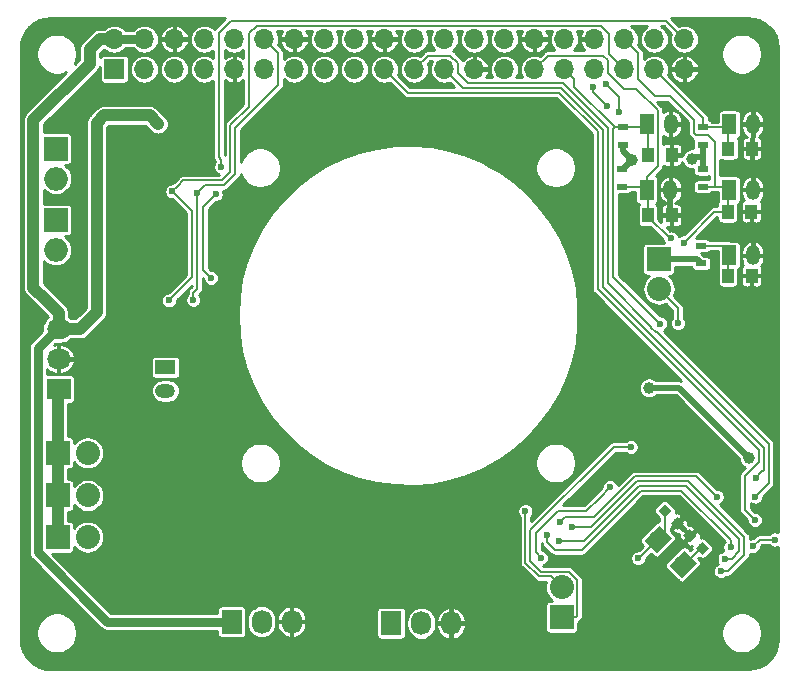
<source format=gbl>
G04 #@! TF.GenerationSoftware,KiCad,Pcbnew,5.1.4+dfsg1-1*
G04 #@! TF.CreationDate,2019-10-24T19:10:14+02:00*
G04 #@! TF.ProjectId,rasle,7261736c-652e-46b6-9963-61645f706362,rev?*
G04 #@! TF.SameCoordinates,Original*
G04 #@! TF.FileFunction,Copper,L2,Bot*
G04 #@! TF.FilePolarity,Positive*
%FSLAX46Y46*%
G04 Gerber Fmt 4.6, Leading zero omitted, Abs format (unit mm)*
G04 Created by KiCad (PCBNEW 5.1.4+dfsg1-1) date 2019-10-24 19:10:14*
%MOMM*%
%LPD*%
G04 APERTURE LIST*
%ADD10O,1.727200X2.032000*%
%ADD11R,1.727200X2.032000*%
%ADD12R,1.000000X1.250000*%
%ADD13C,1.500000*%
%ADD14C,0.150000*%
%ADD15O,1.700000X1.200000*%
%ADD16R,1.700000X1.200000*%
%ADD17R,2.032000X1.727200*%
%ADD18O,2.032000X1.727200*%
%ADD19O,1.200000X1.700000*%
%ADD20R,1.200000X1.700000*%
%ADD21C,0.750000*%
%ADD22R,0.900000X0.500000*%
%ADD23O,2.032000X2.032000*%
%ADD24R,2.032000X2.032000*%
%ADD25R,1.700000X1.700000*%
%ADD26O,1.700000X1.700000*%
%ADD27R,1.998980X1.998980*%
%ADD28O,1.998980X1.998980*%
%ADD29C,1.000000*%
%ADD30C,0.600000*%
%ADD31C,0.900000*%
%ADD32C,0.500000*%
%ADD33C,0.508000*%
%ADD34C,1.016000*%
%ADD35C,0.762000*%
%ADD36C,0.203200*%
%ADD37C,0.200000*%
%ADD38C,0.254000*%
G04 APERTURE END LIST*
D10*
X236893500Y-145682000D03*
X234353500Y-145682000D03*
D11*
X231813500Y-145682000D03*
D12*
X253560980Y-106030060D03*
X255560980Y-106030060D03*
X262366400Y-105499200D03*
X260366400Y-105499200D03*
X260303660Y-110830660D03*
X262303660Y-110830660D03*
X255559200Y-111138000D03*
X253559200Y-111138000D03*
X260330840Y-116251020D03*
X262330840Y-116251020D03*
D13*
X256526640Y-140702540D03*
D14*
G36*
X255359914Y-140808606D02*
G01*
X256632706Y-139535814D01*
X257693366Y-140596474D01*
X256420574Y-141869266D01*
X255359914Y-140808606D01*
X255359914Y-140808606D01*
G37*
D13*
X254405320Y-138581220D03*
D14*
G36*
X253238594Y-138687286D02*
G01*
X254511386Y-137414494D01*
X255572046Y-138475154D01*
X254299254Y-139747946D01*
X253238594Y-138687286D01*
X253238594Y-138687286D01*
G37*
D15*
X212700000Y-126015800D03*
D16*
X212700000Y-124015800D03*
D17*
X203657600Y-125844600D03*
D18*
X203657600Y-123304600D03*
X203657600Y-120764600D03*
D19*
X262426600Y-114541600D03*
D20*
X260426600Y-114541600D03*
D19*
X255448200Y-108979000D03*
D20*
X253448200Y-108979000D03*
D19*
X262426600Y-103416400D03*
D20*
X260426600Y-103416400D03*
D10*
X223393400Y-145555000D03*
X220853400Y-145555000D03*
D11*
X218313400Y-145555000D03*
D21*
X254991000Y-136157000D03*
D14*
G36*
X255539008Y-136174678D02*
G01*
X255008678Y-136705008D01*
X254442992Y-136139322D01*
X254973322Y-135608992D01*
X255539008Y-136174678D01*
X255539008Y-136174678D01*
G37*
D21*
X256051660Y-137217660D03*
D14*
G36*
X256599668Y-137235338D02*
G01*
X256069338Y-137765668D01*
X255503652Y-137199982D01*
X256033982Y-136669652D01*
X256599668Y-137235338D01*
X256599668Y-137235338D01*
G37*
D21*
X258162930Y-139328930D03*
D14*
G36*
X257614922Y-139311252D02*
G01*
X258145252Y-138780922D01*
X258710938Y-139346608D01*
X258180608Y-139876938D01*
X257614922Y-139311252D01*
X257614922Y-139311252D01*
G37*
D21*
X257102270Y-138268270D03*
D14*
G36*
X256554262Y-138250592D02*
G01*
X257084592Y-137720262D01*
X257650278Y-138285948D01*
X257119948Y-138816278D01*
X256554262Y-138250592D01*
X256554262Y-138250592D01*
G37*
D22*
X258206640Y-103684940D03*
X258206640Y-105184940D03*
X251389280Y-108723160D03*
X251389280Y-107223160D03*
D23*
X206121400Y-138392200D03*
D24*
X203581400Y-138392200D03*
D23*
X206121400Y-131254800D03*
D24*
X203581400Y-131254800D03*
D23*
X206121400Y-134861600D03*
D24*
X203581400Y-134861600D03*
D22*
X258206640Y-108728240D03*
X258206640Y-107228240D03*
X251401980Y-103705260D03*
X251401980Y-105205260D03*
X258049160Y-113717240D03*
X258049160Y-115217240D03*
D25*
X208370000Y-98770000D03*
D26*
X208370000Y-96230000D03*
X210910000Y-98770000D03*
X210910000Y-96230000D03*
X213450000Y-98770000D03*
X213450000Y-96230000D03*
X215990000Y-98770000D03*
X215990000Y-96230000D03*
X218530000Y-98770000D03*
X218530000Y-96230000D03*
X221070000Y-98770000D03*
X221070000Y-96230000D03*
X223610000Y-98770000D03*
X223610000Y-96230000D03*
X226150000Y-98770000D03*
X226150000Y-96230000D03*
X228690000Y-98770000D03*
X228690000Y-96230000D03*
X231230000Y-98770000D03*
X231230000Y-96230000D03*
X233770000Y-98770000D03*
X233770000Y-96230000D03*
X236310000Y-98770000D03*
X236310000Y-96230000D03*
X238850000Y-98770000D03*
X238850000Y-96230000D03*
X241390000Y-98770000D03*
X241390000Y-96230000D03*
X243930000Y-98770000D03*
X243930000Y-96230000D03*
X246470000Y-98770000D03*
X246470000Y-96230000D03*
X249010000Y-98770000D03*
X249010000Y-96230000D03*
X251550000Y-98770000D03*
X251550000Y-96230000D03*
X254090000Y-98770000D03*
X254090000Y-96230000D03*
X256630000Y-98770000D03*
X256630000Y-96230000D03*
D20*
X260426600Y-108979000D03*
D19*
X262426600Y-108979000D03*
D20*
X253467000Y-103416400D03*
D19*
X255467000Y-103416400D03*
D24*
X254483000Y-114854020D03*
D23*
X254483000Y-117394020D03*
D27*
X203426319Y-105491921D03*
D28*
X203426319Y-108031921D03*
X203426319Y-114081921D03*
D27*
X203426319Y-111541921D03*
D24*
X246253400Y-145174000D03*
D23*
X246253400Y-142634000D03*
D29*
X257277000Y-106362800D03*
X252197000Y-106464400D03*
X253652368Y-125745313D03*
X262110817Y-131689283D03*
X212090400Y-103416400D03*
X206883400Y-110381080D03*
D30*
X262445900Y-118331280D03*
X262362080Y-128107740D03*
X208044610Y-111778644D03*
D31*
X251993800Y-125514400D03*
D30*
X200901700Y-98526900D03*
X200901700Y-118526900D03*
X200901700Y-128526900D03*
X200901700Y-138526900D03*
X206197600Y-148920500D03*
X216197600Y-148920500D03*
X226197600Y-148920500D03*
X236197600Y-148920500D03*
X246197600Y-148920500D03*
X256197600Y-148920500D03*
X224612600Y-106400900D03*
X233147000Y-104368900D03*
X242672000Y-107353400D03*
X247510700Y-113538300D03*
X248361600Y-119545400D03*
X246786800Y-127076500D03*
X241478200Y-132435900D03*
X233286700Y-134912400D03*
X225641300Y-133134400D03*
X219888200Y-127622600D03*
X217907000Y-119621600D03*
X220383500Y-111290400D03*
X231546800Y-138087400D03*
X231457900Y-141465600D03*
X238049200Y-138036600D03*
X235229800Y-141567200D03*
X253644800Y-135318800D03*
X257061100Y-136449100D03*
X256070500Y-132435900D03*
X259004200Y-133578900D03*
X242367200Y-141122700D03*
X249720500Y-139179600D03*
X247142400Y-140424200D03*
X251003200Y-142710200D03*
X264262000Y-128308400D03*
X264363600Y-118389700D03*
X264262000Y-108915500D03*
X264262000Y-99949300D03*
X214655800Y-137706400D03*
X214732000Y-134023400D03*
X214655800Y-129311700D03*
X211430000Y-144424700D03*
X210871200Y-146469400D03*
X205575300Y-136588800D03*
X205410200Y-133070900D03*
X208940800Y-117538800D03*
X211417300Y-113271600D03*
X208915400Y-104292700D03*
X207975600Y-101574900D03*
X205473700Y-104330800D03*
X208661400Y-108445600D03*
X208661400Y-113157300D03*
X205626100Y-117500700D03*
X213627100Y-105791300D03*
X214516100Y-106680300D03*
X213627100Y-106680300D03*
X214516100Y-105791300D03*
X213804900Y-116141800D03*
X213804900Y-115240100D03*
X212915900Y-115240100D03*
X212915900Y-116141800D03*
X251067574Y-102379321D03*
X249972730Y-99997176D03*
X250050492Y-101859323D03*
X248906558Y-100280642D03*
X243180000Y-136182400D03*
X262623846Y-136947507D03*
X262641480Y-134953040D03*
X262694379Y-133368883D03*
X213004800Y-118351600D03*
X213281809Y-109118770D03*
X216579010Y-116469429D03*
X216947536Y-109371023D03*
X217437100Y-107061300D03*
X215396890Y-109254574D03*
X215062200Y-118326200D03*
X245026306Y-138208187D03*
X260542577Y-139240301D03*
X247121615Y-137494671D03*
X259716788Y-141276930D03*
X246019621Y-138725505D03*
X260038742Y-140221742D03*
X250342800Y-134150400D03*
X244516450Y-140139443D03*
X259376082Y-134972318D03*
X246081110Y-137128063D03*
X264296800Y-138595400D03*
X262458600Y-139154200D03*
X256565800Y-113449400D03*
X254584600Y-120307400D03*
X255516913Y-113107475D03*
X256094211Y-120289965D03*
X252735262Y-140182249D03*
X256489600Y-140856000D03*
X252095400Y-130746800D03*
D32*
X258206640Y-105184940D02*
X258206640Y-106235800D01*
X258206640Y-106235800D02*
X258206640Y-107228240D01*
D33*
X257685940Y-114854020D02*
X258049160Y-115217240D01*
X254483000Y-114854020D02*
X257685940Y-114854020D01*
X257404000Y-106235800D02*
X258206640Y-106235800D01*
X257277000Y-106362800D02*
X257404000Y-106235800D01*
X251401980Y-105669380D02*
X252197000Y-106464400D01*
X251401980Y-105205260D02*
X251401980Y-105669380D01*
X251438240Y-107223160D02*
X252197000Y-106464400D01*
X251389280Y-107223160D02*
X251438240Y-107223160D01*
X208370000Y-98770000D02*
X208370000Y-99035600D01*
X261610818Y-131189284D02*
X262110817Y-131689283D01*
X253652368Y-125745313D02*
X256166847Y-125745313D01*
X256166847Y-125745313D02*
X261610818Y-131189284D01*
D34*
X205435600Y-120764600D02*
X205969000Y-120231200D01*
X203657600Y-120764600D02*
X205435600Y-120764600D01*
D35*
X208370000Y-96230000D02*
X210910000Y-96230000D01*
X203505200Y-120764600D02*
X203657600Y-120764600D01*
X201879600Y-122390200D02*
X203505200Y-120764600D01*
X201879600Y-139672362D02*
X201879600Y-122390200D01*
X207762238Y-145555000D02*
X201879600Y-139672362D01*
X218313400Y-145555000D02*
X207762238Y-145555000D01*
D34*
X205461000Y-120764600D02*
X205435600Y-120764600D01*
X207518400Y-102679800D02*
X206883400Y-103314800D01*
X206883400Y-119342200D02*
X205461000Y-120764600D01*
X211353800Y-102679800D02*
X207518400Y-102679800D01*
X212090400Y-103416400D02*
X211353800Y-102679800D01*
X206883400Y-103314800D02*
X206883400Y-110381080D01*
X206883400Y-110381080D02*
X206883400Y-119342200D01*
X201524000Y-117259400D02*
X201524000Y-103076000D01*
X203657600Y-119393000D02*
X203657600Y-120764600D01*
X202616200Y-118351600D02*
X203657600Y-119393000D01*
X202616200Y-118351600D02*
X201524000Y-117259400D01*
X206289000Y-98311000D02*
X206289000Y-97063900D01*
X201524000Y-103076000D02*
X206289000Y-98311000D01*
X207122900Y-96230000D02*
X208370000Y-96230000D01*
X206289000Y-97063900D02*
X207122900Y-96230000D01*
X201524000Y-103076000D02*
X201524000Y-103076000D01*
D32*
X262350400Y-105483200D02*
X262366400Y-105499200D01*
D33*
X255448200Y-110858600D02*
X255587900Y-110998300D01*
X255448200Y-108979000D02*
X255448200Y-110858600D01*
D36*
X213736601Y-116319600D02*
X213736601Y-116319600D01*
X250422729Y-100447175D02*
X249972730Y-99997176D01*
X251067574Y-101092020D02*
X250422729Y-100447175D01*
X251067574Y-102379321D02*
X251067574Y-101092020D01*
X250050492Y-101859323D02*
X248906558Y-100715389D01*
X248906558Y-100715389D02*
X248906558Y-100280642D01*
X244317911Y-141719609D02*
X245339009Y-141719609D01*
X243180000Y-137221260D02*
X243180002Y-140581700D01*
X243180002Y-140581700D02*
X244317911Y-141719609D01*
X243180000Y-136182400D02*
X243180000Y-137221260D01*
X245339009Y-141719609D02*
X246253400Y-142634000D01*
X233209378Y-100749378D02*
X231230000Y-98770000D01*
X249282500Y-104026000D02*
X246005878Y-100749378D01*
X262623846Y-136947507D02*
X261772800Y-136096461D01*
X249282500Y-117358050D02*
X249282500Y-104026000D01*
X261772800Y-136096461D02*
X261772800Y-133189559D01*
X246005878Y-100749378D02*
X233209378Y-100749378D01*
X262961498Y-132000861D02*
X262961498Y-131037048D01*
X261772800Y-133189559D02*
X262961498Y-132000861D01*
X262961498Y-131037048D02*
X249282500Y-117358050D01*
X254323402Y-121062202D02*
X263774320Y-130513120D01*
X254222294Y-121062202D02*
X254323402Y-121062202D01*
X253829798Y-120669706D02*
X254222294Y-121062202D01*
X250155551Y-103746600D02*
X250155551Y-116894351D01*
X246345507Y-99936556D02*
X250155551Y-103746600D01*
X250155551Y-116894351D02*
X253829798Y-120568598D01*
X233770000Y-98770000D02*
X234924801Y-97615199D01*
X263774320Y-130513120D02*
X263774320Y-133820200D01*
X234924801Y-97615199D02*
X236832500Y-97615199D01*
X236832500Y-97615199D02*
X237464801Y-98247500D01*
X263774320Y-133820200D02*
X263091479Y-134503041D01*
X237464801Y-99093907D02*
X238307450Y-99936556D01*
X263091479Y-134503041D02*
X262641480Y-134953040D01*
X253829798Y-120568598D02*
X253829798Y-120669706D01*
X237464801Y-98247500D02*
X237464801Y-99093907D01*
X238307450Y-99936556D02*
X246345507Y-99936556D01*
X263144378Y-132918884D02*
X262694379Y-133368883D01*
X236310000Y-98770000D02*
X237882967Y-100342967D01*
X263367909Y-132695353D02*
X263144378Y-132918884D01*
X237882967Y-100342967D02*
X246177167Y-100342967D01*
X249733200Y-103899000D02*
X249733200Y-117233999D01*
X263367909Y-130868708D02*
X263367909Y-132695353D01*
X246177167Y-100342967D02*
X249733200Y-103899000D01*
X249733200Y-117233999D02*
X263367909Y-130868708D01*
X250266600Y-97486600D02*
X250735400Y-97955400D01*
X250266600Y-95784598D02*
X250266600Y-97486600D01*
D37*
X251550000Y-98770000D02*
X250735400Y-97955400D01*
X250266600Y-95784598D02*
X249562001Y-95079999D01*
X220452201Y-95079999D02*
X220452201Y-95081599D01*
X222174200Y-95079999D02*
X220452201Y-95079999D01*
X249562001Y-95079999D02*
X222174200Y-95079999D01*
D36*
X213731808Y-108668771D02*
X213281809Y-109118770D01*
X217469206Y-108184402D02*
X214216177Y-108184402D01*
X218191902Y-107461706D02*
X217469206Y-108184402D01*
X218191902Y-103537898D02*
X218191902Y-107461706D01*
X220450601Y-95081599D02*
X219786600Y-95745600D01*
X219786600Y-101943200D02*
X218191902Y-103537898D01*
X214216177Y-108184402D02*
X213731808Y-108668771D01*
X220452201Y-95081599D02*
X220450601Y-95081599D01*
X219786600Y-95745600D02*
X219786600Y-101943200D01*
X214947900Y-110784861D02*
X213281809Y-109118770D01*
X214947900Y-116408500D02*
X214947900Y-110784861D01*
X213004800Y-118351600D02*
X214947900Y-116408500D01*
D37*
X255076789Y-94676789D02*
X255780001Y-95380001D01*
X255780001Y-95380001D02*
X256630000Y-96230000D01*
X222337078Y-94670388D02*
X222343479Y-94676789D01*
X222343479Y-94676789D02*
X255076789Y-94676789D01*
X218878601Y-94670388D02*
X222337078Y-94670388D01*
X218872200Y-94676789D02*
X218878601Y-94670388D01*
D36*
X218213811Y-94676789D02*
X218872200Y-94676789D01*
X216947536Y-109371023D02*
X215875000Y-110443559D01*
X215875000Y-115765419D02*
X216579010Y-116469429D01*
X215875000Y-110443559D02*
X215875000Y-115765419D01*
X217221200Y-106209004D02*
X217221200Y-95669400D01*
X217437100Y-106424904D02*
X217221200Y-106209004D01*
X217437100Y-107061300D02*
X217437100Y-106424904D01*
X217221200Y-95669400D02*
X218213811Y-94676789D01*
X218598313Y-103741087D02*
X222224801Y-100114599D01*
X217637546Y-108590813D02*
X218598313Y-107630046D01*
X222224801Y-97384801D02*
X221919999Y-97079999D01*
X216060651Y-108590813D02*
X217637546Y-108590813D01*
X222224801Y-100114599D02*
X222224801Y-97384801D01*
X221919999Y-97079999D02*
X221070000Y-96230000D01*
X215396890Y-109254574D02*
X216060651Y-108590813D01*
X218598313Y-107630046D02*
X218598313Y-103741087D01*
X215062200Y-118326200D02*
X215062200Y-117689804D01*
X215396890Y-117355114D02*
X215396890Y-109890970D01*
X215062200Y-117689804D02*
X215396890Y-117355114D01*
X215396890Y-109890970D02*
X215396890Y-109254574D01*
D34*
X203581400Y-138392200D02*
X203581400Y-134836200D01*
X203581400Y-134836200D02*
X203581400Y-131280200D01*
X203581400Y-125920800D02*
X203657600Y-125844600D01*
X203581400Y-131280200D02*
X203581400Y-125920800D01*
D36*
X245662030Y-139480307D02*
X247932255Y-139480307D01*
X245026306Y-138844583D02*
X245662030Y-139480307D01*
X252957362Y-134455200D02*
X256393872Y-134455200D01*
X245026306Y-138208187D02*
X245026306Y-138844583D01*
X256393872Y-134455200D02*
X260542577Y-138603905D01*
X260542577Y-138603905D02*
X260542577Y-139240301D01*
X247932255Y-139480307D02*
X252957362Y-134455200D01*
X261703798Y-139926316D02*
X260353184Y-141276930D01*
X261703798Y-138367496D02*
X261703798Y-139926316D01*
X256978680Y-133642378D02*
X261703798Y-138367496D01*
X260353184Y-141276930D02*
X259716788Y-141276930D01*
X252609880Y-133642378D02*
X256978680Y-133642378D01*
X248757587Y-137494671D02*
X252609880Y-133642378D01*
X247121615Y-137494671D02*
X248757587Y-137494671D01*
X260675138Y-140221742D02*
X260038742Y-140221742D01*
X256810339Y-134048789D02*
X261297387Y-138535837D01*
X248112306Y-138725505D02*
X252789022Y-134048789D01*
X261297387Y-139599493D02*
X260675138Y-140221742D01*
X261297387Y-138535837D02*
X261297387Y-139599493D01*
X252789022Y-134048789D02*
X256810339Y-134048789D01*
X246019621Y-138725505D02*
X248112306Y-138725505D01*
X245953399Y-136182411D02*
X248310789Y-136182411D01*
X249453800Y-135039400D02*
X250342800Y-134150400D01*
X244066451Y-139689444D02*
X244066451Y-138069359D01*
X244066451Y-138069359D02*
X245953399Y-136182411D01*
X244516450Y-140139443D02*
X244066451Y-139689444D01*
X248310789Y-136182411D02*
X249453800Y-135039400D01*
X248999442Y-136678064D02*
X246531109Y-136678064D01*
X257639731Y-133235967D02*
X252441539Y-133235967D01*
X246531109Y-136678064D02*
X246081110Y-137128063D01*
X252441539Y-133235967D02*
X248999442Y-136678064D01*
X259376082Y-134972318D02*
X257639731Y-133235967D01*
D37*
X260356180Y-103684940D02*
X260363100Y-103678020D01*
X258206640Y-103684940D02*
X260356180Y-103684940D01*
X260366400Y-103681320D02*
X260363100Y-103678020D01*
X260366400Y-105499200D02*
X260366400Y-103681320D01*
D36*
X258206640Y-102886640D02*
X258206640Y-103684940D01*
X254090000Y-98770000D02*
X258206640Y-102886640D01*
X263017400Y-138595400D02*
X262458600Y-139154200D01*
X264296800Y-138595400D02*
X263017400Y-138595400D01*
D37*
X260301440Y-108728240D02*
X260309760Y-108719920D01*
X260303660Y-108726020D02*
X260309760Y-108719920D01*
X260303660Y-110830660D02*
X260303660Y-108726020D01*
X258206640Y-108728240D02*
X259207400Y-108728240D01*
X259207400Y-108728240D02*
X260301440Y-108728240D01*
D36*
X257451839Y-104178781D02*
X257629258Y-104356200D01*
X257629258Y-104356200D02*
X258623200Y-104356200D01*
X251550000Y-96230000D02*
X252704801Y-97384801D01*
X252704801Y-99580801D02*
X254152800Y-101028800D01*
X257451839Y-103083239D02*
X257451839Y-104178781D01*
X259207400Y-104940400D02*
X259207400Y-108728240D01*
X254152800Y-101028800D02*
X255397400Y-101028800D01*
X258623200Y-104356200D02*
X259207400Y-104940400D01*
X252704801Y-97384801D02*
X252704801Y-99580801D01*
X255397400Y-101028800D02*
X257451839Y-103083239D01*
X259184540Y-110830660D02*
X260303660Y-110830660D01*
X256565800Y-113449400D02*
X259184540Y-110830660D01*
X253560980Y-103757780D02*
X253499000Y-103695800D01*
X253560980Y-106030060D02*
X253560980Y-103757780D01*
X253489540Y-103705260D02*
X253499000Y-103695800D01*
X251401980Y-103705260D02*
X253489540Y-103705260D01*
X250748780Y-103705260D02*
X251401980Y-103705260D01*
X247319999Y-100276479D02*
X250748780Y-103705260D01*
X247319999Y-99619999D02*
X247319999Y-100276479D01*
X246470000Y-98770000D02*
X247319999Y-99619999D01*
X250634479Y-103819561D02*
X250634479Y-116382679D01*
X250748780Y-103705260D02*
X250634479Y-103819561D01*
X254559200Y-120307400D02*
X254584600Y-120307400D01*
X250634479Y-116382679D02*
X254559200Y-120307400D01*
X253592980Y-110993220D02*
X253587900Y-110998300D01*
X253592980Y-108722460D02*
X253592980Y-110993220D01*
X253592280Y-108723160D02*
X253592980Y-108722460D01*
X251389280Y-108723160D02*
X253592280Y-108723160D01*
X245084801Y-97615199D02*
X249748599Y-97615199D01*
X243930000Y-98770000D02*
X245084801Y-97615199D01*
X249748599Y-97615199D02*
X250164801Y-98031401D01*
X250164801Y-99093907D02*
X251490094Y-100419200D01*
X250164801Y-98031401D02*
X250164801Y-99093907D01*
X254371801Y-107002199D02*
X253448200Y-107925800D01*
X253448200Y-107925800D02*
X253448200Y-108979000D01*
X252568401Y-100419200D02*
X254371801Y-102222600D01*
X251490094Y-100419200D02*
X252568401Y-100419200D01*
X254371801Y-102222600D02*
X254371801Y-107002199D01*
X253559200Y-111263000D02*
X255403675Y-113107475D01*
X255403675Y-113107475D02*
X255516913Y-113107475D01*
X253559200Y-111138000D02*
X253559200Y-111263000D01*
D37*
X260330840Y-113750900D02*
X260340240Y-113741500D01*
X260330840Y-116251020D02*
X260330840Y-113750900D01*
X260315980Y-113717240D02*
X260340240Y-113741500D01*
X258049160Y-113717240D02*
X260315980Y-113717240D01*
D36*
X256094211Y-119005231D02*
X256094211Y-119653569D01*
X256094211Y-119653569D02*
X256094211Y-120289965D01*
X254483000Y-117394020D02*
X256094211Y-119005231D01*
X254991000Y-137995540D02*
X254405320Y-138581220D01*
X254991000Y-136157000D02*
X254991000Y-137995540D01*
X254405320Y-138581220D02*
X252804291Y-140182249D01*
X252804291Y-140182249D02*
X252735262Y-140182249D01*
X258109060Y-139236540D02*
X258109060Y-139198860D01*
X256489600Y-140856000D02*
X258109060Y-139236540D01*
X252095400Y-130746800D02*
X250647600Y-130746800D01*
X243586411Y-140413359D02*
X244486251Y-141313199D01*
X247472600Y-145174000D02*
X246253400Y-145174000D01*
X246887385Y-141313199D02*
X247574201Y-142000015D01*
X247574201Y-145072399D02*
X247472600Y-145174000D01*
X244486251Y-141313199D02*
X246887385Y-141313199D01*
X250647600Y-130746800D02*
X243586411Y-137807989D01*
X243586411Y-137807989D02*
X243586411Y-140413359D01*
X247574201Y-142000015D02*
X247574201Y-145072399D01*
D38*
G36*
X216896713Y-95311388D02*
G01*
X216878300Y-95326499D01*
X216863189Y-95344912D01*
X216863187Y-95344914D01*
X216858667Y-95350422D01*
X216677216Y-95201509D01*
X216463363Y-95087202D01*
X216231318Y-95016812D01*
X216050472Y-94999000D01*
X215929528Y-94999000D01*
X215748682Y-95016812D01*
X215516637Y-95087202D01*
X215302784Y-95201509D01*
X215115340Y-95355340D01*
X214961509Y-95542784D01*
X214847202Y-95756637D01*
X214776812Y-95988682D01*
X214753044Y-96230000D01*
X214776812Y-96471318D01*
X214847202Y-96703363D01*
X214961509Y-96917216D01*
X215115340Y-97104660D01*
X215302784Y-97258491D01*
X215516637Y-97372798D01*
X215748682Y-97443188D01*
X215929528Y-97461000D01*
X216050472Y-97461000D01*
X216231318Y-97443188D01*
X216463363Y-97372798D01*
X216677216Y-97258491D01*
X216738601Y-97208114D01*
X216738601Y-97791886D01*
X216677216Y-97741509D01*
X216463363Y-97627202D01*
X216231318Y-97556812D01*
X216050472Y-97539000D01*
X215929528Y-97539000D01*
X215748682Y-97556812D01*
X215516637Y-97627202D01*
X215302784Y-97741509D01*
X215115340Y-97895340D01*
X214961509Y-98082784D01*
X214847202Y-98296637D01*
X214776812Y-98528682D01*
X214753044Y-98770000D01*
X214776812Y-99011318D01*
X214847202Y-99243363D01*
X214961509Y-99457216D01*
X215115340Y-99644660D01*
X215302784Y-99798491D01*
X215516637Y-99912798D01*
X215748682Y-99983188D01*
X215929528Y-100001000D01*
X216050472Y-100001000D01*
X216231318Y-99983188D01*
X216463363Y-99912798D01*
X216677216Y-99798491D01*
X216738601Y-99748114D01*
X216738600Y-106185299D01*
X216736265Y-106209004D01*
X216738600Y-106232709D01*
X216738600Y-106232710D01*
X216745583Y-106303609D01*
X216773178Y-106394580D01*
X216817991Y-106478419D01*
X216878299Y-106551905D01*
X216896718Y-106567021D01*
X216932509Y-106602812D01*
X216908133Y-106627188D01*
X216833606Y-106738726D01*
X216782271Y-106862660D01*
X216756100Y-106994227D01*
X216756100Y-107128373D01*
X216782271Y-107259940D01*
X216833606Y-107383874D01*
X216908133Y-107495412D01*
X217002988Y-107590267D01*
X217114526Y-107664794D01*
X217203871Y-107701802D01*
X214239881Y-107701802D01*
X214216176Y-107699467D01*
X214192471Y-107701802D01*
X214192470Y-107701802D01*
X214121571Y-107708785D01*
X214030600Y-107736380D01*
X213946762Y-107781193D01*
X213873276Y-107841501D01*
X213858160Y-107859920D01*
X213407327Y-108310753D01*
X213407321Y-108310758D01*
X213280309Y-108437770D01*
X213214736Y-108437770D01*
X213083169Y-108463941D01*
X212959235Y-108515276D01*
X212847697Y-108589803D01*
X212752842Y-108684658D01*
X212678315Y-108796196D01*
X212626980Y-108920130D01*
X212600809Y-109051697D01*
X212600809Y-109185843D01*
X212626980Y-109317410D01*
X212678315Y-109441344D01*
X212752842Y-109552882D01*
X212847697Y-109647737D01*
X212959235Y-109722264D01*
X213083169Y-109773599D01*
X213214736Y-109799770D01*
X213280310Y-109799770D01*
X214465301Y-110984761D01*
X214465300Y-116208601D01*
X213003301Y-117670600D01*
X212937727Y-117670600D01*
X212806160Y-117696771D01*
X212682226Y-117748106D01*
X212570688Y-117822633D01*
X212475833Y-117917488D01*
X212401306Y-118029026D01*
X212349971Y-118152960D01*
X212323800Y-118284527D01*
X212323800Y-118418673D01*
X212349971Y-118550240D01*
X212401306Y-118674174D01*
X212475833Y-118785712D01*
X212570688Y-118880567D01*
X212682226Y-118955094D01*
X212806160Y-119006429D01*
X212937727Y-119032600D01*
X213071873Y-119032600D01*
X213203440Y-119006429D01*
X213327374Y-118955094D01*
X213438912Y-118880567D01*
X213533767Y-118785712D01*
X213608294Y-118674174D01*
X213659629Y-118550240D01*
X213685800Y-118418673D01*
X213685800Y-118353099D01*
X214914290Y-117124609D01*
X214914290Y-117155214D01*
X214737713Y-117331792D01*
X214719300Y-117346903D01*
X214704189Y-117365316D01*
X214704187Y-117365318D01*
X214658992Y-117420389D01*
X214614178Y-117504228D01*
X214586584Y-117595198D01*
X214577265Y-117689804D01*
X214579601Y-117713518D01*
X214579601Y-117845720D01*
X214533233Y-117892088D01*
X214458706Y-118003626D01*
X214407371Y-118127560D01*
X214381200Y-118259127D01*
X214381200Y-118393273D01*
X214407371Y-118524840D01*
X214458706Y-118648774D01*
X214533233Y-118760312D01*
X214628088Y-118855167D01*
X214739626Y-118929694D01*
X214863560Y-118981029D01*
X214995127Y-119007200D01*
X215129273Y-119007200D01*
X215260840Y-118981029D01*
X215384774Y-118929694D01*
X215496312Y-118855167D01*
X215591167Y-118760312D01*
X215665694Y-118648774D01*
X215717029Y-118524840D01*
X215743200Y-118393273D01*
X215743200Y-118259127D01*
X215717029Y-118127560D01*
X215665694Y-118003626D01*
X215591167Y-117892088D01*
X215566791Y-117867712D01*
X215721377Y-117713127D01*
X215739791Y-117698015D01*
X215800099Y-117624529D01*
X215844912Y-117540691D01*
X215872507Y-117449720D01*
X215879490Y-117378821D01*
X215879490Y-117378820D01*
X215881825Y-117355115D01*
X215879490Y-117331410D01*
X215879490Y-116452408D01*
X215898010Y-116470928D01*
X215898010Y-116536502D01*
X215924181Y-116668069D01*
X215975516Y-116792003D01*
X216050043Y-116903541D01*
X216144898Y-116998396D01*
X216256436Y-117072923D01*
X216380370Y-117124258D01*
X216511937Y-117150429D01*
X216646083Y-117150429D01*
X216777650Y-117124258D01*
X216901584Y-117072923D01*
X217013122Y-116998396D01*
X217107977Y-116903541D01*
X217182504Y-116792003D01*
X217233839Y-116668069D01*
X217260010Y-116536502D01*
X217260010Y-116402356D01*
X217233839Y-116270789D01*
X217182504Y-116146855D01*
X217107977Y-116035317D01*
X217013122Y-115940462D01*
X216901584Y-115865935D01*
X216777650Y-115814600D01*
X216646083Y-115788429D01*
X216580509Y-115788429D01*
X216357600Y-115565520D01*
X216357600Y-110643458D01*
X216949036Y-110052023D01*
X217014609Y-110052023D01*
X217146176Y-110025852D01*
X217270110Y-109974517D01*
X217381648Y-109899990D01*
X217476503Y-109805135D01*
X217551030Y-109693597D01*
X217602365Y-109569663D01*
X217628536Y-109438096D01*
X217628536Y-109303950D01*
X217602365Y-109172383D01*
X217561370Y-109073413D01*
X217613841Y-109073413D01*
X217637546Y-109075748D01*
X217661251Y-109073413D01*
X217661253Y-109073413D01*
X217732152Y-109066430D01*
X217823123Y-109038835D01*
X217906961Y-108994022D01*
X217980447Y-108933714D01*
X217995563Y-108915295D01*
X218922800Y-107988058D01*
X218941214Y-107972947D01*
X219001522Y-107899461D01*
X219046335Y-107815623D01*
X219058567Y-107775299D01*
X219073930Y-107724653D01*
X219083248Y-107630046D01*
X219083104Y-107628584D01*
X219211407Y-107938336D01*
X219400844Y-108221848D01*
X219641952Y-108462956D01*
X219925464Y-108652393D01*
X220240486Y-108782879D01*
X220574911Y-108849400D01*
X220915889Y-108849400D01*
X221250314Y-108782879D01*
X221565336Y-108652393D01*
X221848848Y-108462956D01*
X222089956Y-108221848D01*
X222279393Y-107938336D01*
X222409879Y-107623314D01*
X222476400Y-107288889D01*
X222476400Y-106947911D01*
X222409879Y-106613486D01*
X222279393Y-106298464D01*
X222089956Y-106014952D01*
X221848848Y-105773844D01*
X221565336Y-105584407D01*
X221250314Y-105453921D01*
X220915889Y-105387400D01*
X220574911Y-105387400D01*
X220240486Y-105453921D01*
X219925464Y-105584407D01*
X219641952Y-105773844D01*
X219400844Y-106014952D01*
X219211407Y-106298464D01*
X219080921Y-106613486D01*
X219080913Y-106613526D01*
X219080913Y-103940986D01*
X222549289Y-100472611D01*
X222567702Y-100457500D01*
X222589214Y-100431288D01*
X222628009Y-100384015D01*
X222634921Y-100371085D01*
X222672823Y-100300176D01*
X222685940Y-100256935D01*
X222700418Y-100209206D01*
X222709736Y-100114599D01*
X222707401Y-100090892D01*
X222707401Y-99610616D01*
X222735340Y-99644660D01*
X222922784Y-99798491D01*
X223136637Y-99912798D01*
X223368682Y-99983188D01*
X223549528Y-100001000D01*
X223670472Y-100001000D01*
X223851318Y-99983188D01*
X224083363Y-99912798D01*
X224297216Y-99798491D01*
X224484660Y-99644660D01*
X224638491Y-99457216D01*
X224752798Y-99243363D01*
X224823188Y-99011318D01*
X224846956Y-98770000D01*
X224913044Y-98770000D01*
X224936812Y-99011318D01*
X225007202Y-99243363D01*
X225121509Y-99457216D01*
X225275340Y-99644660D01*
X225462784Y-99798491D01*
X225676637Y-99912798D01*
X225908682Y-99983188D01*
X226089528Y-100001000D01*
X226210472Y-100001000D01*
X226391318Y-99983188D01*
X226623363Y-99912798D01*
X226837216Y-99798491D01*
X227024660Y-99644660D01*
X227178491Y-99457216D01*
X227292798Y-99243363D01*
X227363188Y-99011318D01*
X227386956Y-98770000D01*
X227453044Y-98770000D01*
X227476812Y-99011318D01*
X227547202Y-99243363D01*
X227661509Y-99457216D01*
X227815340Y-99644660D01*
X228002784Y-99798491D01*
X228216637Y-99912798D01*
X228448682Y-99983188D01*
X228629528Y-100001000D01*
X228750472Y-100001000D01*
X228931318Y-99983188D01*
X229163363Y-99912798D01*
X229377216Y-99798491D01*
X229564660Y-99644660D01*
X229718491Y-99457216D01*
X229832798Y-99243363D01*
X229903188Y-99011318D01*
X229926956Y-98770000D01*
X229903188Y-98528682D01*
X229832798Y-98296637D01*
X229718491Y-98082784D01*
X229564660Y-97895340D01*
X229377216Y-97741509D01*
X229163363Y-97627202D01*
X228931318Y-97556812D01*
X228750472Y-97539000D01*
X228629528Y-97539000D01*
X228448682Y-97556812D01*
X228216637Y-97627202D01*
X228002784Y-97741509D01*
X227815340Y-97895340D01*
X227661509Y-98082784D01*
X227547202Y-98296637D01*
X227476812Y-98528682D01*
X227453044Y-98770000D01*
X227386956Y-98770000D01*
X227363188Y-98528682D01*
X227292798Y-98296637D01*
X227178491Y-98082784D01*
X227024660Y-97895340D01*
X226837216Y-97741509D01*
X226623363Y-97627202D01*
X226391318Y-97556812D01*
X226210472Y-97539000D01*
X226089528Y-97539000D01*
X225908682Y-97556812D01*
X225676637Y-97627202D01*
X225462784Y-97741509D01*
X225275340Y-97895340D01*
X225121509Y-98082784D01*
X225007202Y-98296637D01*
X224936812Y-98528682D01*
X224913044Y-98770000D01*
X224846956Y-98770000D01*
X224823188Y-98528682D01*
X224752798Y-98296637D01*
X224638491Y-98082784D01*
X224484660Y-97895340D01*
X224297216Y-97741509D01*
X224083363Y-97627202D01*
X223851318Y-97556812D01*
X223670472Y-97539000D01*
X223549528Y-97539000D01*
X223368682Y-97556812D01*
X223136637Y-97627202D01*
X222922784Y-97741509D01*
X222735340Y-97895340D01*
X222707401Y-97929384D01*
X222707401Y-97408505D01*
X222709736Y-97384800D01*
X222707401Y-97361094D01*
X222700418Y-97290195D01*
X222672823Y-97199224D01*
X222628010Y-97115386D01*
X222567702Y-97041900D01*
X222549283Y-97026784D01*
X222278017Y-96755518D01*
X222278012Y-96755512D01*
X222215839Y-96693339D01*
X222279027Y-96485033D01*
X222405705Y-96485033D01*
X222478600Y-96715079D01*
X222594974Y-96926484D01*
X222750355Y-97111123D01*
X222938771Y-97261901D01*
X223152982Y-97373024D01*
X223354967Y-97434292D01*
X223546500Y-97363973D01*
X223546500Y-96293500D01*
X223673500Y-96293500D01*
X223673500Y-97363973D01*
X223865033Y-97434292D01*
X224067018Y-97373024D01*
X224281229Y-97261901D01*
X224469645Y-97111123D01*
X224625026Y-96926484D01*
X224741400Y-96715079D01*
X224814295Y-96485033D01*
X224744114Y-96293500D01*
X223673500Y-96293500D01*
X223546500Y-96293500D01*
X222475886Y-96293500D01*
X222405705Y-96485033D01*
X222279027Y-96485033D01*
X222283188Y-96471318D01*
X222306956Y-96230000D01*
X222283188Y-95988682D01*
X222212798Y-95756637D01*
X222108227Y-95560999D01*
X222579845Y-95560999D01*
X222478600Y-95744921D01*
X222405705Y-95974967D01*
X222475886Y-96166500D01*
X223546500Y-96166500D01*
X223546500Y-96146500D01*
X223673500Y-96146500D01*
X223673500Y-96166500D01*
X224744114Y-96166500D01*
X224814295Y-95974967D01*
X224741400Y-95744921D01*
X224640155Y-95560999D01*
X225111773Y-95560999D01*
X225007202Y-95756637D01*
X224936812Y-95988682D01*
X224913044Y-96230000D01*
X224936812Y-96471318D01*
X225007202Y-96703363D01*
X225121509Y-96917216D01*
X225275340Y-97104660D01*
X225462784Y-97258491D01*
X225676637Y-97372798D01*
X225908682Y-97443188D01*
X226089528Y-97461000D01*
X226210472Y-97461000D01*
X226391318Y-97443188D01*
X226623363Y-97372798D01*
X226837216Y-97258491D01*
X227024660Y-97104660D01*
X227178491Y-96917216D01*
X227292798Y-96703363D01*
X227363188Y-96471318D01*
X227386956Y-96230000D01*
X227363188Y-95988682D01*
X227292798Y-95756637D01*
X227188227Y-95560999D01*
X227651773Y-95560999D01*
X227547202Y-95756637D01*
X227476812Y-95988682D01*
X227453044Y-96230000D01*
X227476812Y-96471318D01*
X227547202Y-96703363D01*
X227661509Y-96917216D01*
X227815340Y-97104660D01*
X228002784Y-97258491D01*
X228216637Y-97372798D01*
X228448682Y-97443188D01*
X228629528Y-97461000D01*
X228750472Y-97461000D01*
X228931318Y-97443188D01*
X229163363Y-97372798D01*
X229377216Y-97258491D01*
X229564660Y-97104660D01*
X229718491Y-96917216D01*
X229832798Y-96703363D01*
X229899027Y-96485033D01*
X230025705Y-96485033D01*
X230098600Y-96715079D01*
X230214974Y-96926484D01*
X230370355Y-97111123D01*
X230558771Y-97261901D01*
X230772982Y-97373024D01*
X230974967Y-97434292D01*
X231166500Y-97363973D01*
X231166500Y-96293500D01*
X231293500Y-96293500D01*
X231293500Y-97363973D01*
X231485033Y-97434292D01*
X231687018Y-97373024D01*
X231901229Y-97261901D01*
X232089645Y-97111123D01*
X232245026Y-96926484D01*
X232361400Y-96715079D01*
X232434295Y-96485033D01*
X232364114Y-96293500D01*
X231293500Y-96293500D01*
X231166500Y-96293500D01*
X230095886Y-96293500D01*
X230025705Y-96485033D01*
X229899027Y-96485033D01*
X229903188Y-96471318D01*
X229926956Y-96230000D01*
X229903188Y-95988682D01*
X229832798Y-95756637D01*
X229728227Y-95560999D01*
X230199845Y-95560999D01*
X230098600Y-95744921D01*
X230025705Y-95974967D01*
X230095886Y-96166500D01*
X231166500Y-96166500D01*
X231166500Y-96146500D01*
X231293500Y-96146500D01*
X231293500Y-96166500D01*
X232364114Y-96166500D01*
X232434295Y-95974967D01*
X232361400Y-95744921D01*
X232260155Y-95560999D01*
X232731773Y-95560999D01*
X232627202Y-95756637D01*
X232556812Y-95988682D01*
X232533044Y-96230000D01*
X232556812Y-96471318D01*
X232627202Y-96703363D01*
X232741509Y-96917216D01*
X232895340Y-97104660D01*
X233082784Y-97258491D01*
X233296637Y-97372798D01*
X233528682Y-97443188D01*
X233709528Y-97461000D01*
X233830472Y-97461000D01*
X234011318Y-97443188D01*
X234243363Y-97372798D01*
X234457216Y-97258491D01*
X234644660Y-97104660D01*
X234798491Y-96917216D01*
X234912798Y-96703363D01*
X234983188Y-96471318D01*
X235006956Y-96230000D01*
X234983188Y-95988682D01*
X234912798Y-95756637D01*
X234808227Y-95560999D01*
X235271773Y-95560999D01*
X235167202Y-95756637D01*
X235096812Y-95988682D01*
X235073044Y-96230000D01*
X235096812Y-96471318D01*
X235167202Y-96703363D01*
X235281509Y-96917216D01*
X235435340Y-97104660D01*
X235469384Y-97132599D01*
X234948505Y-97132599D01*
X234924800Y-97130264D01*
X234901095Y-97132599D01*
X234901094Y-97132599D01*
X234830195Y-97139582D01*
X234739224Y-97167177D01*
X234655386Y-97211990D01*
X234581900Y-97272298D01*
X234566784Y-97290717D01*
X234233340Y-97624161D01*
X234011318Y-97556812D01*
X233830472Y-97539000D01*
X233709528Y-97539000D01*
X233528682Y-97556812D01*
X233296637Y-97627202D01*
X233082784Y-97741509D01*
X232895340Y-97895340D01*
X232741509Y-98082784D01*
X232627202Y-98296637D01*
X232556812Y-98528682D01*
X232533044Y-98770000D01*
X232556812Y-99011318D01*
X232627202Y-99243363D01*
X232741509Y-99457216D01*
X232895340Y-99644660D01*
X233082784Y-99798491D01*
X233296637Y-99912798D01*
X233528682Y-99983188D01*
X233709528Y-100001000D01*
X233830472Y-100001000D01*
X234011318Y-99983188D01*
X234243363Y-99912798D01*
X234457216Y-99798491D01*
X234644660Y-99644660D01*
X234798491Y-99457216D01*
X234912798Y-99243363D01*
X234983188Y-99011318D01*
X235006956Y-98770000D01*
X234983188Y-98528682D01*
X234915839Y-98306660D01*
X235124700Y-98097799D01*
X235273483Y-98097799D01*
X235167202Y-98296637D01*
X235096812Y-98528682D01*
X235073044Y-98770000D01*
X235096812Y-99011318D01*
X235167202Y-99243363D01*
X235281509Y-99457216D01*
X235435340Y-99644660D01*
X235622784Y-99798491D01*
X235836637Y-99912798D01*
X236068682Y-99983188D01*
X236249528Y-100001000D01*
X236370472Y-100001000D01*
X236551318Y-99983188D01*
X236773340Y-99915839D01*
X237124279Y-100266778D01*
X233409277Y-100266778D01*
X232375839Y-99233340D01*
X232443188Y-99011318D01*
X232466956Y-98770000D01*
X232443188Y-98528682D01*
X232372798Y-98296637D01*
X232258491Y-98082784D01*
X232104660Y-97895340D01*
X231917216Y-97741509D01*
X231703363Y-97627202D01*
X231471318Y-97556812D01*
X231290472Y-97539000D01*
X231169528Y-97539000D01*
X230988682Y-97556812D01*
X230756637Y-97627202D01*
X230542784Y-97741509D01*
X230355340Y-97895340D01*
X230201509Y-98082784D01*
X230087202Y-98296637D01*
X230016812Y-98528682D01*
X229993044Y-98770000D01*
X230016812Y-99011318D01*
X230087202Y-99243363D01*
X230201509Y-99457216D01*
X230355340Y-99644660D01*
X230542784Y-99798491D01*
X230756637Y-99912798D01*
X230988682Y-99983188D01*
X231169528Y-100001000D01*
X231290472Y-100001000D01*
X231471318Y-99983188D01*
X231693340Y-99915839D01*
X232851361Y-101073860D01*
X232866477Y-101092279D01*
X232939963Y-101152587D01*
X233023801Y-101197400D01*
X233114772Y-101224995D01*
X233185671Y-101231978D01*
X233185672Y-101231978D01*
X233209377Y-101234313D01*
X233233082Y-101231978D01*
X245805979Y-101231978D01*
X248799901Y-104225900D01*
X248799900Y-117334345D01*
X248797565Y-117358050D01*
X248799900Y-117381755D01*
X248799900Y-117381756D01*
X248806883Y-117452655D01*
X248834478Y-117543626D01*
X248879291Y-117627465D01*
X248939599Y-117700951D01*
X248958018Y-117716067D01*
X256391986Y-125150035D01*
X256291329Y-125119501D01*
X256198039Y-125110313D01*
X256198028Y-125110313D01*
X256166847Y-125107242D01*
X256135666Y-125110313D01*
X254263291Y-125110313D01*
X254213973Y-125060995D01*
X254069678Y-124964581D01*
X253909346Y-124898169D01*
X253739139Y-124864313D01*
X253565597Y-124864313D01*
X253395390Y-124898169D01*
X253235058Y-124964581D01*
X253090763Y-125060995D01*
X252968050Y-125183708D01*
X252871636Y-125328003D01*
X252805224Y-125488335D01*
X252771368Y-125658542D01*
X252771368Y-125832084D01*
X252805224Y-126002291D01*
X252871636Y-126162623D01*
X252968050Y-126306918D01*
X253090763Y-126429631D01*
X253235058Y-126526045D01*
X253395390Y-126592457D01*
X253565597Y-126626313D01*
X253739139Y-126626313D01*
X253909346Y-126592457D01*
X254069678Y-126526045D01*
X254213973Y-126429631D01*
X254263291Y-126380313D01*
X255903823Y-126380313D01*
X261183861Y-131660353D01*
X261183872Y-131660362D01*
X261229817Y-131706307D01*
X261229817Y-131776054D01*
X261263673Y-131946261D01*
X261330085Y-132106593D01*
X261426499Y-132250888D01*
X261549212Y-132373601D01*
X261693507Y-132470015D01*
X261775770Y-132504090D01*
X261448313Y-132831547D01*
X261429900Y-132846658D01*
X261414789Y-132865071D01*
X261414787Y-132865073D01*
X261369592Y-132920144D01*
X261324778Y-133003983D01*
X261297184Y-133094953D01*
X261287865Y-133189559D01*
X261290201Y-133213274D01*
X261290200Y-136072756D01*
X261287865Y-136096461D01*
X261290200Y-136120166D01*
X261290200Y-136120167D01*
X261297183Y-136191066D01*
X261324778Y-136282037D01*
X261369591Y-136365876D01*
X261429899Y-136439362D01*
X261448318Y-136454478D01*
X261942846Y-136949007D01*
X261942846Y-137014580D01*
X261969017Y-137146147D01*
X262020352Y-137270081D01*
X262094879Y-137381619D01*
X262189734Y-137476474D01*
X262301272Y-137551001D01*
X262425206Y-137602336D01*
X262556773Y-137628507D01*
X262690919Y-137628507D01*
X262822486Y-137602336D01*
X262946420Y-137551001D01*
X263057958Y-137476474D01*
X263152813Y-137381619D01*
X263227340Y-137270081D01*
X263278675Y-137146147D01*
X263304846Y-137014580D01*
X263304846Y-136880434D01*
X263278675Y-136748867D01*
X263227340Y-136624933D01*
X263152813Y-136513395D01*
X263057958Y-136418540D01*
X262946420Y-136344013D01*
X262822486Y-136292678D01*
X262690919Y-136266507D01*
X262625346Y-136266507D01*
X262255400Y-135896562D01*
X262255400Y-135514101D01*
X262318906Y-135556534D01*
X262442840Y-135607869D01*
X262574407Y-135634040D01*
X262708553Y-135634040D01*
X262840120Y-135607869D01*
X262964054Y-135556534D01*
X263075592Y-135482007D01*
X263170447Y-135387152D01*
X263244974Y-135275614D01*
X263296309Y-135151680D01*
X263322480Y-135020113D01*
X263322480Y-134954540D01*
X263449492Y-134827528D01*
X263449496Y-134827523D01*
X264098807Y-134178213D01*
X264117221Y-134163101D01*
X264177529Y-134089615D01*
X264222342Y-134005777D01*
X264249937Y-133914806D01*
X264256920Y-133843907D01*
X264256920Y-133843906D01*
X264259255Y-133820201D01*
X264256920Y-133796496D01*
X264256920Y-130536816D01*
X264259254Y-130513119D01*
X264256920Y-130489422D01*
X264256920Y-130489413D01*
X264249937Y-130418514D01*
X264222342Y-130327543D01*
X264177529Y-130243705D01*
X264117221Y-130170219D01*
X264098802Y-130155103D01*
X254869994Y-120926295D01*
X254907174Y-120910894D01*
X255018712Y-120836367D01*
X255113567Y-120741512D01*
X255188094Y-120629974D01*
X255239429Y-120506040D01*
X255265600Y-120374473D01*
X255265600Y-120240327D01*
X255239429Y-120108760D01*
X255188094Y-119984826D01*
X255113567Y-119873288D01*
X255018712Y-119778433D01*
X254907174Y-119703906D01*
X254783240Y-119652571D01*
X254651673Y-119626400D01*
X254560700Y-119626400D01*
X251117079Y-116182780D01*
X251117079Y-109356003D01*
X251839280Y-109356003D01*
X251913969Y-109348647D01*
X251985788Y-109326861D01*
X252051976Y-109291482D01*
X252109991Y-109243871D01*
X252141267Y-109205760D01*
X252465357Y-109205760D01*
X252465357Y-109829000D01*
X252472713Y-109903689D01*
X252494499Y-109975508D01*
X252529878Y-110041696D01*
X252577489Y-110099711D01*
X252635504Y-110147322D01*
X252701692Y-110182701D01*
X252773511Y-110204487D01*
X252828011Y-110209855D01*
X252788489Y-110242289D01*
X252740878Y-110300304D01*
X252705499Y-110366492D01*
X252683713Y-110438311D01*
X252676357Y-110513000D01*
X252676357Y-111763000D01*
X252683713Y-111837689D01*
X252705499Y-111909508D01*
X252740878Y-111975696D01*
X252788489Y-112033711D01*
X252846504Y-112081322D01*
X252912692Y-112116701D01*
X252984511Y-112138487D01*
X253059200Y-112145843D01*
X253759544Y-112145843D01*
X254847749Y-113234049D01*
X254862084Y-113306115D01*
X254913419Y-113430049D01*
X254930209Y-113455177D01*
X253467000Y-113455177D01*
X253392311Y-113462533D01*
X253320492Y-113484319D01*
X253254304Y-113519698D01*
X253196289Y-113567309D01*
X253148678Y-113625324D01*
X253113299Y-113691512D01*
X253091513Y-113763331D01*
X253084157Y-113838020D01*
X253084157Y-115870020D01*
X253091513Y-115944709D01*
X253113299Y-116016528D01*
X253148678Y-116082716D01*
X253196289Y-116140731D01*
X253254304Y-116188342D01*
X253320492Y-116223721D01*
X253392311Y-116245507D01*
X253467000Y-116252863D01*
X253671400Y-116252863D01*
X253490392Y-116401412D01*
X253315817Y-116614133D01*
X253186096Y-116856825D01*
X253106214Y-117120160D01*
X253079241Y-117394020D01*
X253106214Y-117667880D01*
X253186096Y-117931215D01*
X253315817Y-118173907D01*
X253490392Y-118386628D01*
X253703113Y-118561203D01*
X253945805Y-118690924D01*
X254209140Y-118770806D01*
X254414375Y-118791020D01*
X254551625Y-118791020D01*
X254756860Y-118770806D01*
X255020195Y-118690924D01*
X255070511Y-118664030D01*
X255611611Y-119205130D01*
X255611612Y-119629854D01*
X255611611Y-119629863D01*
X255611611Y-119809486D01*
X255565244Y-119855853D01*
X255490717Y-119967391D01*
X255439382Y-120091325D01*
X255413211Y-120222892D01*
X255413211Y-120357038D01*
X255439382Y-120488605D01*
X255490717Y-120612539D01*
X255565244Y-120724077D01*
X255660099Y-120818932D01*
X255771637Y-120893459D01*
X255895571Y-120944794D01*
X256027138Y-120970965D01*
X256161284Y-120970965D01*
X256292851Y-120944794D01*
X256416785Y-120893459D01*
X256528323Y-120818932D01*
X256623178Y-120724077D01*
X256697705Y-120612539D01*
X256749040Y-120488605D01*
X256775211Y-120357038D01*
X256775211Y-120222892D01*
X256749040Y-120091325D01*
X256697705Y-119967391D01*
X256623178Y-119855853D01*
X256576811Y-119809486D01*
X256576811Y-119028927D01*
X256579145Y-119005230D01*
X256576811Y-118981533D01*
X256576811Y-118981524D01*
X256569828Y-118910625D01*
X256542233Y-118819654D01*
X256497420Y-118735816D01*
X256437112Y-118662330D01*
X256418693Y-118647214D01*
X255753010Y-117981531D01*
X255779904Y-117931215D01*
X255859786Y-117667880D01*
X255886759Y-117394020D01*
X255859786Y-117120160D01*
X255779904Y-116856825D01*
X255650183Y-116614133D01*
X255475608Y-116401412D01*
X255294600Y-116252863D01*
X255499000Y-116252863D01*
X255573689Y-116245507D01*
X255645508Y-116223721D01*
X255711696Y-116188342D01*
X255769711Y-116140731D01*
X255817322Y-116082716D01*
X255852701Y-116016528D01*
X255874487Y-115944709D01*
X255881843Y-115870020D01*
X255881843Y-115489020D01*
X257218462Y-115489020D01*
X257223673Y-115541929D01*
X257245459Y-115613748D01*
X257280838Y-115679936D01*
X257328449Y-115737951D01*
X257386464Y-115785562D01*
X257452652Y-115820941D01*
X257524471Y-115842727D01*
X257599160Y-115850083D01*
X257996072Y-115850083D01*
X258049160Y-115855312D01*
X258102248Y-115850083D01*
X258499160Y-115850083D01*
X258573849Y-115842727D01*
X258645668Y-115820941D01*
X258711856Y-115785562D01*
X258769871Y-115737951D01*
X258817482Y-115679936D01*
X258852861Y-115613748D01*
X258874647Y-115541929D01*
X258882003Y-115467240D01*
X258882003Y-114967240D01*
X258874647Y-114892551D01*
X258852861Y-114820732D01*
X258817482Y-114754544D01*
X258769871Y-114696529D01*
X258711856Y-114648918D01*
X258645668Y-114613539D01*
X258573849Y-114591753D01*
X258499160Y-114584397D01*
X258314341Y-114584397D01*
X258157014Y-114427070D01*
X258137125Y-114402835D01*
X258072846Y-114350083D01*
X258499160Y-114350083D01*
X258573849Y-114342727D01*
X258645668Y-114320941D01*
X258711856Y-114285562D01*
X258769871Y-114237951D01*
X258802461Y-114198240D01*
X259443757Y-114198240D01*
X259443757Y-115391600D01*
X259451113Y-115466289D01*
X259466132Y-115515799D01*
X259455353Y-115551331D01*
X259447997Y-115626020D01*
X259447997Y-116876020D01*
X259455353Y-116950709D01*
X259477139Y-117022528D01*
X259512518Y-117088716D01*
X259560129Y-117146731D01*
X259618144Y-117194342D01*
X259684332Y-117229721D01*
X259756151Y-117251507D01*
X259830840Y-117258863D01*
X260830840Y-117258863D01*
X260905529Y-117251507D01*
X260977348Y-117229721D01*
X261043536Y-117194342D01*
X261101551Y-117146731D01*
X261149162Y-117088716D01*
X261184541Y-117022528D01*
X261206327Y-116950709D01*
X261213683Y-116876020D01*
X261447997Y-116876020D01*
X261455353Y-116950709D01*
X261477139Y-117022528D01*
X261512518Y-117088716D01*
X261560129Y-117146731D01*
X261618144Y-117194342D01*
X261684332Y-117229721D01*
X261756151Y-117251507D01*
X261830840Y-117258863D01*
X262172090Y-117257020D01*
X262267340Y-117161770D01*
X262267340Y-116314520D01*
X262394340Y-116314520D01*
X262394340Y-117161770D01*
X262489590Y-117257020D01*
X262830840Y-117258863D01*
X262905529Y-117251507D01*
X262977348Y-117229721D01*
X263043536Y-117194342D01*
X263101551Y-117146731D01*
X263149162Y-117088716D01*
X263184541Y-117022528D01*
X263206327Y-116950709D01*
X263213683Y-116876020D01*
X263211840Y-116409770D01*
X263116590Y-116314520D01*
X262394340Y-116314520D01*
X262267340Y-116314520D01*
X261545090Y-116314520D01*
X261449840Y-116409770D01*
X261447997Y-116876020D01*
X261213683Y-116876020D01*
X261213683Y-115723613D01*
X261239296Y-115709922D01*
X261297311Y-115662311D01*
X261344922Y-115604296D01*
X261380301Y-115538108D01*
X261402087Y-115466289D01*
X261409443Y-115391600D01*
X261409443Y-114605100D01*
X261445600Y-114605100D01*
X261445600Y-114855100D01*
X261476838Y-115045263D01*
X261544575Y-115225678D01*
X261603133Y-115320017D01*
X261560129Y-115355309D01*
X261512518Y-115413324D01*
X261477139Y-115479512D01*
X261455353Y-115551331D01*
X261447997Y-115626020D01*
X261449840Y-116092270D01*
X261545090Y-116187520D01*
X262267340Y-116187520D01*
X262267340Y-116167520D01*
X262394340Y-116167520D01*
X262394340Y-116187520D01*
X263116590Y-116187520D01*
X263211840Y-116092270D01*
X263213683Y-115626020D01*
X263206327Y-115551331D01*
X263184541Y-115479512D01*
X263162064Y-115437461D01*
X263206993Y-115389412D01*
X263308625Y-115225678D01*
X263376362Y-115045263D01*
X263407600Y-114855100D01*
X263407600Y-114605100D01*
X262490100Y-114605100D01*
X262490100Y-114625100D01*
X262363100Y-114625100D01*
X262363100Y-114605100D01*
X261445600Y-114605100D01*
X261409443Y-114605100D01*
X261409443Y-114228100D01*
X261445600Y-114228100D01*
X261445600Y-114478100D01*
X262363100Y-114478100D01*
X262363100Y-113408129D01*
X262490100Y-113408129D01*
X262490100Y-114478100D01*
X263407600Y-114478100D01*
X263407600Y-114228100D01*
X263376362Y-114037937D01*
X263308625Y-113857522D01*
X263206993Y-113693788D01*
X263075371Y-113553028D01*
X262918817Y-113440651D01*
X262743347Y-113360975D01*
X262642459Y-113334643D01*
X262490100Y-113408129D01*
X262363100Y-113408129D01*
X262210741Y-113334643D01*
X262109853Y-113360975D01*
X261934383Y-113440651D01*
X261777829Y-113553028D01*
X261646207Y-113693788D01*
X261544575Y-113857522D01*
X261476838Y-114037937D01*
X261445600Y-114228100D01*
X261409443Y-114228100D01*
X261409443Y-113691600D01*
X261402087Y-113616911D01*
X261380301Y-113545092D01*
X261344922Y-113478904D01*
X261297311Y-113420889D01*
X261239296Y-113373278D01*
X261173108Y-113337899D01*
X261101289Y-113316113D01*
X261026600Y-113308757D01*
X260572134Y-113308757D01*
X260500941Y-113270704D01*
X260410272Y-113243200D01*
X260339606Y-113236240D01*
X260315980Y-113233913D01*
X260292354Y-113236240D01*
X258802461Y-113236240D01*
X258769871Y-113196529D01*
X258711856Y-113148918D01*
X258645668Y-113113539D01*
X258573849Y-113091753D01*
X258499160Y-113084397D01*
X257613302Y-113084397D01*
X259384440Y-111313260D01*
X259420817Y-111313260D01*
X259420817Y-111455660D01*
X259428173Y-111530349D01*
X259449959Y-111602168D01*
X259485338Y-111668356D01*
X259532949Y-111726371D01*
X259590964Y-111773982D01*
X259657152Y-111809361D01*
X259728971Y-111831147D01*
X259803660Y-111838503D01*
X260803660Y-111838503D01*
X260878349Y-111831147D01*
X260950168Y-111809361D01*
X261016356Y-111773982D01*
X261074371Y-111726371D01*
X261121982Y-111668356D01*
X261157361Y-111602168D01*
X261179147Y-111530349D01*
X261186503Y-111455660D01*
X261420817Y-111455660D01*
X261428173Y-111530349D01*
X261449959Y-111602168D01*
X261485338Y-111668356D01*
X261532949Y-111726371D01*
X261590964Y-111773982D01*
X261657152Y-111809361D01*
X261728971Y-111831147D01*
X261803660Y-111838503D01*
X262144910Y-111836660D01*
X262240160Y-111741410D01*
X262240160Y-110894160D01*
X262367160Y-110894160D01*
X262367160Y-111741410D01*
X262462410Y-111836660D01*
X262803660Y-111838503D01*
X262878349Y-111831147D01*
X262950168Y-111809361D01*
X263016356Y-111773982D01*
X263074371Y-111726371D01*
X263121982Y-111668356D01*
X263157361Y-111602168D01*
X263179147Y-111530349D01*
X263186503Y-111455660D01*
X263184660Y-110989410D01*
X263089410Y-110894160D01*
X262367160Y-110894160D01*
X262240160Y-110894160D01*
X261517910Y-110894160D01*
X261422660Y-110989410D01*
X261420817Y-111455660D01*
X261186503Y-111455660D01*
X261186503Y-110205660D01*
X261420817Y-110205660D01*
X261422660Y-110671910D01*
X261517910Y-110767160D01*
X262240160Y-110767160D01*
X262240160Y-110747160D01*
X262367160Y-110747160D01*
X262367160Y-110767160D01*
X263089410Y-110767160D01*
X263184660Y-110671910D01*
X263186503Y-110205660D01*
X263179147Y-110130971D01*
X263157361Y-110059152D01*
X263121982Y-109992964D01*
X263089097Y-109952893D01*
X263206993Y-109826812D01*
X263308625Y-109663078D01*
X263376362Y-109482663D01*
X263407600Y-109292500D01*
X263407600Y-109042500D01*
X262490100Y-109042500D01*
X262490100Y-109062500D01*
X262363100Y-109062500D01*
X262363100Y-109042500D01*
X261445600Y-109042500D01*
X261445600Y-109292500D01*
X261476838Y-109482663D01*
X261544575Y-109663078D01*
X261646207Y-109826812D01*
X261666944Y-109848989D01*
X261657152Y-109851959D01*
X261590964Y-109887338D01*
X261532949Y-109934949D01*
X261485338Y-109992964D01*
X261449959Y-110059152D01*
X261428173Y-110130971D01*
X261420817Y-110205660D01*
X261186503Y-110205660D01*
X261183685Y-110177047D01*
X261239296Y-110147322D01*
X261297311Y-110099711D01*
X261344922Y-110041696D01*
X261380301Y-109975508D01*
X261402087Y-109903689D01*
X261409443Y-109829000D01*
X261409443Y-108665500D01*
X261445600Y-108665500D01*
X261445600Y-108915500D01*
X262363100Y-108915500D01*
X262363100Y-107845529D01*
X262490100Y-107845529D01*
X262490100Y-108915500D01*
X263407600Y-108915500D01*
X263407600Y-108665500D01*
X263376362Y-108475337D01*
X263308625Y-108294922D01*
X263206993Y-108131188D01*
X263075371Y-107990428D01*
X262918817Y-107878051D01*
X262743347Y-107798375D01*
X262642459Y-107772043D01*
X262490100Y-107845529D01*
X262363100Y-107845529D01*
X262210741Y-107772043D01*
X262109853Y-107798375D01*
X261934383Y-107878051D01*
X261777829Y-107990428D01*
X261646207Y-108131188D01*
X261544575Y-108294922D01*
X261476838Y-108475337D01*
X261445600Y-108665500D01*
X261409443Y-108665500D01*
X261409443Y-108129000D01*
X261402087Y-108054311D01*
X261380301Y-107982492D01*
X261344922Y-107916304D01*
X261297311Y-107858289D01*
X261239296Y-107810678D01*
X261173108Y-107775299D01*
X261101289Y-107753513D01*
X261026600Y-107746157D01*
X259826600Y-107746157D01*
X259751911Y-107753513D01*
X259690000Y-107772293D01*
X259690000Y-106461923D01*
X259719892Y-106477901D01*
X259791711Y-106499687D01*
X259866400Y-106507043D01*
X260866400Y-106507043D01*
X260941089Y-106499687D01*
X261012908Y-106477901D01*
X261079096Y-106442522D01*
X261137111Y-106394911D01*
X261184722Y-106336896D01*
X261220101Y-106270708D01*
X261241887Y-106198889D01*
X261249243Y-106124200D01*
X261483557Y-106124200D01*
X261490913Y-106198889D01*
X261512699Y-106270708D01*
X261548078Y-106336896D01*
X261595689Y-106394911D01*
X261653704Y-106442522D01*
X261719892Y-106477901D01*
X261791711Y-106499687D01*
X261866400Y-106507043D01*
X262207650Y-106505200D01*
X262302900Y-106409950D01*
X262302900Y-105562700D01*
X262429900Y-105562700D01*
X262429900Y-106409950D01*
X262525150Y-106505200D01*
X262866400Y-106507043D01*
X262941089Y-106499687D01*
X263012908Y-106477901D01*
X263079096Y-106442522D01*
X263137111Y-106394911D01*
X263184722Y-106336896D01*
X263220101Y-106270708D01*
X263241887Y-106198889D01*
X263249243Y-106124200D01*
X263247400Y-105657950D01*
X263152150Y-105562700D01*
X262429900Y-105562700D01*
X262302900Y-105562700D01*
X261580650Y-105562700D01*
X261485400Y-105657950D01*
X261483557Y-106124200D01*
X261249243Y-106124200D01*
X261249243Y-104874200D01*
X261241887Y-104799511D01*
X261220101Y-104727692D01*
X261184722Y-104661504D01*
X261155202Y-104625533D01*
X261173108Y-104620101D01*
X261239296Y-104584722D01*
X261297311Y-104537111D01*
X261344922Y-104479096D01*
X261380301Y-104412908D01*
X261402087Y-104341089D01*
X261409443Y-104266400D01*
X261409443Y-103479900D01*
X261445600Y-103479900D01*
X261445600Y-103729900D01*
X261476838Y-103920063D01*
X261544575Y-104100478D01*
X261646207Y-104264212D01*
X261777829Y-104404972D01*
X261898414Y-104491530D01*
X261866400Y-104491357D01*
X261791711Y-104498713D01*
X261719892Y-104520499D01*
X261653704Y-104555878D01*
X261595689Y-104603489D01*
X261548078Y-104661504D01*
X261512699Y-104727692D01*
X261490913Y-104799511D01*
X261483557Y-104874200D01*
X261485400Y-105340450D01*
X261580650Y-105435700D01*
X262302900Y-105435700D01*
X262302900Y-104588450D01*
X262429900Y-104588450D01*
X262429900Y-105435700D01*
X263152150Y-105435700D01*
X263247400Y-105340450D01*
X263249243Y-104874200D01*
X263241887Y-104799511D01*
X263220101Y-104727692D01*
X263184722Y-104661504D01*
X263137111Y-104603489D01*
X263079096Y-104555878D01*
X263012908Y-104520499D01*
X262943683Y-104499500D01*
X263075371Y-104404972D01*
X263206993Y-104264212D01*
X263308625Y-104100478D01*
X263376362Y-103920063D01*
X263407600Y-103729900D01*
X263407600Y-103479900D01*
X262490100Y-103479900D01*
X262490100Y-104528250D01*
X262429900Y-104588450D01*
X262302900Y-104588450D01*
X262296462Y-104582012D01*
X262363100Y-104549871D01*
X262363100Y-103479900D01*
X261445600Y-103479900D01*
X261409443Y-103479900D01*
X261409443Y-103102900D01*
X261445600Y-103102900D01*
X261445600Y-103352900D01*
X262363100Y-103352900D01*
X262363100Y-102282929D01*
X262490100Y-102282929D01*
X262490100Y-103352900D01*
X263407600Y-103352900D01*
X263407600Y-103102900D01*
X263376362Y-102912737D01*
X263308625Y-102732322D01*
X263206993Y-102568588D01*
X263075371Y-102427828D01*
X262918817Y-102315451D01*
X262743347Y-102235775D01*
X262642459Y-102209443D01*
X262490100Y-102282929D01*
X262363100Y-102282929D01*
X262210741Y-102209443D01*
X262109853Y-102235775D01*
X261934383Y-102315451D01*
X261777829Y-102427828D01*
X261646207Y-102568588D01*
X261544575Y-102732322D01*
X261476838Y-102912737D01*
X261445600Y-103102900D01*
X261409443Y-103102900D01*
X261409443Y-102566400D01*
X261402087Y-102491711D01*
X261380301Y-102419892D01*
X261344922Y-102353704D01*
X261297311Y-102295689D01*
X261239296Y-102248078D01*
X261173108Y-102212699D01*
X261101289Y-102190913D01*
X261026600Y-102183557D01*
X259826600Y-102183557D01*
X259751911Y-102190913D01*
X259680092Y-102212699D01*
X259613904Y-102248078D01*
X259555889Y-102295689D01*
X259508278Y-102353704D01*
X259472899Y-102419892D01*
X259451113Y-102491711D01*
X259443757Y-102566400D01*
X259443757Y-103203940D01*
X258959941Y-103203940D01*
X258927351Y-103164229D01*
X258869336Y-103116618D01*
X258803148Y-103081239D01*
X258731329Y-103059453D01*
X258689240Y-103055308D01*
X258689240Y-102910344D01*
X258691575Y-102886639D01*
X258689240Y-102862933D01*
X258682257Y-102792034D01*
X258654662Y-102701063D01*
X258609849Y-102617225D01*
X258568138Y-102566400D01*
X258564653Y-102562153D01*
X258564652Y-102562152D01*
X258549541Y-102543739D01*
X258531128Y-102528628D01*
X255235839Y-99233339D01*
X255299027Y-99025033D01*
X255425705Y-99025033D01*
X255498600Y-99255079D01*
X255614974Y-99466484D01*
X255770355Y-99651123D01*
X255958771Y-99801901D01*
X256172982Y-99913024D01*
X256374967Y-99974292D01*
X256566500Y-99903973D01*
X256566500Y-98833500D01*
X256693500Y-98833500D01*
X256693500Y-99903973D01*
X256885033Y-99974292D01*
X257087018Y-99913024D01*
X257301229Y-99801901D01*
X257489645Y-99651123D01*
X257645026Y-99466484D01*
X257761400Y-99255079D01*
X257834295Y-99025033D01*
X257764114Y-98833500D01*
X256693500Y-98833500D01*
X256566500Y-98833500D01*
X255495886Y-98833500D01*
X255425705Y-99025033D01*
X255299027Y-99025033D01*
X255303188Y-99011318D01*
X255326956Y-98770000D01*
X255303188Y-98528682D01*
X255299028Y-98514967D01*
X255425705Y-98514967D01*
X255495886Y-98706500D01*
X256566500Y-98706500D01*
X256566500Y-97636027D01*
X256693500Y-97636027D01*
X256693500Y-98706500D01*
X257764114Y-98706500D01*
X257834295Y-98514967D01*
X257761400Y-98284921D01*
X257645026Y-98073516D01*
X257489645Y-97888877D01*
X257301229Y-97738099D01*
X257087018Y-97626976D01*
X256885033Y-97565708D01*
X256693500Y-97636027D01*
X256566500Y-97636027D01*
X256374967Y-97565708D01*
X256172982Y-97626976D01*
X255958771Y-97738099D01*
X255770355Y-97888877D01*
X255614974Y-98073516D01*
X255498600Y-98284921D01*
X255425705Y-98514967D01*
X255299028Y-98514967D01*
X255232798Y-98296637D01*
X255118491Y-98082784D01*
X254964660Y-97895340D01*
X254777216Y-97741509D01*
X254563363Y-97627202D01*
X254331318Y-97556812D01*
X254150472Y-97539000D01*
X254029528Y-97539000D01*
X253848682Y-97556812D01*
X253616637Y-97627202D01*
X253402784Y-97741509D01*
X253215340Y-97895340D01*
X253187401Y-97929384D01*
X253187401Y-97408505D01*
X253189736Y-97384800D01*
X253187401Y-97361094D01*
X253180418Y-97290195D01*
X253152823Y-97199224D01*
X253108010Y-97115386D01*
X253047702Y-97041900D01*
X253029283Y-97026784D01*
X252695839Y-96693340D01*
X252763188Y-96471318D01*
X252786956Y-96230000D01*
X252763188Y-95988682D01*
X252692798Y-95756637D01*
X252578491Y-95542784D01*
X252424660Y-95355340D01*
X252237216Y-95201509D01*
X252155422Y-95157789D01*
X253484578Y-95157789D01*
X253402784Y-95201509D01*
X253215340Y-95355340D01*
X253061509Y-95542784D01*
X252947202Y-95756637D01*
X252876812Y-95988682D01*
X252853044Y-96230000D01*
X252876812Y-96471318D01*
X252947202Y-96703363D01*
X253061509Y-96917216D01*
X253215340Y-97104660D01*
X253402784Y-97258491D01*
X253616637Y-97372798D01*
X253848682Y-97443188D01*
X254029528Y-97461000D01*
X254150472Y-97461000D01*
X254331318Y-97443188D01*
X254563363Y-97372798D01*
X254777216Y-97258491D01*
X254964660Y-97104660D01*
X255118491Y-96917216D01*
X255232798Y-96703363D01*
X255303188Y-96471318D01*
X255326956Y-96230000D01*
X255303188Y-95988682D01*
X255232798Y-95756637D01*
X255118491Y-95542784D01*
X254964660Y-95355340D01*
X254777216Y-95201509D01*
X254695422Y-95157789D01*
X254877553Y-95157789D01*
X255456588Y-95736825D01*
X255456593Y-95736829D01*
X255484688Y-95764924D01*
X255416812Y-95988682D01*
X255393044Y-96230000D01*
X255416812Y-96471318D01*
X255487202Y-96703363D01*
X255601509Y-96917216D01*
X255755340Y-97104660D01*
X255942784Y-97258491D01*
X256156637Y-97372798D01*
X256388682Y-97443188D01*
X256569528Y-97461000D01*
X256690472Y-97461000D01*
X256871318Y-97443188D01*
X257103363Y-97372798D01*
X257184347Y-97329511D01*
X259769000Y-97329511D01*
X259769000Y-97670489D01*
X259835521Y-98004914D01*
X259966007Y-98319936D01*
X260155444Y-98603448D01*
X260396552Y-98844556D01*
X260680064Y-99033993D01*
X260995086Y-99164479D01*
X261329511Y-99231000D01*
X261670489Y-99231000D01*
X262004914Y-99164479D01*
X262319936Y-99033993D01*
X262603448Y-98844556D01*
X262844556Y-98603448D01*
X263033993Y-98319936D01*
X263164479Y-98004914D01*
X263231000Y-97670489D01*
X263231000Y-97329511D01*
X263164479Y-96995086D01*
X263033993Y-96680064D01*
X262844556Y-96396552D01*
X262603448Y-96155444D01*
X262319936Y-95966007D01*
X262004914Y-95835521D01*
X261670489Y-95769000D01*
X261329511Y-95769000D01*
X260995086Y-95835521D01*
X260680064Y-95966007D01*
X260396552Y-96155444D01*
X260155444Y-96396552D01*
X259966007Y-96680064D01*
X259835521Y-96995086D01*
X259769000Y-97329511D01*
X257184347Y-97329511D01*
X257317216Y-97258491D01*
X257504660Y-97104660D01*
X257658491Y-96917216D01*
X257772798Y-96703363D01*
X257843188Y-96471318D01*
X257866956Y-96230000D01*
X257843188Y-95988682D01*
X257772798Y-95756637D01*
X257658491Y-95542784D01*
X257504660Y-95355340D01*
X257317216Y-95201509D01*
X257103363Y-95087202D01*
X256871318Y-95016812D01*
X256690472Y-94999000D01*
X256569528Y-94999000D01*
X256388682Y-95016812D01*
X256164924Y-95084688D01*
X256136829Y-95056593D01*
X256136825Y-95056588D01*
X255511236Y-94431000D01*
X261978920Y-94431000D01*
X262498586Y-94481954D01*
X262978182Y-94626753D01*
X263420520Y-94861948D01*
X263808750Y-95178580D01*
X264128083Y-95564587D01*
X264366361Y-96005274D01*
X264514504Y-96483847D01*
X264569001Y-97002348D01*
X264569000Y-137971041D01*
X264495440Y-137940571D01*
X264363873Y-137914400D01*
X264229727Y-137914400D01*
X264098160Y-137940571D01*
X263974226Y-137991906D01*
X263862688Y-138066433D01*
X263816321Y-138112800D01*
X263041107Y-138112800D01*
X263017400Y-138110465D01*
X262922793Y-138119783D01*
X262878569Y-138133198D01*
X262831823Y-138147378D01*
X262747985Y-138192191D01*
X262674499Y-138252499D01*
X262659387Y-138270913D01*
X262457100Y-138473200D01*
X262391527Y-138473200D01*
X262259960Y-138499371D01*
X262186398Y-138529841D01*
X262186398Y-138391203D01*
X262188733Y-138367496D01*
X262179415Y-138272889D01*
X262151820Y-138181919D01*
X262129114Y-138139440D01*
X262107007Y-138098081D01*
X262080054Y-138065239D01*
X262061811Y-138043009D01*
X262061810Y-138043008D01*
X262046699Y-138024595D01*
X262028286Y-138009484D01*
X259625087Y-135606285D01*
X259698656Y-135575812D01*
X259810194Y-135501285D01*
X259905049Y-135406430D01*
X259979576Y-135294892D01*
X260030911Y-135170958D01*
X260057082Y-135039391D01*
X260057082Y-134905245D01*
X260030911Y-134773678D01*
X259979576Y-134649744D01*
X259905049Y-134538206D01*
X259810194Y-134443351D01*
X259698656Y-134368824D01*
X259574722Y-134317489D01*
X259443155Y-134291318D01*
X259377582Y-134291318D01*
X257997748Y-132911485D01*
X257982632Y-132893066D01*
X257909146Y-132832758D01*
X257825308Y-132787945D01*
X257734337Y-132760350D01*
X257663438Y-132753367D01*
X257663436Y-132753367D01*
X257639731Y-132751032D01*
X257616026Y-132753367D01*
X252465243Y-132753367D01*
X252441538Y-132751032D01*
X252417833Y-132753367D01*
X252417832Y-132753367D01*
X252346933Y-132760350D01*
X252255962Y-132787945D01*
X252172124Y-132832758D01*
X252098638Y-132893066D01*
X252083522Y-132911485D01*
X251005198Y-133989809D01*
X250997629Y-133951760D01*
X250946294Y-133827826D01*
X250871767Y-133716288D01*
X250776912Y-133621433D01*
X250665374Y-133546906D01*
X250541440Y-133495571D01*
X250409873Y-133469400D01*
X250275727Y-133469400D01*
X250144160Y-133495571D01*
X250020226Y-133546906D01*
X249908688Y-133621433D01*
X249813833Y-133716288D01*
X249739306Y-133827826D01*
X249687971Y-133951760D01*
X249661800Y-134083327D01*
X249661800Y-134148900D01*
X249129318Y-134681383D01*
X249129313Y-134681387D01*
X248110890Y-135699811D01*
X246377088Y-135699811D01*
X250847499Y-131229400D01*
X251614921Y-131229400D01*
X251661288Y-131275767D01*
X251772826Y-131350294D01*
X251896760Y-131401629D01*
X252028327Y-131427800D01*
X252162473Y-131427800D01*
X252294040Y-131401629D01*
X252417974Y-131350294D01*
X252529512Y-131275767D01*
X252624367Y-131180912D01*
X252698894Y-131069374D01*
X252750229Y-130945440D01*
X252776400Y-130813873D01*
X252776400Y-130679727D01*
X252750229Y-130548160D01*
X252698894Y-130424226D01*
X252624367Y-130312688D01*
X252529512Y-130217833D01*
X252417974Y-130143306D01*
X252294040Y-130091971D01*
X252162473Y-130065800D01*
X252028327Y-130065800D01*
X251896760Y-130091971D01*
X251772826Y-130143306D01*
X251661288Y-130217833D01*
X251614921Y-130264200D01*
X250671304Y-130264200D01*
X250647599Y-130261865D01*
X250623894Y-130264200D01*
X250623893Y-130264200D01*
X250552994Y-130271183D01*
X250462023Y-130298778D01*
X250378185Y-130343591D01*
X250304699Y-130403899D01*
X250289583Y-130422318D01*
X243662600Y-137049301D01*
X243662600Y-136662879D01*
X243708967Y-136616512D01*
X243783494Y-136504974D01*
X243834829Y-136381040D01*
X243861000Y-136249473D01*
X243861000Y-136115327D01*
X243834829Y-135983760D01*
X243783494Y-135859826D01*
X243708967Y-135748288D01*
X243614112Y-135653433D01*
X243502574Y-135578906D01*
X243378640Y-135527571D01*
X243247073Y-135501400D01*
X243112927Y-135501400D01*
X242981360Y-135527571D01*
X242857426Y-135578906D01*
X242745888Y-135653433D01*
X242651033Y-135748288D01*
X242576506Y-135859826D01*
X242525171Y-135983760D01*
X242499000Y-136115327D01*
X242499000Y-136249473D01*
X242525171Y-136381040D01*
X242576506Y-136504974D01*
X242651033Y-136616512D01*
X242697400Y-136662879D01*
X242697401Y-137197544D01*
X242697400Y-137197554D01*
X242697403Y-140557985D01*
X242695067Y-140581700D01*
X242704386Y-140676306D01*
X242731980Y-140767276D01*
X242776794Y-140851115D01*
X242815513Y-140898294D01*
X242837102Y-140924601D01*
X242855515Y-140939712D01*
X243959894Y-142044091D01*
X243975010Y-142062510D01*
X244048496Y-142122818D01*
X244132334Y-142167631D01*
X244223305Y-142195226D01*
X244294204Y-142202209D01*
X244294205Y-142202209D01*
X244317910Y-142204544D01*
X244341615Y-142202209D01*
X244924522Y-142202209D01*
X244876614Y-142360140D01*
X244849641Y-142634000D01*
X244876614Y-142907860D01*
X244956496Y-143171195D01*
X245086217Y-143413887D01*
X245260792Y-143626608D01*
X245441800Y-143775157D01*
X245237400Y-143775157D01*
X245162711Y-143782513D01*
X245090892Y-143804299D01*
X245024704Y-143839678D01*
X244966689Y-143887289D01*
X244919078Y-143945304D01*
X244883699Y-144011492D01*
X244861913Y-144083311D01*
X244854557Y-144158000D01*
X244854557Y-146190000D01*
X244861913Y-146264689D01*
X244883699Y-146336508D01*
X244919078Y-146402696D01*
X244966689Y-146460711D01*
X245024704Y-146508322D01*
X245090892Y-146543701D01*
X245162711Y-146565487D01*
X245237400Y-146572843D01*
X247269400Y-146572843D01*
X247344089Y-146565487D01*
X247415908Y-146543701D01*
X247482096Y-146508322D01*
X247540111Y-146460711D01*
X247587722Y-146402696D01*
X247623101Y-146336508D01*
X247625223Y-146329511D01*
X259769000Y-146329511D01*
X259769000Y-146670489D01*
X259835521Y-147004914D01*
X259966007Y-147319936D01*
X260155444Y-147603448D01*
X260396552Y-147844556D01*
X260680064Y-148033993D01*
X260995086Y-148164479D01*
X261329511Y-148231000D01*
X261670489Y-148231000D01*
X262004914Y-148164479D01*
X262319936Y-148033993D01*
X262603448Y-147844556D01*
X262844556Y-147603448D01*
X263033993Y-147319936D01*
X263164479Y-147004914D01*
X263231000Y-146670489D01*
X263231000Y-146329511D01*
X263164479Y-145995086D01*
X263033993Y-145680064D01*
X262844556Y-145396552D01*
X262603448Y-145155444D01*
X262319936Y-144966007D01*
X262004914Y-144835521D01*
X261670489Y-144769000D01*
X261329511Y-144769000D01*
X260995086Y-144835521D01*
X260680064Y-144966007D01*
X260396552Y-145155444D01*
X260155444Y-145396552D01*
X259966007Y-145680064D01*
X259835521Y-145995086D01*
X259769000Y-146329511D01*
X247625223Y-146329511D01*
X247644887Y-146264689D01*
X247652243Y-146190000D01*
X247652243Y-145623822D01*
X247658177Y-145622022D01*
X247742015Y-145577209D01*
X247815501Y-145516901D01*
X247830617Y-145498482D01*
X247898683Y-145430416D01*
X247917102Y-145415300D01*
X247977410Y-145341814D01*
X248022223Y-145257976D01*
X248049818Y-145167005D01*
X248056801Y-145096106D01*
X248059136Y-145072399D01*
X248056801Y-145048692D01*
X248056801Y-142023722D01*
X248059136Y-142000015D01*
X248049818Y-141905408D01*
X248022223Y-141814438D01*
X248012260Y-141795799D01*
X247977410Y-141730600D01*
X247917102Y-141657114D01*
X247898688Y-141642002D01*
X247245402Y-140988717D01*
X247230286Y-140970298D01*
X247156800Y-140909990D01*
X247072962Y-140865177D01*
X246981991Y-140837582D01*
X246911092Y-140830599D01*
X246911090Y-140830599D01*
X246887385Y-140828264D01*
X246863680Y-140830599D01*
X244686151Y-140830599D01*
X244660652Y-140805101D01*
X244715090Y-140794272D01*
X244839024Y-140742937D01*
X244950562Y-140668410D01*
X245045417Y-140573555D01*
X245119944Y-140462017D01*
X245171279Y-140338083D01*
X245197450Y-140206516D01*
X245197450Y-140115176D01*
X252054262Y-140115176D01*
X252054262Y-140249322D01*
X252080433Y-140380889D01*
X252131768Y-140504823D01*
X252206295Y-140616361D01*
X252301150Y-140711216D01*
X252412688Y-140785743D01*
X252536622Y-140837078D01*
X252668189Y-140863249D01*
X252802335Y-140863249D01*
X252933902Y-140837078D01*
X253002639Y-140808606D01*
X254977071Y-140808606D01*
X254984427Y-140883295D01*
X255006213Y-140955114D01*
X255041592Y-141021302D01*
X255089203Y-141079317D01*
X256149863Y-142139977D01*
X256207878Y-142187588D01*
X256274066Y-142222967D01*
X256345885Y-142244753D01*
X256420574Y-142252109D01*
X256495263Y-142244753D01*
X256567082Y-142222967D01*
X256633270Y-142187588D01*
X256691285Y-142139977D01*
X257964077Y-140867185D01*
X258011688Y-140809170D01*
X258047067Y-140742982D01*
X258068853Y-140671163D01*
X258076209Y-140596474D01*
X258068853Y-140521785D01*
X258047067Y-140449966D01*
X258011688Y-140383778D01*
X257964077Y-140325763D01*
X257833207Y-140194893D01*
X257895174Y-140132926D01*
X257909897Y-140147649D01*
X257967912Y-140195260D01*
X258034100Y-140230639D01*
X258105919Y-140252425D01*
X258180608Y-140259781D01*
X258255297Y-140252425D01*
X258327116Y-140230639D01*
X258393304Y-140195260D01*
X258451319Y-140147649D01*
X258981649Y-139617319D01*
X259029260Y-139559304D01*
X259064639Y-139493116D01*
X259086425Y-139421297D01*
X259093781Y-139346608D01*
X259086425Y-139271919D01*
X259064639Y-139200100D01*
X259029260Y-139133912D01*
X258981649Y-139075897D01*
X258415963Y-138510211D01*
X258357948Y-138462600D01*
X258291760Y-138427221D01*
X258219941Y-138405435D01*
X258145252Y-138398079D01*
X258070563Y-138405435D01*
X258006258Y-138424942D01*
X258025764Y-138360637D01*
X258033121Y-138285948D01*
X258025764Y-138211259D01*
X258003979Y-138139440D01*
X257968600Y-138073251D01*
X257920989Y-138015237D01*
X257749096Y-137845950D01*
X257614392Y-137845950D01*
X257192073Y-138268270D01*
X257206215Y-138282412D01*
X257116412Y-138372215D01*
X257102270Y-138358073D01*
X256679950Y-138780392D01*
X256679950Y-138915096D01*
X256849237Y-139086989D01*
X256907251Y-139134600D01*
X256973440Y-139169979D01*
X257045259Y-139191764D01*
X257119948Y-139199121D01*
X257194637Y-139191764D01*
X257258942Y-139172258D01*
X257239435Y-139236563D01*
X257232079Y-139311252D01*
X257239435Y-139385941D01*
X257248215Y-139414886D01*
X257150708Y-139512394D01*
X256903417Y-139265103D01*
X256845402Y-139217492D01*
X256779214Y-139182113D01*
X256707395Y-139160327D01*
X256632706Y-139152971D01*
X256558017Y-139160327D01*
X256486198Y-139182113D01*
X256420010Y-139217492D01*
X256361995Y-139265103D01*
X255089203Y-140537895D01*
X255041592Y-140595910D01*
X255006213Y-140662098D01*
X254984427Y-140733917D01*
X254977071Y-140808606D01*
X253002639Y-140808606D01*
X253057836Y-140785743D01*
X253169374Y-140711216D01*
X253264229Y-140616361D01*
X253338756Y-140504823D01*
X253390091Y-140380889D01*
X253415404Y-140253635D01*
X253839463Y-139829577D01*
X254028543Y-140018657D01*
X254086558Y-140066268D01*
X254152746Y-140101647D01*
X254224565Y-140123433D01*
X254299254Y-140130789D01*
X254373943Y-140123433D01*
X254445762Y-140101647D01*
X254511950Y-140066268D01*
X254569965Y-140018657D01*
X255842757Y-138745865D01*
X255890368Y-138687850D01*
X255925747Y-138621662D01*
X255947533Y-138549843D01*
X255954889Y-138475154D01*
X255947533Y-138400465D01*
X255925747Y-138328646D01*
X255890368Y-138262458D01*
X255842757Y-138204443D01*
X255473600Y-137835286D01*
X255473600Y-137729782D01*
X255629340Y-137729782D01*
X255629340Y-137864486D01*
X255798627Y-138036379D01*
X255856641Y-138083990D01*
X255922830Y-138119369D01*
X255994649Y-138141154D01*
X256069338Y-138148511D01*
X256144027Y-138141154D01*
X256193906Y-138126024D01*
X256178776Y-138175903D01*
X256171419Y-138250592D01*
X256178776Y-138325281D01*
X256200561Y-138397100D01*
X256235940Y-138463289D01*
X256283551Y-138521303D01*
X256455444Y-138690590D01*
X256590148Y-138690590D01*
X257012467Y-138268270D01*
X256572470Y-137828273D01*
X256491657Y-137828273D01*
X256491657Y-137747460D01*
X256051660Y-137307463D01*
X255629340Y-137729782D01*
X255473600Y-137729782D01*
X255473600Y-137639980D01*
X255539538Y-137639980D01*
X255961857Y-137217660D01*
X256141463Y-137217660D01*
X256581460Y-137657657D01*
X256662273Y-137657657D01*
X256662273Y-137738470D01*
X257102270Y-138178467D01*
X257524590Y-137756148D01*
X257524590Y-137621444D01*
X257355303Y-137449551D01*
X257297289Y-137401940D01*
X257231100Y-137366561D01*
X257159281Y-137344776D01*
X257084592Y-137337419D01*
X257009903Y-137344776D01*
X256960024Y-137359906D01*
X256975154Y-137310027D01*
X256982511Y-137235338D01*
X256975154Y-137160649D01*
X256953369Y-137088830D01*
X256917990Y-137022641D01*
X256870379Y-136964627D01*
X256698486Y-136795340D01*
X256563782Y-136795340D01*
X256141463Y-137217660D01*
X255961857Y-137217660D01*
X255947715Y-137203518D01*
X256037518Y-137113715D01*
X256051660Y-137127857D01*
X256473980Y-136705538D01*
X256473980Y-136570834D01*
X256304693Y-136398941D01*
X256246679Y-136351330D01*
X256180490Y-136315951D01*
X256108671Y-136294166D01*
X256033982Y-136286809D01*
X255959293Y-136294166D01*
X255894988Y-136313672D01*
X255914495Y-136249367D01*
X255921851Y-136174678D01*
X255914495Y-136099989D01*
X255892709Y-136028170D01*
X255857330Y-135961982D01*
X255809719Y-135903967D01*
X255244033Y-135338281D01*
X255186018Y-135290670D01*
X255119830Y-135255291D01*
X255048011Y-135233505D01*
X254973322Y-135226149D01*
X254898633Y-135233505D01*
X254826814Y-135255291D01*
X254760626Y-135290670D01*
X254702611Y-135338281D01*
X254172281Y-135868611D01*
X254124670Y-135926626D01*
X254089291Y-135992814D01*
X254067505Y-136064633D01*
X254060149Y-136139322D01*
X254067505Y-136214011D01*
X254089291Y-136285830D01*
X254124670Y-136352018D01*
X254172281Y-136410033D01*
X254508400Y-136746152D01*
X254508400Y-137031945D01*
X254436697Y-137039007D01*
X254364878Y-137060793D01*
X254298690Y-137096172D01*
X254240675Y-137143783D01*
X252967883Y-138416575D01*
X252920272Y-138474590D01*
X252884893Y-138540778D01*
X252863107Y-138612597D01*
X252855751Y-138687286D01*
X252863107Y-138761975D01*
X252884893Y-138833794D01*
X252920272Y-138899982D01*
X252967883Y-138957997D01*
X253156963Y-139147077D01*
X252802716Y-139501325D01*
X252802335Y-139501249D01*
X252668189Y-139501249D01*
X252536622Y-139527420D01*
X252412688Y-139578755D01*
X252301150Y-139653282D01*
X252206295Y-139748137D01*
X252131768Y-139859675D01*
X252080433Y-139983609D01*
X252054262Y-140115176D01*
X245197450Y-140115176D01*
X245197450Y-140072370D01*
X245171279Y-139940803D01*
X245119944Y-139816869D01*
X245045417Y-139705331D01*
X244950562Y-139610476D01*
X244839024Y-139535949D01*
X244715090Y-139484614D01*
X244583523Y-139458443D01*
X244549051Y-139458443D01*
X244549051Y-138922550D01*
X244550690Y-138939189D01*
X244578284Y-139030159D01*
X244623098Y-139113998D01*
X244656091Y-139154200D01*
X244683406Y-139187484D01*
X244701819Y-139202595D01*
X245304017Y-139804794D01*
X245319129Y-139823208D01*
X245392615Y-139883516D01*
X245463305Y-139921301D01*
X245476453Y-139928329D01*
X245567423Y-139955924D01*
X245662030Y-139965242D01*
X245685737Y-139962907D01*
X247908550Y-139962907D01*
X247932255Y-139965242D01*
X247955960Y-139962907D01*
X247955962Y-139962907D01*
X248026861Y-139955924D01*
X248117832Y-139928329D01*
X248201670Y-139883516D01*
X248275156Y-139823208D01*
X248290272Y-139804789D01*
X253157261Y-134937800D01*
X256193973Y-134937800D01*
X260037986Y-138781813D01*
X260013610Y-138806189D01*
X259939083Y-138917727D01*
X259887748Y-139041661D01*
X259861577Y-139173228D01*
X259861577Y-139307374D01*
X259887748Y-139438941D01*
X259933094Y-139548415D01*
X259840102Y-139566913D01*
X259716168Y-139618248D01*
X259604630Y-139692775D01*
X259509775Y-139787630D01*
X259435248Y-139899168D01*
X259383913Y-140023102D01*
X259357742Y-140154669D01*
X259357742Y-140288815D01*
X259383913Y-140420382D01*
X259435248Y-140544316D01*
X259493926Y-140632134D01*
X259394214Y-140673436D01*
X259282676Y-140747963D01*
X259187821Y-140842818D01*
X259113294Y-140954356D01*
X259061959Y-141078290D01*
X259035788Y-141209857D01*
X259035788Y-141344003D01*
X259061959Y-141475570D01*
X259113294Y-141599504D01*
X259187821Y-141711042D01*
X259282676Y-141805897D01*
X259394214Y-141880424D01*
X259518148Y-141931759D01*
X259649715Y-141957930D01*
X259783861Y-141957930D01*
X259915428Y-141931759D01*
X260039362Y-141880424D01*
X260150900Y-141805897D01*
X260197267Y-141759530D01*
X260329479Y-141759530D01*
X260353184Y-141761865D01*
X260376889Y-141759530D01*
X260376891Y-141759530D01*
X260447790Y-141752547D01*
X260538761Y-141724952D01*
X260622599Y-141680139D01*
X260696085Y-141619831D01*
X260711201Y-141601412D01*
X262028286Y-140284328D01*
X262046699Y-140269217D01*
X262107007Y-140195731D01*
X262151820Y-140111893D01*
X262168973Y-140055346D01*
X262179415Y-140020923D01*
X262188733Y-139926316D01*
X262186398Y-139902609D01*
X262186398Y-139778559D01*
X262259960Y-139809029D01*
X262391527Y-139835200D01*
X262525673Y-139835200D01*
X262657240Y-139809029D01*
X262781174Y-139757694D01*
X262892712Y-139683167D01*
X262987567Y-139588312D01*
X263062094Y-139476774D01*
X263113429Y-139352840D01*
X263139600Y-139221273D01*
X263139600Y-139155700D01*
X263217300Y-139078000D01*
X263816321Y-139078000D01*
X263862688Y-139124367D01*
X263974226Y-139198894D01*
X264098160Y-139250229D01*
X264229727Y-139276400D01*
X264363873Y-139276400D01*
X264495440Y-139250229D01*
X264569000Y-139219759D01*
X264569000Y-146978921D01*
X264518046Y-147498586D01*
X264373247Y-147978185D01*
X264138053Y-148420520D01*
X263821420Y-148808750D01*
X263435413Y-149128083D01*
X262994725Y-149366361D01*
X262516153Y-149514504D01*
X261997661Y-149569000D01*
X203021079Y-149569000D01*
X202501414Y-149518046D01*
X202021815Y-149373247D01*
X201579480Y-149138053D01*
X201191250Y-148821420D01*
X200871917Y-148435413D01*
X200633639Y-147994725D01*
X200485496Y-147516153D01*
X200431000Y-146997661D01*
X200431000Y-146329511D01*
X201769000Y-146329511D01*
X201769000Y-146670489D01*
X201835521Y-147004914D01*
X201966007Y-147319936D01*
X202155444Y-147603448D01*
X202396552Y-147844556D01*
X202680064Y-148033993D01*
X202995086Y-148164479D01*
X203329511Y-148231000D01*
X203670489Y-148231000D01*
X204004914Y-148164479D01*
X204319936Y-148033993D01*
X204603448Y-147844556D01*
X204844556Y-147603448D01*
X205033993Y-147319936D01*
X205164479Y-147004914D01*
X205231000Y-146670489D01*
X205231000Y-146329511D01*
X205164479Y-145995086D01*
X205033993Y-145680064D01*
X204844556Y-145396552D01*
X204603448Y-145155444D01*
X204319936Y-144966007D01*
X204004914Y-144835521D01*
X203670489Y-144769000D01*
X203329511Y-144769000D01*
X202995086Y-144835521D01*
X202680064Y-144966007D01*
X202396552Y-145155444D01*
X202155444Y-145396552D01*
X201966007Y-145680064D01*
X201835521Y-145995086D01*
X201769000Y-146329511D01*
X200431000Y-146329511D01*
X200431000Y-103076000D01*
X200630699Y-103076000D01*
X200635001Y-103119678D01*
X200635000Y-117215740D01*
X200630700Y-117259400D01*
X200635000Y-117303060D01*
X200635000Y-117303066D01*
X200646057Y-117415326D01*
X200647864Y-117433674D01*
X200669019Y-117503414D01*
X200698697Y-117601250D01*
X200781247Y-117755690D01*
X200892341Y-117891059D01*
X200926264Y-117918899D01*
X202018459Y-119011095D01*
X202018464Y-119011099D01*
X202767396Y-119760032D01*
X202620877Y-119880277D01*
X202465346Y-120069792D01*
X202349776Y-120286008D01*
X202278608Y-120520616D01*
X202254578Y-120764600D01*
X202270088Y-120922082D01*
X201367249Y-121824921D01*
X201338179Y-121848778D01*
X201314322Y-121877848D01*
X201314321Y-121877849D01*
X201242955Y-121964808D01*
X201172199Y-122097185D01*
X201128627Y-122240822D01*
X201113914Y-122390200D01*
X201117601Y-122427633D01*
X201117600Y-139634939D01*
X201113914Y-139672362D01*
X201117600Y-139709785D01*
X201117600Y-139709787D01*
X201128626Y-139821739D01*
X201172198Y-139965376D01*
X201203053Y-140023102D01*
X201242955Y-140097754D01*
X201282583Y-140146040D01*
X201338178Y-140213784D01*
X201367254Y-140237646D01*
X207196959Y-146067352D01*
X207220816Y-146096422D01*
X207336846Y-146191645D01*
X207469223Y-146262402D01*
X207612860Y-146305974D01*
X207724812Y-146317000D01*
X207724814Y-146317000D01*
X207762237Y-146320686D01*
X207799660Y-146317000D01*
X217066957Y-146317000D01*
X217066957Y-146571000D01*
X217074313Y-146645689D01*
X217096099Y-146717508D01*
X217131478Y-146783696D01*
X217179089Y-146841711D01*
X217237104Y-146889322D01*
X217303292Y-146924701D01*
X217375111Y-146946487D01*
X217449800Y-146953843D01*
X219177000Y-146953843D01*
X219251689Y-146946487D01*
X219323508Y-146924701D01*
X219389696Y-146889322D01*
X219447711Y-146841711D01*
X219495322Y-146783696D01*
X219530701Y-146717508D01*
X219552487Y-146645689D01*
X219559843Y-146571000D01*
X219559843Y-145341458D01*
X219608800Y-145341458D01*
X219608800Y-145768543D01*
X219626808Y-145951384D01*
X219697976Y-146185992D01*
X219813547Y-146402208D01*
X219969078Y-146591723D01*
X220158593Y-146747254D01*
X220374809Y-146862824D01*
X220609417Y-146933992D01*
X220853400Y-146958022D01*
X221097384Y-146933992D01*
X221331992Y-146862824D01*
X221548208Y-146747254D01*
X221737723Y-146591723D01*
X221893254Y-146402207D01*
X222008824Y-146185991D01*
X222079992Y-145951383D01*
X222098000Y-145768542D01*
X222098000Y-145618500D01*
X222148800Y-145618500D01*
X222148800Y-145770900D01*
X222185103Y-146012489D01*
X222267840Y-146242354D01*
X222393832Y-146451661D01*
X222558237Y-146632366D01*
X222754736Y-146777525D01*
X222975779Y-146881560D01*
X223136237Y-146925142D01*
X223329900Y-146854995D01*
X223329900Y-145618500D01*
X223456900Y-145618500D01*
X223456900Y-146854995D01*
X223650563Y-146925142D01*
X223811021Y-146881560D01*
X224032064Y-146777525D01*
X224228563Y-146632366D01*
X224392968Y-146451661D01*
X224518960Y-146242354D01*
X224601697Y-146012489D01*
X224638000Y-145770900D01*
X224638000Y-145618500D01*
X223456900Y-145618500D01*
X223329900Y-145618500D01*
X222148800Y-145618500D01*
X222098000Y-145618500D01*
X222098000Y-145341457D01*
X222097768Y-145339100D01*
X222148800Y-145339100D01*
X222148800Y-145491500D01*
X223329900Y-145491500D01*
X223329900Y-144255005D01*
X223456900Y-144255005D01*
X223456900Y-145491500D01*
X224638000Y-145491500D01*
X224638000Y-145339100D01*
X224601697Y-145097511D01*
X224518960Y-144867646D01*
X224397580Y-144666000D01*
X230567057Y-144666000D01*
X230567057Y-146698000D01*
X230574413Y-146772689D01*
X230596199Y-146844508D01*
X230631578Y-146910696D01*
X230679189Y-146968711D01*
X230737204Y-147016322D01*
X230803392Y-147051701D01*
X230875211Y-147073487D01*
X230949900Y-147080843D01*
X232677100Y-147080843D01*
X232751789Y-147073487D01*
X232823608Y-147051701D01*
X232889796Y-147016322D01*
X232947811Y-146968711D01*
X232995422Y-146910696D01*
X233030801Y-146844508D01*
X233052587Y-146772689D01*
X233059943Y-146698000D01*
X233059943Y-145468458D01*
X233108900Y-145468458D01*
X233108900Y-145895543D01*
X233126908Y-146078384D01*
X233198076Y-146312992D01*
X233313647Y-146529208D01*
X233469178Y-146718723D01*
X233658693Y-146874254D01*
X233874909Y-146989824D01*
X234109517Y-147060992D01*
X234353500Y-147085022D01*
X234597484Y-147060992D01*
X234832092Y-146989824D01*
X235048308Y-146874254D01*
X235237823Y-146718723D01*
X235393354Y-146529207D01*
X235508924Y-146312991D01*
X235580092Y-146078383D01*
X235598100Y-145895542D01*
X235598100Y-145745500D01*
X235648900Y-145745500D01*
X235648900Y-145897900D01*
X235685203Y-146139489D01*
X235767940Y-146369354D01*
X235893932Y-146578661D01*
X236058337Y-146759366D01*
X236254836Y-146904525D01*
X236475879Y-147008560D01*
X236636337Y-147052142D01*
X236830000Y-146981995D01*
X236830000Y-145745500D01*
X236957000Y-145745500D01*
X236957000Y-146981995D01*
X237150663Y-147052142D01*
X237311121Y-147008560D01*
X237532164Y-146904525D01*
X237728663Y-146759366D01*
X237893068Y-146578661D01*
X238019060Y-146369354D01*
X238101797Y-146139489D01*
X238138100Y-145897900D01*
X238138100Y-145745500D01*
X236957000Y-145745500D01*
X236830000Y-145745500D01*
X235648900Y-145745500D01*
X235598100Y-145745500D01*
X235598100Y-145468457D01*
X235597868Y-145466100D01*
X235648900Y-145466100D01*
X235648900Y-145618500D01*
X236830000Y-145618500D01*
X236830000Y-144382005D01*
X236957000Y-144382005D01*
X236957000Y-145618500D01*
X238138100Y-145618500D01*
X238138100Y-145466100D01*
X238101797Y-145224511D01*
X238019060Y-144994646D01*
X237893068Y-144785339D01*
X237728663Y-144604634D01*
X237532164Y-144459475D01*
X237311121Y-144355440D01*
X237150663Y-144311858D01*
X236957000Y-144382005D01*
X236830000Y-144382005D01*
X236636337Y-144311858D01*
X236475879Y-144355440D01*
X236254836Y-144459475D01*
X236058337Y-144604634D01*
X235893932Y-144785339D01*
X235767940Y-144994646D01*
X235685203Y-145224511D01*
X235648900Y-145466100D01*
X235597868Y-145466100D01*
X235580092Y-145285616D01*
X235508924Y-145051008D01*
X235393354Y-144834792D01*
X235237823Y-144645277D01*
X235048307Y-144489746D01*
X234832091Y-144374176D01*
X234597483Y-144303008D01*
X234353500Y-144278978D01*
X234109516Y-144303008D01*
X233874908Y-144374176D01*
X233658692Y-144489746D01*
X233469177Y-144645277D01*
X233313646Y-144834793D01*
X233198076Y-145051009D01*
X233126908Y-145285617D01*
X233108900Y-145468458D01*
X233059943Y-145468458D01*
X233059943Y-144666000D01*
X233052587Y-144591311D01*
X233030801Y-144519492D01*
X232995422Y-144453304D01*
X232947811Y-144395289D01*
X232889796Y-144347678D01*
X232823608Y-144312299D01*
X232751789Y-144290513D01*
X232677100Y-144283157D01*
X230949900Y-144283157D01*
X230875211Y-144290513D01*
X230803392Y-144312299D01*
X230737204Y-144347678D01*
X230679189Y-144395289D01*
X230631578Y-144453304D01*
X230596199Y-144519492D01*
X230574413Y-144591311D01*
X230567057Y-144666000D01*
X224397580Y-144666000D01*
X224392968Y-144658339D01*
X224228563Y-144477634D01*
X224032064Y-144332475D01*
X223811021Y-144228440D01*
X223650563Y-144184858D01*
X223456900Y-144255005D01*
X223329900Y-144255005D01*
X223136237Y-144184858D01*
X222975779Y-144228440D01*
X222754736Y-144332475D01*
X222558237Y-144477634D01*
X222393832Y-144658339D01*
X222267840Y-144867646D01*
X222185103Y-145097511D01*
X222148800Y-145339100D01*
X222097768Y-145339100D01*
X222079992Y-145158616D01*
X222008824Y-144924008D01*
X221893254Y-144707792D01*
X221737723Y-144518277D01*
X221548207Y-144362746D01*
X221331991Y-144247176D01*
X221097383Y-144176008D01*
X220853400Y-144151978D01*
X220609416Y-144176008D01*
X220374808Y-144247176D01*
X220158592Y-144362746D01*
X219969077Y-144518277D01*
X219813546Y-144707793D01*
X219697976Y-144924009D01*
X219626808Y-145158617D01*
X219608800Y-145341458D01*
X219559843Y-145341458D01*
X219559843Y-144539000D01*
X219552487Y-144464311D01*
X219530701Y-144392492D01*
X219495322Y-144326304D01*
X219447711Y-144268289D01*
X219389696Y-144220678D01*
X219323508Y-144185299D01*
X219251689Y-144163513D01*
X219177000Y-144156157D01*
X217449800Y-144156157D01*
X217375111Y-144163513D01*
X217303292Y-144185299D01*
X217237104Y-144220678D01*
X217179089Y-144268289D01*
X217131478Y-144326304D01*
X217096099Y-144392492D01*
X217074313Y-144464311D01*
X217066957Y-144539000D01*
X217066957Y-144793000D01*
X208077869Y-144793000D01*
X203075911Y-139791043D01*
X204597400Y-139791043D01*
X204672089Y-139783687D01*
X204743908Y-139761901D01*
X204810096Y-139726522D01*
X204868111Y-139678911D01*
X204915722Y-139620896D01*
X204951101Y-139554708D01*
X204972887Y-139482889D01*
X204980243Y-139408200D01*
X204980243Y-139203800D01*
X205128792Y-139384808D01*
X205341513Y-139559383D01*
X205584205Y-139689104D01*
X205847540Y-139768986D01*
X206052775Y-139789200D01*
X206190025Y-139789200D01*
X206395260Y-139768986D01*
X206658595Y-139689104D01*
X206901287Y-139559383D01*
X207114008Y-139384808D01*
X207288583Y-139172087D01*
X207418304Y-138929395D01*
X207498186Y-138666060D01*
X207525159Y-138392200D01*
X207498186Y-138118340D01*
X207418304Y-137855005D01*
X207288583Y-137612313D01*
X207114008Y-137399592D01*
X206901287Y-137225017D01*
X206658595Y-137095296D01*
X206395260Y-137015414D01*
X206190025Y-136995200D01*
X206052775Y-136995200D01*
X205847540Y-137015414D01*
X205584205Y-137095296D01*
X205341513Y-137225017D01*
X205128792Y-137399592D01*
X204980243Y-137580600D01*
X204980243Y-137376200D01*
X204972887Y-137301511D01*
X204951101Y-137229692D01*
X204915722Y-137163504D01*
X204868111Y-137105489D01*
X204810096Y-137057878D01*
X204743908Y-137022499D01*
X204672089Y-137000713D01*
X204597400Y-136993357D01*
X204470400Y-136993357D01*
X204470400Y-136260443D01*
X204597400Y-136260443D01*
X204672089Y-136253087D01*
X204743908Y-136231301D01*
X204810096Y-136195922D01*
X204868111Y-136148311D01*
X204915722Y-136090296D01*
X204951101Y-136024108D01*
X204972887Y-135952289D01*
X204980243Y-135877600D01*
X204980243Y-135673200D01*
X205128792Y-135854208D01*
X205341513Y-136028783D01*
X205584205Y-136158504D01*
X205847540Y-136238386D01*
X206052775Y-136258600D01*
X206190025Y-136258600D01*
X206395260Y-136238386D01*
X206658595Y-136158504D01*
X206901287Y-136028783D01*
X207114008Y-135854208D01*
X207288583Y-135641487D01*
X207418304Y-135398795D01*
X207498186Y-135135460D01*
X207525159Y-134861600D01*
X207498186Y-134587740D01*
X207418304Y-134324405D01*
X207288583Y-134081713D01*
X207114008Y-133868992D01*
X206901287Y-133694417D01*
X206658595Y-133564696D01*
X206395260Y-133484814D01*
X206190025Y-133464600D01*
X206052775Y-133464600D01*
X205847540Y-133484814D01*
X205584205Y-133564696D01*
X205341513Y-133694417D01*
X205128792Y-133868992D01*
X204980243Y-134050000D01*
X204980243Y-133845600D01*
X204972887Y-133770911D01*
X204951101Y-133699092D01*
X204915722Y-133632904D01*
X204868111Y-133574889D01*
X204810096Y-133527278D01*
X204743908Y-133491899D01*
X204672089Y-133470113D01*
X204597400Y-133462757D01*
X204470400Y-133462757D01*
X204470400Y-132653643D01*
X204597400Y-132653643D01*
X204672089Y-132646287D01*
X204743908Y-132624501D01*
X204810096Y-132589122D01*
X204868111Y-132541511D01*
X204915722Y-132483496D01*
X204951101Y-132417308D01*
X204972887Y-132345489D01*
X204980243Y-132270800D01*
X204980243Y-132066400D01*
X205128792Y-132247408D01*
X205341513Y-132421983D01*
X205584205Y-132551704D01*
X205847540Y-132631586D01*
X206052775Y-132651800D01*
X206190025Y-132651800D01*
X206395260Y-132631586D01*
X206658595Y-132551704D01*
X206901287Y-132421983D01*
X207114008Y-132247408D01*
X207288583Y-132034687D01*
X207334965Y-131947911D01*
X219014400Y-131947911D01*
X219014400Y-132288889D01*
X219080921Y-132623314D01*
X219211407Y-132938336D01*
X219400844Y-133221848D01*
X219641952Y-133462956D01*
X219925464Y-133652393D01*
X220240486Y-133782879D01*
X220574911Y-133849400D01*
X220915889Y-133849400D01*
X221250314Y-133782879D01*
X221565336Y-133652393D01*
X221848848Y-133462956D01*
X222089956Y-133221848D01*
X222279393Y-132938336D01*
X222409879Y-132623314D01*
X222476400Y-132288889D01*
X222476400Y-131947911D01*
X222409879Y-131613486D01*
X222279393Y-131298464D01*
X222089956Y-131014952D01*
X221848848Y-130773844D01*
X221565336Y-130584407D01*
X221250314Y-130453921D01*
X220915889Y-130387400D01*
X220574911Y-130387400D01*
X220240486Y-130453921D01*
X219925464Y-130584407D01*
X219641952Y-130773844D01*
X219400844Y-131014952D01*
X219211407Y-131298464D01*
X219080921Y-131613486D01*
X219014400Y-131947911D01*
X207334965Y-131947911D01*
X207418304Y-131791995D01*
X207498186Y-131528660D01*
X207525159Y-131254800D01*
X207498186Y-130980940D01*
X207418304Y-130717605D01*
X207288583Y-130474913D01*
X207114008Y-130262192D01*
X206901287Y-130087617D01*
X206658595Y-129957896D01*
X206395260Y-129878014D01*
X206190025Y-129857800D01*
X206052775Y-129857800D01*
X205847540Y-129878014D01*
X205584205Y-129957896D01*
X205341513Y-130087617D01*
X205128792Y-130262192D01*
X204980243Y-130443200D01*
X204980243Y-130238800D01*
X204972887Y-130164111D01*
X204951101Y-130092292D01*
X204915722Y-130026104D01*
X204868111Y-129968089D01*
X204810096Y-129920478D01*
X204743908Y-129885099D01*
X204672089Y-129863313D01*
X204597400Y-129855957D01*
X204470400Y-129855957D01*
X204470400Y-127091043D01*
X204673600Y-127091043D01*
X204748289Y-127083687D01*
X204820108Y-127061901D01*
X204886296Y-127026522D01*
X204944311Y-126978911D01*
X204991922Y-126920896D01*
X205027301Y-126854708D01*
X205049087Y-126782889D01*
X205056443Y-126708200D01*
X205056443Y-126015800D01*
X211464254Y-126015800D01*
X211483195Y-126208110D01*
X211539289Y-126393029D01*
X211630382Y-126563451D01*
X211752972Y-126712828D01*
X211902349Y-126835418D01*
X212072771Y-126926511D01*
X212257690Y-126982605D01*
X212401813Y-126996800D01*
X212998187Y-126996800D01*
X213142310Y-126982605D01*
X213327229Y-126926511D01*
X213497651Y-126835418D01*
X213647028Y-126712828D01*
X213769618Y-126563451D01*
X213860711Y-126393029D01*
X213916805Y-126208110D01*
X213935746Y-126015800D01*
X213916805Y-125823490D01*
X213860711Y-125638571D01*
X213769618Y-125468149D01*
X213647028Y-125318772D01*
X213497651Y-125196182D01*
X213327229Y-125105089D01*
X213142310Y-125048995D01*
X212998187Y-125034800D01*
X212401813Y-125034800D01*
X212257690Y-125048995D01*
X212072771Y-125105089D01*
X211902349Y-125196182D01*
X211752972Y-125318772D01*
X211630382Y-125468149D01*
X211539289Y-125638571D01*
X211483195Y-125823490D01*
X211464254Y-126015800D01*
X205056443Y-126015800D01*
X205056443Y-124981000D01*
X205049087Y-124906311D01*
X205027301Y-124834492D01*
X204991922Y-124768304D01*
X204944311Y-124710289D01*
X204886296Y-124662678D01*
X204820108Y-124627299D01*
X204748289Y-124605513D01*
X204673600Y-124598157D01*
X202641600Y-124598157D01*
X202641600Y-124195594D01*
X202760939Y-124304168D01*
X202970246Y-124430160D01*
X203200111Y-124512897D01*
X203441700Y-124549200D01*
X203594100Y-124549200D01*
X203594100Y-123368100D01*
X203721100Y-123368100D01*
X203721100Y-124549200D01*
X203873500Y-124549200D01*
X204115089Y-124512897D01*
X204344954Y-124430160D01*
X204554261Y-124304168D01*
X204734966Y-124139763D01*
X204880125Y-123943264D01*
X204984160Y-123722221D01*
X205027742Y-123561763D01*
X204974873Y-123415800D01*
X211467157Y-123415800D01*
X211467157Y-124615800D01*
X211474513Y-124690489D01*
X211496299Y-124762308D01*
X211531678Y-124828496D01*
X211579289Y-124886511D01*
X211637304Y-124934122D01*
X211703492Y-124969501D01*
X211775311Y-124991287D01*
X211850000Y-124998643D01*
X213550000Y-124998643D01*
X213624689Y-124991287D01*
X213696508Y-124969501D01*
X213762696Y-124934122D01*
X213820711Y-124886511D01*
X213868322Y-124828496D01*
X213903701Y-124762308D01*
X213925487Y-124690489D01*
X213932843Y-124615800D01*
X213932843Y-123415800D01*
X213925487Y-123341111D01*
X213903701Y-123269292D01*
X213868322Y-123203104D01*
X213820711Y-123145089D01*
X213762696Y-123097478D01*
X213696508Y-123062099D01*
X213624689Y-123040313D01*
X213550000Y-123032957D01*
X211850000Y-123032957D01*
X211775311Y-123040313D01*
X211703492Y-123062099D01*
X211637304Y-123097478D01*
X211579289Y-123145089D01*
X211531678Y-123203104D01*
X211496299Y-123269292D01*
X211474513Y-123341111D01*
X211467157Y-123415800D01*
X204974873Y-123415800D01*
X204957595Y-123368100D01*
X203721100Y-123368100D01*
X203594100Y-123368100D01*
X203574100Y-123368100D01*
X203574100Y-123241100D01*
X203594100Y-123241100D01*
X203594100Y-122060000D01*
X203721100Y-122060000D01*
X203721100Y-123241100D01*
X204957595Y-123241100D01*
X205027742Y-123047437D01*
X204984160Y-122886979D01*
X204880125Y-122665936D01*
X204734966Y-122469437D01*
X204554261Y-122305032D01*
X204344954Y-122179040D01*
X204115089Y-122096303D01*
X203873500Y-122060000D01*
X203721100Y-122060000D01*
X203594100Y-122060000D01*
X203441700Y-122060000D01*
X203260149Y-122087281D01*
X203347718Y-121999712D01*
X203444057Y-122009200D01*
X203871143Y-122009200D01*
X204053984Y-121991192D01*
X204288592Y-121920024D01*
X204504808Y-121804454D01*
X204688624Y-121653600D01*
X205391940Y-121653600D01*
X205435600Y-121657900D01*
X205448300Y-121656649D01*
X205461000Y-121657900D01*
X205504660Y-121653600D01*
X205504667Y-121653600D01*
X205635274Y-121640736D01*
X205802851Y-121589903D01*
X205957291Y-121507353D01*
X206092659Y-121396259D01*
X206120499Y-121362336D01*
X207481136Y-120001699D01*
X207515059Y-119973859D01*
X207626153Y-119838491D01*
X207704989Y-119691000D01*
X207708702Y-119684053D01*
X207727646Y-119621600D01*
X218804782Y-119621600D01*
X218886609Y-121156884D01*
X219131163Y-122674772D01*
X219535674Y-124158067D01*
X220095557Y-125589962D01*
X220804470Y-126954232D01*
X221654379Y-128235422D01*
X222635656Y-129419013D01*
X223737181Y-130491595D01*
X224946475Y-131441016D01*
X226249835Y-132256519D01*
X227632494Y-132928863D01*
X229078786Y-133450430D01*
X230572323Y-133815311D01*
X232096184Y-134019371D01*
X233633102Y-134060299D01*
X235165663Y-133937631D01*
X236676504Y-133652757D01*
X238148504Y-133208903D01*
X239564987Y-132611101D01*
X240762248Y-131947911D01*
X244014400Y-131947911D01*
X244014400Y-132288889D01*
X244080921Y-132623314D01*
X244211407Y-132938336D01*
X244400844Y-133221848D01*
X244641952Y-133462956D01*
X244925464Y-133652393D01*
X245240486Y-133782879D01*
X245574911Y-133849400D01*
X245915889Y-133849400D01*
X246250314Y-133782879D01*
X246565336Y-133652393D01*
X246848848Y-133462956D01*
X247089956Y-133221848D01*
X247279393Y-132938336D01*
X247409879Y-132623314D01*
X247476400Y-132288889D01*
X247476400Y-131947911D01*
X247409879Y-131613486D01*
X247279393Y-131298464D01*
X247089956Y-131014952D01*
X246848848Y-130773844D01*
X246565336Y-130584407D01*
X246250314Y-130453921D01*
X245915889Y-130387400D01*
X245574911Y-130387400D01*
X245240486Y-130453921D01*
X244925464Y-130584407D01*
X244641952Y-130773844D01*
X244400844Y-131014952D01*
X244211407Y-131298464D01*
X244080921Y-131613486D01*
X244014400Y-131947911D01*
X240762248Y-131947911D01*
X240909903Y-131866122D01*
X242168013Y-130982408D01*
X243325063Y-129969971D01*
X244367942Y-128840283D01*
X245284835Y-127606144D01*
X246065352Y-126281536D01*
X246700650Y-124881469D01*
X247183532Y-123421806D01*
X247508524Y-121919084D01*
X247671947Y-120390331D01*
X247671947Y-118852869D01*
X247508524Y-117324116D01*
X247183532Y-115821394D01*
X246700650Y-114361731D01*
X246065352Y-112961664D01*
X245284835Y-111637056D01*
X244367942Y-110402917D01*
X243325063Y-109273229D01*
X242168013Y-108260792D01*
X240909903Y-107377078D01*
X240135125Y-106947911D01*
X244014400Y-106947911D01*
X244014400Y-107288889D01*
X244080921Y-107623314D01*
X244211407Y-107938336D01*
X244400844Y-108221848D01*
X244641952Y-108462956D01*
X244925464Y-108652393D01*
X245240486Y-108782879D01*
X245574911Y-108849400D01*
X245915889Y-108849400D01*
X246250314Y-108782879D01*
X246565336Y-108652393D01*
X246848848Y-108462956D01*
X247089956Y-108221848D01*
X247279393Y-107938336D01*
X247409879Y-107623314D01*
X247476400Y-107288889D01*
X247476400Y-106947911D01*
X247409879Y-106613486D01*
X247279393Y-106298464D01*
X247089956Y-106014952D01*
X246848848Y-105773844D01*
X246565336Y-105584407D01*
X246250314Y-105453921D01*
X245915889Y-105387400D01*
X245574911Y-105387400D01*
X245240486Y-105453921D01*
X244925464Y-105584407D01*
X244641952Y-105773844D01*
X244400844Y-106014952D01*
X244211407Y-106298464D01*
X244080921Y-106613486D01*
X244014400Y-106947911D01*
X240135125Y-106947911D01*
X239564987Y-106632099D01*
X238148504Y-106034297D01*
X236676504Y-105590443D01*
X235165663Y-105305569D01*
X233633102Y-105182901D01*
X232096184Y-105223829D01*
X230572323Y-105427889D01*
X229078786Y-105792770D01*
X227632494Y-106314337D01*
X226249835Y-106986681D01*
X224946475Y-107802184D01*
X223737181Y-108751605D01*
X222635656Y-109824187D01*
X221654379Y-111007778D01*
X220804470Y-112288968D01*
X220095557Y-113653238D01*
X219535674Y-115085133D01*
X219131163Y-116568428D01*
X218886609Y-118086316D01*
X218804782Y-119621600D01*
X207727646Y-119621600D01*
X207759536Y-119516476D01*
X207765763Y-119453252D01*
X207772400Y-119385867D01*
X207772400Y-119385861D01*
X207776700Y-119342201D01*
X207772400Y-119298541D01*
X207772400Y-103683035D01*
X207886636Y-103568800D01*
X210985565Y-103568800D01*
X211492659Y-104075895D01*
X211594108Y-104159152D01*
X211748548Y-104241702D01*
X211916125Y-104292536D01*
X212090400Y-104309700D01*
X212264675Y-104292536D01*
X212432252Y-104241702D01*
X212586691Y-104159152D01*
X212722059Y-104048059D01*
X212833152Y-103912691D01*
X212915702Y-103758252D01*
X212966536Y-103590675D01*
X212983700Y-103416400D01*
X212966536Y-103242125D01*
X212915702Y-103074548D01*
X212833152Y-102920108D01*
X212749895Y-102818659D01*
X212013299Y-102082063D01*
X211985459Y-102048141D01*
X211850091Y-101937047D01*
X211695651Y-101854497D01*
X211528074Y-101803664D01*
X211397467Y-101790800D01*
X211397460Y-101790800D01*
X211353800Y-101786500D01*
X211310140Y-101790800D01*
X207562060Y-101790800D01*
X207518400Y-101786500D01*
X207474740Y-101790800D01*
X207474733Y-101790800D01*
X207360725Y-101802029D01*
X207344125Y-101803664D01*
X207293292Y-101819084D01*
X207176549Y-101854497D01*
X207022109Y-101937047D01*
X206886741Y-102048141D01*
X206858905Y-102082059D01*
X206285663Y-102655302D01*
X206251741Y-102683141D01*
X206140647Y-102818510D01*
X206058097Y-102972950D01*
X206033826Y-103052963D01*
X206008353Y-103136938D01*
X206007264Y-103140527D01*
X205994400Y-103271134D01*
X205994400Y-103271140D01*
X205990100Y-103314800D01*
X205994400Y-103358460D01*
X205994401Y-110337404D01*
X205994400Y-110337414D01*
X205994401Y-118973964D01*
X205488195Y-119480170D01*
X205472708Y-119488448D01*
X205371260Y-119571705D01*
X205067365Y-119875600D01*
X204688624Y-119875600D01*
X204546600Y-119759044D01*
X204546600Y-119436659D01*
X204550900Y-119392999D01*
X204546600Y-119349339D01*
X204546600Y-119349333D01*
X204533736Y-119218726D01*
X204529739Y-119205547D01*
X204482902Y-119051147D01*
X204445688Y-118981525D01*
X204400353Y-118896709D01*
X204289259Y-118761341D01*
X204255343Y-118733507D01*
X203275699Y-117753864D01*
X203275695Y-117753859D01*
X202413000Y-116891165D01*
X202413000Y-115023267D01*
X202445442Y-115062798D01*
X202655649Y-115235310D01*
X202895472Y-115363498D01*
X203155696Y-115442436D01*
X203358506Y-115462411D01*
X203494132Y-115462411D01*
X203696942Y-115442436D01*
X203957166Y-115363498D01*
X204196989Y-115235310D01*
X204407196Y-115062798D01*
X204579708Y-114852591D01*
X204707896Y-114612768D01*
X204786834Y-114352544D01*
X204813488Y-114081921D01*
X204786834Y-113811298D01*
X204707896Y-113551074D01*
X204579708Y-113311251D01*
X204407196Y-113101044D01*
X204196989Y-112928532D01*
X204188985Y-112924254D01*
X204425809Y-112924254D01*
X204500498Y-112916898D01*
X204572317Y-112895112D01*
X204638505Y-112859733D01*
X204696520Y-112812122D01*
X204744131Y-112754107D01*
X204779510Y-112687919D01*
X204801296Y-112616100D01*
X204808652Y-112541411D01*
X204808652Y-110542431D01*
X204801296Y-110467742D01*
X204779510Y-110395923D01*
X204744131Y-110329735D01*
X204696520Y-110271720D01*
X204638505Y-110224109D01*
X204572317Y-110188730D01*
X204500498Y-110166944D01*
X204425809Y-110159588D01*
X202426829Y-110159588D01*
X202413000Y-110160950D01*
X202413000Y-108973267D01*
X202445442Y-109012798D01*
X202655649Y-109185310D01*
X202895472Y-109313498D01*
X203155696Y-109392436D01*
X203358506Y-109412411D01*
X203494132Y-109412411D01*
X203696942Y-109392436D01*
X203957166Y-109313498D01*
X204196989Y-109185310D01*
X204407196Y-109012798D01*
X204579708Y-108802591D01*
X204707896Y-108562768D01*
X204786834Y-108302544D01*
X204813488Y-108031921D01*
X204786834Y-107761298D01*
X204707896Y-107501074D01*
X204579708Y-107261251D01*
X204407196Y-107051044D01*
X204196989Y-106878532D01*
X204188985Y-106874254D01*
X204425809Y-106874254D01*
X204500498Y-106866898D01*
X204572317Y-106845112D01*
X204638505Y-106809733D01*
X204696520Y-106762122D01*
X204744131Y-106704107D01*
X204779510Y-106637919D01*
X204801296Y-106566100D01*
X204808652Y-106491411D01*
X204808652Y-104492431D01*
X204801296Y-104417742D01*
X204779510Y-104345923D01*
X204744131Y-104279735D01*
X204696520Y-104221720D01*
X204638505Y-104174109D01*
X204572317Y-104138730D01*
X204500498Y-104116944D01*
X204425809Y-104109588D01*
X202426829Y-104109588D01*
X202413000Y-104110950D01*
X202413000Y-103444235D01*
X206886743Y-98970493D01*
X206920659Y-98942659D01*
X207031753Y-98807291D01*
X207114303Y-98652851D01*
X207137157Y-98577510D01*
X207137157Y-99620000D01*
X207144513Y-99694689D01*
X207166299Y-99766508D01*
X207201678Y-99832696D01*
X207249289Y-99890711D01*
X207307304Y-99938322D01*
X207373492Y-99973701D01*
X207445311Y-99995487D01*
X207520000Y-100002843D01*
X209220000Y-100002843D01*
X209294689Y-99995487D01*
X209366508Y-99973701D01*
X209432696Y-99938322D01*
X209490711Y-99890711D01*
X209538322Y-99832696D01*
X209573701Y-99766508D01*
X209595487Y-99694689D01*
X209602843Y-99620000D01*
X209602843Y-98770000D01*
X209673044Y-98770000D01*
X209696812Y-99011318D01*
X209767202Y-99243363D01*
X209881509Y-99457216D01*
X210035340Y-99644660D01*
X210222784Y-99798491D01*
X210436637Y-99912798D01*
X210668682Y-99983188D01*
X210849528Y-100001000D01*
X210970472Y-100001000D01*
X211151318Y-99983188D01*
X211383363Y-99912798D01*
X211597216Y-99798491D01*
X211784660Y-99644660D01*
X211938491Y-99457216D01*
X212052798Y-99243363D01*
X212123188Y-99011318D01*
X212146956Y-98770000D01*
X212213044Y-98770000D01*
X212236812Y-99011318D01*
X212307202Y-99243363D01*
X212421509Y-99457216D01*
X212575340Y-99644660D01*
X212762784Y-99798491D01*
X212976637Y-99912798D01*
X213208682Y-99983188D01*
X213389528Y-100001000D01*
X213510472Y-100001000D01*
X213691318Y-99983188D01*
X213923363Y-99912798D01*
X214137216Y-99798491D01*
X214324660Y-99644660D01*
X214478491Y-99457216D01*
X214592798Y-99243363D01*
X214663188Y-99011318D01*
X214686956Y-98770000D01*
X214663188Y-98528682D01*
X214592798Y-98296637D01*
X214478491Y-98082784D01*
X214324660Y-97895340D01*
X214137216Y-97741509D01*
X213923363Y-97627202D01*
X213691318Y-97556812D01*
X213510472Y-97539000D01*
X213389528Y-97539000D01*
X213208682Y-97556812D01*
X212976637Y-97627202D01*
X212762784Y-97741509D01*
X212575340Y-97895340D01*
X212421509Y-98082784D01*
X212307202Y-98296637D01*
X212236812Y-98528682D01*
X212213044Y-98770000D01*
X212146956Y-98770000D01*
X212123188Y-98528682D01*
X212052798Y-98296637D01*
X211938491Y-98082784D01*
X211784660Y-97895340D01*
X211597216Y-97741509D01*
X211383363Y-97627202D01*
X211151318Y-97556812D01*
X210970472Y-97539000D01*
X210849528Y-97539000D01*
X210668682Y-97556812D01*
X210436637Y-97627202D01*
X210222784Y-97741509D01*
X210035340Y-97895340D01*
X209881509Y-98082784D01*
X209767202Y-98296637D01*
X209696812Y-98528682D01*
X209673044Y-98770000D01*
X209602843Y-98770000D01*
X209602843Y-97920000D01*
X209595487Y-97845311D01*
X209573701Y-97773492D01*
X209538322Y-97707304D01*
X209490711Y-97649289D01*
X209432696Y-97601678D01*
X209366508Y-97566299D01*
X209294689Y-97544513D01*
X209220000Y-97537157D01*
X207520000Y-97537157D01*
X207445311Y-97544513D01*
X207373492Y-97566299D01*
X207307304Y-97601678D01*
X207249289Y-97649289D01*
X207201678Y-97707304D01*
X207178000Y-97751601D01*
X207178000Y-97432135D01*
X207491136Y-97119000D01*
X207512813Y-97119000D01*
X207682784Y-97258491D01*
X207896637Y-97372798D01*
X208128682Y-97443188D01*
X208309528Y-97461000D01*
X208430472Y-97461000D01*
X208611318Y-97443188D01*
X208843363Y-97372798D01*
X209057216Y-97258491D01*
X209244660Y-97104660D01*
X209337117Y-96992000D01*
X209942883Y-96992000D01*
X210035340Y-97104660D01*
X210222784Y-97258491D01*
X210436637Y-97372798D01*
X210668682Y-97443188D01*
X210849528Y-97461000D01*
X210970472Y-97461000D01*
X211151318Y-97443188D01*
X211383363Y-97372798D01*
X211597216Y-97258491D01*
X211784660Y-97104660D01*
X211938491Y-96917216D01*
X212052798Y-96703363D01*
X212119027Y-96485033D01*
X212245705Y-96485033D01*
X212318600Y-96715079D01*
X212434974Y-96926484D01*
X212590355Y-97111123D01*
X212778771Y-97261901D01*
X212992982Y-97373024D01*
X213194967Y-97434292D01*
X213386500Y-97363973D01*
X213386500Y-96293500D01*
X213513500Y-96293500D01*
X213513500Y-97363973D01*
X213705033Y-97434292D01*
X213907018Y-97373024D01*
X214121229Y-97261901D01*
X214309645Y-97111123D01*
X214465026Y-96926484D01*
X214581400Y-96715079D01*
X214654295Y-96485033D01*
X214584114Y-96293500D01*
X213513500Y-96293500D01*
X213386500Y-96293500D01*
X212315886Y-96293500D01*
X212245705Y-96485033D01*
X212119027Y-96485033D01*
X212123188Y-96471318D01*
X212146956Y-96230000D01*
X212123188Y-95988682D01*
X212119028Y-95974967D01*
X212245705Y-95974967D01*
X212315886Y-96166500D01*
X213386500Y-96166500D01*
X213386500Y-95096027D01*
X213513500Y-95096027D01*
X213513500Y-96166500D01*
X214584114Y-96166500D01*
X214654295Y-95974967D01*
X214581400Y-95744921D01*
X214465026Y-95533516D01*
X214309645Y-95348877D01*
X214121229Y-95198099D01*
X213907018Y-95086976D01*
X213705033Y-95025708D01*
X213513500Y-95096027D01*
X213386500Y-95096027D01*
X213194967Y-95025708D01*
X212992982Y-95086976D01*
X212778771Y-95198099D01*
X212590355Y-95348877D01*
X212434974Y-95533516D01*
X212318600Y-95744921D01*
X212245705Y-95974967D01*
X212119028Y-95974967D01*
X212052798Y-95756637D01*
X211938491Y-95542784D01*
X211784660Y-95355340D01*
X211597216Y-95201509D01*
X211383363Y-95087202D01*
X211151318Y-95016812D01*
X210970472Y-94999000D01*
X210849528Y-94999000D01*
X210668682Y-95016812D01*
X210436637Y-95087202D01*
X210222784Y-95201509D01*
X210035340Y-95355340D01*
X209942883Y-95468000D01*
X209337117Y-95468000D01*
X209244660Y-95355340D01*
X209057216Y-95201509D01*
X208843363Y-95087202D01*
X208611318Y-95016812D01*
X208430472Y-94999000D01*
X208309528Y-94999000D01*
X208128682Y-95016812D01*
X207896637Y-95087202D01*
X207682784Y-95201509D01*
X207512813Y-95341000D01*
X207166560Y-95341000D01*
X207122900Y-95336700D01*
X207079240Y-95341000D01*
X207079233Y-95341000D01*
X206977552Y-95351015D01*
X206948625Y-95353864D01*
X206923509Y-95361483D01*
X206781049Y-95404697D01*
X206626609Y-95487247D01*
X206606863Y-95503452D01*
X206534642Y-95562723D01*
X206491241Y-95598341D01*
X206463405Y-95632259D01*
X205691259Y-96404406D01*
X205657342Y-96432241D01*
X205629507Y-96466158D01*
X205629505Y-96466160D01*
X205546248Y-96567609D01*
X205463698Y-96722048D01*
X205412864Y-96889626D01*
X205395700Y-97063900D01*
X205400001Y-97107569D01*
X205400000Y-97942764D01*
X205041888Y-98300876D01*
X205164479Y-98004914D01*
X205231000Y-97670489D01*
X205231000Y-97329511D01*
X205164479Y-96995086D01*
X205033993Y-96680064D01*
X204844556Y-96396552D01*
X204603448Y-96155444D01*
X204319936Y-95966007D01*
X204004914Y-95835521D01*
X203670489Y-95769000D01*
X203329511Y-95769000D01*
X202995086Y-95835521D01*
X202680064Y-95966007D01*
X202396552Y-96155444D01*
X202155444Y-96396552D01*
X201966007Y-96680064D01*
X201835521Y-96995086D01*
X201769000Y-97329511D01*
X201769000Y-97670489D01*
X201835521Y-98004914D01*
X201966007Y-98319936D01*
X202155444Y-98603448D01*
X202396552Y-98844556D01*
X202680064Y-99033993D01*
X202995086Y-99164479D01*
X203329511Y-99231000D01*
X203670489Y-99231000D01*
X204004914Y-99164479D01*
X204300877Y-99041888D01*
X200926264Y-102416501D01*
X200892341Y-102444341D01*
X200781247Y-102579709D01*
X200698697Y-102734149D01*
X200647864Y-102901726D01*
X200630699Y-103076000D01*
X200431000Y-103076000D01*
X200431000Y-97021080D01*
X200481954Y-96501414D01*
X200626753Y-96021818D01*
X200861948Y-95579480D01*
X201178580Y-95191250D01*
X201564587Y-94871917D01*
X202005274Y-94633639D01*
X202483847Y-94485496D01*
X203002338Y-94431000D01*
X217777100Y-94431000D01*
X216896713Y-95311388D01*
X216896713Y-95311388D01*
G37*
X216896713Y-95311388D02*
X216878300Y-95326499D01*
X216863189Y-95344912D01*
X216863187Y-95344914D01*
X216858667Y-95350422D01*
X216677216Y-95201509D01*
X216463363Y-95087202D01*
X216231318Y-95016812D01*
X216050472Y-94999000D01*
X215929528Y-94999000D01*
X215748682Y-95016812D01*
X215516637Y-95087202D01*
X215302784Y-95201509D01*
X215115340Y-95355340D01*
X214961509Y-95542784D01*
X214847202Y-95756637D01*
X214776812Y-95988682D01*
X214753044Y-96230000D01*
X214776812Y-96471318D01*
X214847202Y-96703363D01*
X214961509Y-96917216D01*
X215115340Y-97104660D01*
X215302784Y-97258491D01*
X215516637Y-97372798D01*
X215748682Y-97443188D01*
X215929528Y-97461000D01*
X216050472Y-97461000D01*
X216231318Y-97443188D01*
X216463363Y-97372798D01*
X216677216Y-97258491D01*
X216738601Y-97208114D01*
X216738601Y-97791886D01*
X216677216Y-97741509D01*
X216463363Y-97627202D01*
X216231318Y-97556812D01*
X216050472Y-97539000D01*
X215929528Y-97539000D01*
X215748682Y-97556812D01*
X215516637Y-97627202D01*
X215302784Y-97741509D01*
X215115340Y-97895340D01*
X214961509Y-98082784D01*
X214847202Y-98296637D01*
X214776812Y-98528682D01*
X214753044Y-98770000D01*
X214776812Y-99011318D01*
X214847202Y-99243363D01*
X214961509Y-99457216D01*
X215115340Y-99644660D01*
X215302784Y-99798491D01*
X215516637Y-99912798D01*
X215748682Y-99983188D01*
X215929528Y-100001000D01*
X216050472Y-100001000D01*
X216231318Y-99983188D01*
X216463363Y-99912798D01*
X216677216Y-99798491D01*
X216738601Y-99748114D01*
X216738600Y-106185299D01*
X216736265Y-106209004D01*
X216738600Y-106232709D01*
X216738600Y-106232710D01*
X216745583Y-106303609D01*
X216773178Y-106394580D01*
X216817991Y-106478419D01*
X216878299Y-106551905D01*
X216896718Y-106567021D01*
X216932509Y-106602812D01*
X216908133Y-106627188D01*
X216833606Y-106738726D01*
X216782271Y-106862660D01*
X216756100Y-106994227D01*
X216756100Y-107128373D01*
X216782271Y-107259940D01*
X216833606Y-107383874D01*
X216908133Y-107495412D01*
X217002988Y-107590267D01*
X217114526Y-107664794D01*
X217203871Y-107701802D01*
X214239881Y-107701802D01*
X214216176Y-107699467D01*
X214192471Y-107701802D01*
X214192470Y-107701802D01*
X214121571Y-107708785D01*
X214030600Y-107736380D01*
X213946762Y-107781193D01*
X213873276Y-107841501D01*
X213858160Y-107859920D01*
X213407327Y-108310753D01*
X213407321Y-108310758D01*
X213280309Y-108437770D01*
X213214736Y-108437770D01*
X213083169Y-108463941D01*
X212959235Y-108515276D01*
X212847697Y-108589803D01*
X212752842Y-108684658D01*
X212678315Y-108796196D01*
X212626980Y-108920130D01*
X212600809Y-109051697D01*
X212600809Y-109185843D01*
X212626980Y-109317410D01*
X212678315Y-109441344D01*
X212752842Y-109552882D01*
X212847697Y-109647737D01*
X212959235Y-109722264D01*
X213083169Y-109773599D01*
X213214736Y-109799770D01*
X213280310Y-109799770D01*
X214465301Y-110984761D01*
X214465300Y-116208601D01*
X213003301Y-117670600D01*
X212937727Y-117670600D01*
X212806160Y-117696771D01*
X212682226Y-117748106D01*
X212570688Y-117822633D01*
X212475833Y-117917488D01*
X212401306Y-118029026D01*
X212349971Y-118152960D01*
X212323800Y-118284527D01*
X212323800Y-118418673D01*
X212349971Y-118550240D01*
X212401306Y-118674174D01*
X212475833Y-118785712D01*
X212570688Y-118880567D01*
X212682226Y-118955094D01*
X212806160Y-119006429D01*
X212937727Y-119032600D01*
X213071873Y-119032600D01*
X213203440Y-119006429D01*
X213327374Y-118955094D01*
X213438912Y-118880567D01*
X213533767Y-118785712D01*
X213608294Y-118674174D01*
X213659629Y-118550240D01*
X213685800Y-118418673D01*
X213685800Y-118353099D01*
X214914290Y-117124609D01*
X214914290Y-117155214D01*
X214737713Y-117331792D01*
X214719300Y-117346903D01*
X214704189Y-117365316D01*
X214704187Y-117365318D01*
X214658992Y-117420389D01*
X214614178Y-117504228D01*
X214586584Y-117595198D01*
X214577265Y-117689804D01*
X214579601Y-117713518D01*
X214579601Y-117845720D01*
X214533233Y-117892088D01*
X214458706Y-118003626D01*
X214407371Y-118127560D01*
X214381200Y-118259127D01*
X214381200Y-118393273D01*
X214407371Y-118524840D01*
X214458706Y-118648774D01*
X214533233Y-118760312D01*
X214628088Y-118855167D01*
X214739626Y-118929694D01*
X214863560Y-118981029D01*
X214995127Y-119007200D01*
X215129273Y-119007200D01*
X215260840Y-118981029D01*
X215384774Y-118929694D01*
X215496312Y-118855167D01*
X215591167Y-118760312D01*
X215665694Y-118648774D01*
X215717029Y-118524840D01*
X215743200Y-118393273D01*
X215743200Y-118259127D01*
X215717029Y-118127560D01*
X215665694Y-118003626D01*
X215591167Y-117892088D01*
X215566791Y-117867712D01*
X215721377Y-117713127D01*
X215739791Y-117698015D01*
X215800099Y-117624529D01*
X215844912Y-117540691D01*
X215872507Y-117449720D01*
X215879490Y-117378821D01*
X215879490Y-117378820D01*
X215881825Y-117355115D01*
X215879490Y-117331410D01*
X215879490Y-116452408D01*
X215898010Y-116470928D01*
X215898010Y-116536502D01*
X215924181Y-116668069D01*
X215975516Y-116792003D01*
X216050043Y-116903541D01*
X216144898Y-116998396D01*
X216256436Y-117072923D01*
X216380370Y-117124258D01*
X216511937Y-117150429D01*
X216646083Y-117150429D01*
X216777650Y-117124258D01*
X216901584Y-117072923D01*
X217013122Y-116998396D01*
X217107977Y-116903541D01*
X217182504Y-116792003D01*
X217233839Y-116668069D01*
X217260010Y-116536502D01*
X217260010Y-116402356D01*
X217233839Y-116270789D01*
X217182504Y-116146855D01*
X217107977Y-116035317D01*
X217013122Y-115940462D01*
X216901584Y-115865935D01*
X216777650Y-115814600D01*
X216646083Y-115788429D01*
X216580509Y-115788429D01*
X216357600Y-115565520D01*
X216357600Y-110643458D01*
X216949036Y-110052023D01*
X217014609Y-110052023D01*
X217146176Y-110025852D01*
X217270110Y-109974517D01*
X217381648Y-109899990D01*
X217476503Y-109805135D01*
X217551030Y-109693597D01*
X217602365Y-109569663D01*
X217628536Y-109438096D01*
X217628536Y-109303950D01*
X217602365Y-109172383D01*
X217561370Y-109073413D01*
X217613841Y-109073413D01*
X217637546Y-109075748D01*
X217661251Y-109073413D01*
X217661253Y-109073413D01*
X217732152Y-109066430D01*
X217823123Y-109038835D01*
X217906961Y-108994022D01*
X217980447Y-108933714D01*
X217995563Y-108915295D01*
X218922800Y-107988058D01*
X218941214Y-107972947D01*
X219001522Y-107899461D01*
X219046335Y-107815623D01*
X219058567Y-107775299D01*
X219073930Y-107724653D01*
X219083248Y-107630046D01*
X219083104Y-107628584D01*
X219211407Y-107938336D01*
X219400844Y-108221848D01*
X219641952Y-108462956D01*
X219925464Y-108652393D01*
X220240486Y-108782879D01*
X220574911Y-108849400D01*
X220915889Y-108849400D01*
X221250314Y-108782879D01*
X221565336Y-108652393D01*
X221848848Y-108462956D01*
X222089956Y-108221848D01*
X222279393Y-107938336D01*
X222409879Y-107623314D01*
X222476400Y-107288889D01*
X222476400Y-106947911D01*
X222409879Y-106613486D01*
X222279393Y-106298464D01*
X222089956Y-106014952D01*
X221848848Y-105773844D01*
X221565336Y-105584407D01*
X221250314Y-105453921D01*
X220915889Y-105387400D01*
X220574911Y-105387400D01*
X220240486Y-105453921D01*
X219925464Y-105584407D01*
X219641952Y-105773844D01*
X219400844Y-106014952D01*
X219211407Y-106298464D01*
X219080921Y-106613486D01*
X219080913Y-106613526D01*
X219080913Y-103940986D01*
X222549289Y-100472611D01*
X222567702Y-100457500D01*
X222589214Y-100431288D01*
X222628009Y-100384015D01*
X222634921Y-100371085D01*
X222672823Y-100300176D01*
X222685940Y-100256935D01*
X222700418Y-100209206D01*
X222709736Y-100114599D01*
X222707401Y-100090892D01*
X222707401Y-99610616D01*
X222735340Y-99644660D01*
X222922784Y-99798491D01*
X223136637Y-99912798D01*
X223368682Y-99983188D01*
X223549528Y-100001000D01*
X223670472Y-100001000D01*
X223851318Y-99983188D01*
X224083363Y-99912798D01*
X224297216Y-99798491D01*
X224484660Y-99644660D01*
X224638491Y-99457216D01*
X224752798Y-99243363D01*
X224823188Y-99011318D01*
X224846956Y-98770000D01*
X224913044Y-98770000D01*
X224936812Y-99011318D01*
X225007202Y-99243363D01*
X225121509Y-99457216D01*
X225275340Y-99644660D01*
X225462784Y-99798491D01*
X225676637Y-99912798D01*
X225908682Y-99983188D01*
X226089528Y-100001000D01*
X226210472Y-100001000D01*
X226391318Y-99983188D01*
X226623363Y-99912798D01*
X226837216Y-99798491D01*
X227024660Y-99644660D01*
X227178491Y-99457216D01*
X227292798Y-99243363D01*
X227363188Y-99011318D01*
X227386956Y-98770000D01*
X227453044Y-98770000D01*
X227476812Y-99011318D01*
X227547202Y-99243363D01*
X227661509Y-99457216D01*
X227815340Y-99644660D01*
X228002784Y-99798491D01*
X228216637Y-99912798D01*
X228448682Y-99983188D01*
X228629528Y-100001000D01*
X228750472Y-100001000D01*
X228931318Y-99983188D01*
X229163363Y-99912798D01*
X229377216Y-99798491D01*
X229564660Y-99644660D01*
X229718491Y-99457216D01*
X229832798Y-99243363D01*
X229903188Y-99011318D01*
X229926956Y-98770000D01*
X229903188Y-98528682D01*
X229832798Y-98296637D01*
X229718491Y-98082784D01*
X229564660Y-97895340D01*
X229377216Y-97741509D01*
X229163363Y-97627202D01*
X228931318Y-97556812D01*
X228750472Y-97539000D01*
X228629528Y-97539000D01*
X228448682Y-97556812D01*
X228216637Y-97627202D01*
X228002784Y-97741509D01*
X227815340Y-97895340D01*
X227661509Y-98082784D01*
X227547202Y-98296637D01*
X227476812Y-98528682D01*
X227453044Y-98770000D01*
X227386956Y-98770000D01*
X227363188Y-98528682D01*
X227292798Y-98296637D01*
X227178491Y-98082784D01*
X227024660Y-97895340D01*
X226837216Y-97741509D01*
X226623363Y-97627202D01*
X226391318Y-97556812D01*
X226210472Y-97539000D01*
X226089528Y-97539000D01*
X225908682Y-97556812D01*
X225676637Y-97627202D01*
X225462784Y-97741509D01*
X225275340Y-97895340D01*
X225121509Y-98082784D01*
X225007202Y-98296637D01*
X224936812Y-98528682D01*
X224913044Y-98770000D01*
X224846956Y-98770000D01*
X224823188Y-98528682D01*
X224752798Y-98296637D01*
X224638491Y-98082784D01*
X224484660Y-97895340D01*
X224297216Y-97741509D01*
X224083363Y-97627202D01*
X223851318Y-97556812D01*
X223670472Y-97539000D01*
X223549528Y-97539000D01*
X223368682Y-97556812D01*
X223136637Y-97627202D01*
X222922784Y-97741509D01*
X222735340Y-97895340D01*
X222707401Y-97929384D01*
X222707401Y-97408505D01*
X222709736Y-97384800D01*
X222707401Y-97361094D01*
X222700418Y-97290195D01*
X222672823Y-97199224D01*
X222628010Y-97115386D01*
X222567702Y-97041900D01*
X222549283Y-97026784D01*
X222278017Y-96755518D01*
X222278012Y-96755512D01*
X222215839Y-96693339D01*
X222279027Y-96485033D01*
X222405705Y-96485033D01*
X222478600Y-96715079D01*
X222594974Y-96926484D01*
X222750355Y-97111123D01*
X222938771Y-97261901D01*
X223152982Y-97373024D01*
X223354967Y-97434292D01*
X223546500Y-97363973D01*
X223546500Y-96293500D01*
X223673500Y-96293500D01*
X223673500Y-97363973D01*
X223865033Y-97434292D01*
X224067018Y-97373024D01*
X224281229Y-97261901D01*
X224469645Y-97111123D01*
X224625026Y-96926484D01*
X224741400Y-96715079D01*
X224814295Y-96485033D01*
X224744114Y-96293500D01*
X223673500Y-96293500D01*
X223546500Y-96293500D01*
X222475886Y-96293500D01*
X222405705Y-96485033D01*
X222279027Y-96485033D01*
X222283188Y-96471318D01*
X222306956Y-96230000D01*
X222283188Y-95988682D01*
X222212798Y-95756637D01*
X222108227Y-95560999D01*
X222579845Y-95560999D01*
X222478600Y-95744921D01*
X222405705Y-95974967D01*
X222475886Y-96166500D01*
X223546500Y-96166500D01*
X223546500Y-96146500D01*
X223673500Y-96146500D01*
X223673500Y-96166500D01*
X224744114Y-96166500D01*
X224814295Y-95974967D01*
X224741400Y-95744921D01*
X224640155Y-95560999D01*
X225111773Y-95560999D01*
X225007202Y-95756637D01*
X224936812Y-95988682D01*
X224913044Y-96230000D01*
X224936812Y-96471318D01*
X225007202Y-96703363D01*
X225121509Y-96917216D01*
X225275340Y-97104660D01*
X225462784Y-97258491D01*
X225676637Y-97372798D01*
X225908682Y-97443188D01*
X226089528Y-97461000D01*
X226210472Y-97461000D01*
X226391318Y-97443188D01*
X226623363Y-97372798D01*
X226837216Y-97258491D01*
X227024660Y-97104660D01*
X227178491Y-96917216D01*
X227292798Y-96703363D01*
X227363188Y-96471318D01*
X227386956Y-96230000D01*
X227363188Y-95988682D01*
X227292798Y-95756637D01*
X227188227Y-95560999D01*
X227651773Y-95560999D01*
X227547202Y-95756637D01*
X227476812Y-95988682D01*
X227453044Y-96230000D01*
X227476812Y-96471318D01*
X227547202Y-96703363D01*
X227661509Y-96917216D01*
X227815340Y-97104660D01*
X228002784Y-97258491D01*
X228216637Y-97372798D01*
X228448682Y-97443188D01*
X228629528Y-97461000D01*
X228750472Y-97461000D01*
X228931318Y-97443188D01*
X229163363Y-97372798D01*
X229377216Y-97258491D01*
X229564660Y-97104660D01*
X229718491Y-96917216D01*
X229832798Y-96703363D01*
X229899027Y-96485033D01*
X230025705Y-96485033D01*
X230098600Y-96715079D01*
X230214974Y-96926484D01*
X230370355Y-97111123D01*
X230558771Y-97261901D01*
X230772982Y-97373024D01*
X230974967Y-97434292D01*
X231166500Y-97363973D01*
X231166500Y-96293500D01*
X231293500Y-96293500D01*
X231293500Y-97363973D01*
X231485033Y-97434292D01*
X231687018Y-97373024D01*
X231901229Y-97261901D01*
X232089645Y-97111123D01*
X232245026Y-96926484D01*
X232361400Y-96715079D01*
X232434295Y-96485033D01*
X232364114Y-96293500D01*
X231293500Y-96293500D01*
X231166500Y-96293500D01*
X230095886Y-96293500D01*
X230025705Y-96485033D01*
X229899027Y-96485033D01*
X229903188Y-96471318D01*
X229926956Y-96230000D01*
X229903188Y-95988682D01*
X229832798Y-95756637D01*
X229728227Y-95560999D01*
X230199845Y-95560999D01*
X230098600Y-95744921D01*
X230025705Y-95974967D01*
X230095886Y-96166500D01*
X231166500Y-96166500D01*
X231166500Y-96146500D01*
X231293500Y-96146500D01*
X231293500Y-96166500D01*
X232364114Y-96166500D01*
X232434295Y-95974967D01*
X232361400Y-95744921D01*
X232260155Y-95560999D01*
X232731773Y-95560999D01*
X232627202Y-95756637D01*
X232556812Y-95988682D01*
X232533044Y-96230000D01*
X232556812Y-96471318D01*
X232627202Y-96703363D01*
X232741509Y-96917216D01*
X232895340Y-97104660D01*
X233082784Y-97258491D01*
X233296637Y-97372798D01*
X233528682Y-97443188D01*
X233709528Y-97461000D01*
X233830472Y-97461000D01*
X234011318Y-97443188D01*
X234243363Y-97372798D01*
X234457216Y-97258491D01*
X234644660Y-97104660D01*
X234798491Y-96917216D01*
X234912798Y-96703363D01*
X234983188Y-96471318D01*
X235006956Y-96230000D01*
X234983188Y-95988682D01*
X234912798Y-95756637D01*
X234808227Y-95560999D01*
X235271773Y-95560999D01*
X235167202Y-95756637D01*
X235096812Y-95988682D01*
X235073044Y-96230000D01*
X235096812Y-96471318D01*
X235167202Y-96703363D01*
X235281509Y-96917216D01*
X235435340Y-97104660D01*
X235469384Y-97132599D01*
X234948505Y-97132599D01*
X234924800Y-97130264D01*
X234901095Y-97132599D01*
X234901094Y-97132599D01*
X234830195Y-97139582D01*
X234739224Y-97167177D01*
X234655386Y-97211990D01*
X234581900Y-97272298D01*
X234566784Y-97290717D01*
X234233340Y-97624161D01*
X234011318Y-97556812D01*
X233830472Y-97539000D01*
X233709528Y-97539000D01*
X233528682Y-97556812D01*
X233296637Y-97627202D01*
X233082784Y-97741509D01*
X232895340Y-97895340D01*
X232741509Y-98082784D01*
X232627202Y-98296637D01*
X232556812Y-98528682D01*
X232533044Y-98770000D01*
X232556812Y-99011318D01*
X232627202Y-99243363D01*
X232741509Y-99457216D01*
X232895340Y-99644660D01*
X233082784Y-99798491D01*
X233296637Y-99912798D01*
X233528682Y-99983188D01*
X233709528Y-100001000D01*
X233830472Y-100001000D01*
X234011318Y-99983188D01*
X234243363Y-99912798D01*
X234457216Y-99798491D01*
X234644660Y-99644660D01*
X234798491Y-99457216D01*
X234912798Y-99243363D01*
X234983188Y-99011318D01*
X235006956Y-98770000D01*
X234983188Y-98528682D01*
X234915839Y-98306660D01*
X235124700Y-98097799D01*
X235273483Y-98097799D01*
X235167202Y-98296637D01*
X235096812Y-98528682D01*
X235073044Y-98770000D01*
X235096812Y-99011318D01*
X235167202Y-99243363D01*
X235281509Y-99457216D01*
X235435340Y-99644660D01*
X235622784Y-99798491D01*
X235836637Y-99912798D01*
X236068682Y-99983188D01*
X236249528Y-100001000D01*
X236370472Y-100001000D01*
X236551318Y-99983188D01*
X236773340Y-99915839D01*
X237124279Y-100266778D01*
X233409277Y-100266778D01*
X232375839Y-99233340D01*
X232443188Y-99011318D01*
X232466956Y-98770000D01*
X232443188Y-98528682D01*
X232372798Y-98296637D01*
X232258491Y-98082784D01*
X232104660Y-97895340D01*
X231917216Y-97741509D01*
X231703363Y-97627202D01*
X231471318Y-97556812D01*
X231290472Y-97539000D01*
X231169528Y-97539000D01*
X230988682Y-97556812D01*
X230756637Y-97627202D01*
X230542784Y-97741509D01*
X230355340Y-97895340D01*
X230201509Y-98082784D01*
X230087202Y-98296637D01*
X230016812Y-98528682D01*
X229993044Y-98770000D01*
X230016812Y-99011318D01*
X230087202Y-99243363D01*
X230201509Y-99457216D01*
X230355340Y-99644660D01*
X230542784Y-99798491D01*
X230756637Y-99912798D01*
X230988682Y-99983188D01*
X231169528Y-100001000D01*
X231290472Y-100001000D01*
X231471318Y-99983188D01*
X231693340Y-99915839D01*
X232851361Y-101073860D01*
X232866477Y-101092279D01*
X232939963Y-101152587D01*
X233023801Y-101197400D01*
X233114772Y-101224995D01*
X233185671Y-101231978D01*
X233185672Y-101231978D01*
X233209377Y-101234313D01*
X233233082Y-101231978D01*
X245805979Y-101231978D01*
X248799901Y-104225900D01*
X248799900Y-117334345D01*
X248797565Y-117358050D01*
X248799900Y-117381755D01*
X248799900Y-117381756D01*
X248806883Y-117452655D01*
X248834478Y-117543626D01*
X248879291Y-117627465D01*
X248939599Y-117700951D01*
X248958018Y-117716067D01*
X256391986Y-125150035D01*
X256291329Y-125119501D01*
X256198039Y-125110313D01*
X256198028Y-125110313D01*
X256166847Y-125107242D01*
X256135666Y-125110313D01*
X254263291Y-125110313D01*
X254213973Y-125060995D01*
X254069678Y-124964581D01*
X253909346Y-124898169D01*
X253739139Y-124864313D01*
X253565597Y-124864313D01*
X253395390Y-124898169D01*
X253235058Y-124964581D01*
X253090763Y-125060995D01*
X252968050Y-125183708D01*
X252871636Y-125328003D01*
X252805224Y-125488335D01*
X252771368Y-125658542D01*
X252771368Y-125832084D01*
X252805224Y-126002291D01*
X252871636Y-126162623D01*
X252968050Y-126306918D01*
X253090763Y-126429631D01*
X253235058Y-126526045D01*
X253395390Y-126592457D01*
X253565597Y-126626313D01*
X253739139Y-126626313D01*
X253909346Y-126592457D01*
X254069678Y-126526045D01*
X254213973Y-126429631D01*
X254263291Y-126380313D01*
X255903823Y-126380313D01*
X261183861Y-131660353D01*
X261183872Y-131660362D01*
X261229817Y-131706307D01*
X261229817Y-131776054D01*
X261263673Y-131946261D01*
X261330085Y-132106593D01*
X261426499Y-132250888D01*
X261549212Y-132373601D01*
X261693507Y-132470015D01*
X261775770Y-132504090D01*
X261448313Y-132831547D01*
X261429900Y-132846658D01*
X261414789Y-132865071D01*
X261414787Y-132865073D01*
X261369592Y-132920144D01*
X261324778Y-133003983D01*
X261297184Y-133094953D01*
X261287865Y-133189559D01*
X261290201Y-133213274D01*
X261290200Y-136072756D01*
X261287865Y-136096461D01*
X261290200Y-136120166D01*
X261290200Y-136120167D01*
X261297183Y-136191066D01*
X261324778Y-136282037D01*
X261369591Y-136365876D01*
X261429899Y-136439362D01*
X261448318Y-136454478D01*
X261942846Y-136949007D01*
X261942846Y-137014580D01*
X261969017Y-137146147D01*
X262020352Y-137270081D01*
X262094879Y-137381619D01*
X262189734Y-137476474D01*
X262301272Y-137551001D01*
X262425206Y-137602336D01*
X262556773Y-137628507D01*
X262690919Y-137628507D01*
X262822486Y-137602336D01*
X262946420Y-137551001D01*
X263057958Y-137476474D01*
X263152813Y-137381619D01*
X263227340Y-137270081D01*
X263278675Y-137146147D01*
X263304846Y-137014580D01*
X263304846Y-136880434D01*
X263278675Y-136748867D01*
X263227340Y-136624933D01*
X263152813Y-136513395D01*
X263057958Y-136418540D01*
X262946420Y-136344013D01*
X262822486Y-136292678D01*
X262690919Y-136266507D01*
X262625346Y-136266507D01*
X262255400Y-135896562D01*
X262255400Y-135514101D01*
X262318906Y-135556534D01*
X262442840Y-135607869D01*
X262574407Y-135634040D01*
X262708553Y-135634040D01*
X262840120Y-135607869D01*
X262964054Y-135556534D01*
X263075592Y-135482007D01*
X263170447Y-135387152D01*
X263244974Y-135275614D01*
X263296309Y-135151680D01*
X263322480Y-135020113D01*
X263322480Y-134954540D01*
X263449492Y-134827528D01*
X263449496Y-134827523D01*
X264098807Y-134178213D01*
X264117221Y-134163101D01*
X264177529Y-134089615D01*
X264222342Y-134005777D01*
X264249937Y-133914806D01*
X264256920Y-133843907D01*
X264256920Y-133843906D01*
X264259255Y-133820201D01*
X264256920Y-133796496D01*
X264256920Y-130536816D01*
X264259254Y-130513119D01*
X264256920Y-130489422D01*
X264256920Y-130489413D01*
X264249937Y-130418514D01*
X264222342Y-130327543D01*
X264177529Y-130243705D01*
X264117221Y-130170219D01*
X264098802Y-130155103D01*
X254869994Y-120926295D01*
X254907174Y-120910894D01*
X255018712Y-120836367D01*
X255113567Y-120741512D01*
X255188094Y-120629974D01*
X255239429Y-120506040D01*
X255265600Y-120374473D01*
X255265600Y-120240327D01*
X255239429Y-120108760D01*
X255188094Y-119984826D01*
X255113567Y-119873288D01*
X255018712Y-119778433D01*
X254907174Y-119703906D01*
X254783240Y-119652571D01*
X254651673Y-119626400D01*
X254560700Y-119626400D01*
X251117079Y-116182780D01*
X251117079Y-109356003D01*
X251839280Y-109356003D01*
X251913969Y-109348647D01*
X251985788Y-109326861D01*
X252051976Y-109291482D01*
X252109991Y-109243871D01*
X252141267Y-109205760D01*
X252465357Y-109205760D01*
X252465357Y-109829000D01*
X252472713Y-109903689D01*
X252494499Y-109975508D01*
X252529878Y-110041696D01*
X252577489Y-110099711D01*
X252635504Y-110147322D01*
X252701692Y-110182701D01*
X252773511Y-110204487D01*
X252828011Y-110209855D01*
X252788489Y-110242289D01*
X252740878Y-110300304D01*
X252705499Y-110366492D01*
X252683713Y-110438311D01*
X252676357Y-110513000D01*
X252676357Y-111763000D01*
X252683713Y-111837689D01*
X252705499Y-111909508D01*
X252740878Y-111975696D01*
X252788489Y-112033711D01*
X252846504Y-112081322D01*
X252912692Y-112116701D01*
X252984511Y-112138487D01*
X253059200Y-112145843D01*
X253759544Y-112145843D01*
X254847749Y-113234049D01*
X254862084Y-113306115D01*
X254913419Y-113430049D01*
X254930209Y-113455177D01*
X253467000Y-113455177D01*
X253392311Y-113462533D01*
X253320492Y-113484319D01*
X253254304Y-113519698D01*
X253196289Y-113567309D01*
X253148678Y-113625324D01*
X253113299Y-113691512D01*
X253091513Y-113763331D01*
X253084157Y-113838020D01*
X253084157Y-115870020D01*
X253091513Y-115944709D01*
X253113299Y-116016528D01*
X253148678Y-116082716D01*
X253196289Y-116140731D01*
X253254304Y-116188342D01*
X253320492Y-116223721D01*
X253392311Y-116245507D01*
X253467000Y-116252863D01*
X253671400Y-116252863D01*
X253490392Y-116401412D01*
X253315817Y-116614133D01*
X253186096Y-116856825D01*
X253106214Y-117120160D01*
X253079241Y-117394020D01*
X253106214Y-117667880D01*
X253186096Y-117931215D01*
X253315817Y-118173907D01*
X253490392Y-118386628D01*
X253703113Y-118561203D01*
X253945805Y-118690924D01*
X254209140Y-118770806D01*
X254414375Y-118791020D01*
X254551625Y-118791020D01*
X254756860Y-118770806D01*
X255020195Y-118690924D01*
X255070511Y-118664030D01*
X255611611Y-119205130D01*
X255611612Y-119629854D01*
X255611611Y-119629863D01*
X255611611Y-119809486D01*
X255565244Y-119855853D01*
X255490717Y-119967391D01*
X255439382Y-120091325D01*
X255413211Y-120222892D01*
X255413211Y-120357038D01*
X255439382Y-120488605D01*
X255490717Y-120612539D01*
X255565244Y-120724077D01*
X255660099Y-120818932D01*
X255771637Y-120893459D01*
X255895571Y-120944794D01*
X256027138Y-120970965D01*
X256161284Y-120970965D01*
X256292851Y-120944794D01*
X256416785Y-120893459D01*
X256528323Y-120818932D01*
X256623178Y-120724077D01*
X256697705Y-120612539D01*
X256749040Y-120488605D01*
X256775211Y-120357038D01*
X256775211Y-120222892D01*
X256749040Y-120091325D01*
X256697705Y-119967391D01*
X256623178Y-119855853D01*
X256576811Y-119809486D01*
X256576811Y-119028927D01*
X256579145Y-119005230D01*
X256576811Y-118981533D01*
X256576811Y-118981524D01*
X256569828Y-118910625D01*
X256542233Y-118819654D01*
X256497420Y-118735816D01*
X256437112Y-118662330D01*
X256418693Y-118647214D01*
X255753010Y-117981531D01*
X255779904Y-117931215D01*
X255859786Y-117667880D01*
X255886759Y-117394020D01*
X255859786Y-117120160D01*
X255779904Y-116856825D01*
X255650183Y-116614133D01*
X255475608Y-116401412D01*
X255294600Y-116252863D01*
X255499000Y-116252863D01*
X255573689Y-116245507D01*
X255645508Y-116223721D01*
X255711696Y-116188342D01*
X255769711Y-116140731D01*
X255817322Y-116082716D01*
X255852701Y-116016528D01*
X255874487Y-115944709D01*
X255881843Y-115870020D01*
X255881843Y-115489020D01*
X257218462Y-115489020D01*
X257223673Y-115541929D01*
X257245459Y-115613748D01*
X257280838Y-115679936D01*
X257328449Y-115737951D01*
X257386464Y-115785562D01*
X257452652Y-115820941D01*
X257524471Y-115842727D01*
X257599160Y-115850083D01*
X257996072Y-115850083D01*
X258049160Y-115855312D01*
X258102248Y-115850083D01*
X258499160Y-115850083D01*
X258573849Y-115842727D01*
X258645668Y-115820941D01*
X258711856Y-115785562D01*
X258769871Y-115737951D01*
X258817482Y-115679936D01*
X258852861Y-115613748D01*
X258874647Y-115541929D01*
X258882003Y-115467240D01*
X258882003Y-114967240D01*
X258874647Y-114892551D01*
X258852861Y-114820732D01*
X258817482Y-114754544D01*
X258769871Y-114696529D01*
X258711856Y-114648918D01*
X258645668Y-114613539D01*
X258573849Y-114591753D01*
X258499160Y-114584397D01*
X258314341Y-114584397D01*
X258157014Y-114427070D01*
X258137125Y-114402835D01*
X258072846Y-114350083D01*
X258499160Y-114350083D01*
X258573849Y-114342727D01*
X258645668Y-114320941D01*
X258711856Y-114285562D01*
X258769871Y-114237951D01*
X258802461Y-114198240D01*
X259443757Y-114198240D01*
X259443757Y-115391600D01*
X259451113Y-115466289D01*
X259466132Y-115515799D01*
X259455353Y-115551331D01*
X259447997Y-115626020D01*
X259447997Y-116876020D01*
X259455353Y-116950709D01*
X259477139Y-117022528D01*
X259512518Y-117088716D01*
X259560129Y-117146731D01*
X259618144Y-117194342D01*
X259684332Y-117229721D01*
X259756151Y-117251507D01*
X259830840Y-117258863D01*
X260830840Y-117258863D01*
X260905529Y-117251507D01*
X260977348Y-117229721D01*
X261043536Y-117194342D01*
X261101551Y-117146731D01*
X261149162Y-117088716D01*
X261184541Y-117022528D01*
X261206327Y-116950709D01*
X261213683Y-116876020D01*
X261447997Y-116876020D01*
X261455353Y-116950709D01*
X261477139Y-117022528D01*
X261512518Y-117088716D01*
X261560129Y-117146731D01*
X261618144Y-117194342D01*
X261684332Y-117229721D01*
X261756151Y-117251507D01*
X261830840Y-117258863D01*
X262172090Y-117257020D01*
X262267340Y-117161770D01*
X262267340Y-116314520D01*
X262394340Y-116314520D01*
X262394340Y-117161770D01*
X262489590Y-117257020D01*
X262830840Y-117258863D01*
X262905529Y-117251507D01*
X262977348Y-117229721D01*
X263043536Y-117194342D01*
X263101551Y-117146731D01*
X263149162Y-117088716D01*
X263184541Y-117022528D01*
X263206327Y-116950709D01*
X263213683Y-116876020D01*
X263211840Y-116409770D01*
X263116590Y-116314520D01*
X262394340Y-116314520D01*
X262267340Y-116314520D01*
X261545090Y-116314520D01*
X261449840Y-116409770D01*
X261447997Y-116876020D01*
X261213683Y-116876020D01*
X261213683Y-115723613D01*
X261239296Y-115709922D01*
X261297311Y-115662311D01*
X261344922Y-115604296D01*
X261380301Y-115538108D01*
X261402087Y-115466289D01*
X261409443Y-115391600D01*
X261409443Y-114605100D01*
X261445600Y-114605100D01*
X261445600Y-114855100D01*
X261476838Y-115045263D01*
X261544575Y-115225678D01*
X261603133Y-115320017D01*
X261560129Y-115355309D01*
X261512518Y-115413324D01*
X261477139Y-115479512D01*
X261455353Y-115551331D01*
X261447997Y-115626020D01*
X261449840Y-116092270D01*
X261545090Y-116187520D01*
X262267340Y-116187520D01*
X262267340Y-116167520D01*
X262394340Y-116167520D01*
X262394340Y-116187520D01*
X263116590Y-116187520D01*
X263211840Y-116092270D01*
X263213683Y-115626020D01*
X263206327Y-115551331D01*
X263184541Y-115479512D01*
X263162064Y-115437461D01*
X263206993Y-115389412D01*
X263308625Y-115225678D01*
X263376362Y-115045263D01*
X263407600Y-114855100D01*
X263407600Y-114605100D01*
X262490100Y-114605100D01*
X262490100Y-114625100D01*
X262363100Y-114625100D01*
X262363100Y-114605100D01*
X261445600Y-114605100D01*
X261409443Y-114605100D01*
X261409443Y-114228100D01*
X261445600Y-114228100D01*
X261445600Y-114478100D01*
X262363100Y-114478100D01*
X262363100Y-113408129D01*
X262490100Y-113408129D01*
X262490100Y-114478100D01*
X263407600Y-114478100D01*
X263407600Y-114228100D01*
X263376362Y-114037937D01*
X263308625Y-113857522D01*
X263206993Y-113693788D01*
X263075371Y-113553028D01*
X262918817Y-113440651D01*
X262743347Y-113360975D01*
X262642459Y-113334643D01*
X262490100Y-113408129D01*
X262363100Y-113408129D01*
X262210741Y-113334643D01*
X262109853Y-113360975D01*
X261934383Y-113440651D01*
X261777829Y-113553028D01*
X261646207Y-113693788D01*
X261544575Y-113857522D01*
X261476838Y-114037937D01*
X261445600Y-114228100D01*
X261409443Y-114228100D01*
X261409443Y-113691600D01*
X261402087Y-113616911D01*
X261380301Y-113545092D01*
X261344922Y-113478904D01*
X261297311Y-113420889D01*
X261239296Y-113373278D01*
X261173108Y-113337899D01*
X261101289Y-113316113D01*
X261026600Y-113308757D01*
X260572134Y-113308757D01*
X260500941Y-113270704D01*
X260410272Y-113243200D01*
X260339606Y-113236240D01*
X260315980Y-113233913D01*
X260292354Y-113236240D01*
X258802461Y-113236240D01*
X258769871Y-113196529D01*
X258711856Y-113148918D01*
X258645668Y-113113539D01*
X258573849Y-113091753D01*
X258499160Y-113084397D01*
X257613302Y-113084397D01*
X259384440Y-111313260D01*
X259420817Y-111313260D01*
X259420817Y-111455660D01*
X259428173Y-111530349D01*
X259449959Y-111602168D01*
X259485338Y-111668356D01*
X259532949Y-111726371D01*
X259590964Y-111773982D01*
X259657152Y-111809361D01*
X259728971Y-111831147D01*
X259803660Y-111838503D01*
X260803660Y-111838503D01*
X260878349Y-111831147D01*
X260950168Y-111809361D01*
X261016356Y-111773982D01*
X261074371Y-111726371D01*
X261121982Y-111668356D01*
X261157361Y-111602168D01*
X261179147Y-111530349D01*
X261186503Y-111455660D01*
X261420817Y-111455660D01*
X261428173Y-111530349D01*
X261449959Y-111602168D01*
X261485338Y-111668356D01*
X261532949Y-111726371D01*
X261590964Y-111773982D01*
X261657152Y-111809361D01*
X261728971Y-111831147D01*
X261803660Y-111838503D01*
X262144910Y-111836660D01*
X262240160Y-111741410D01*
X262240160Y-110894160D01*
X262367160Y-110894160D01*
X262367160Y-111741410D01*
X262462410Y-111836660D01*
X262803660Y-111838503D01*
X262878349Y-111831147D01*
X262950168Y-111809361D01*
X263016356Y-111773982D01*
X263074371Y-111726371D01*
X263121982Y-111668356D01*
X263157361Y-111602168D01*
X263179147Y-111530349D01*
X263186503Y-111455660D01*
X263184660Y-110989410D01*
X263089410Y-110894160D01*
X262367160Y-110894160D01*
X262240160Y-110894160D01*
X261517910Y-110894160D01*
X261422660Y-110989410D01*
X261420817Y-111455660D01*
X261186503Y-111455660D01*
X261186503Y-110205660D01*
X261420817Y-110205660D01*
X261422660Y-110671910D01*
X261517910Y-110767160D01*
X262240160Y-110767160D01*
X262240160Y-110747160D01*
X262367160Y-110747160D01*
X262367160Y-110767160D01*
X263089410Y-110767160D01*
X263184660Y-110671910D01*
X263186503Y-110205660D01*
X263179147Y-110130971D01*
X263157361Y-110059152D01*
X263121982Y-109992964D01*
X263089097Y-109952893D01*
X263206993Y-109826812D01*
X263308625Y-109663078D01*
X263376362Y-109482663D01*
X263407600Y-109292500D01*
X263407600Y-109042500D01*
X262490100Y-109042500D01*
X262490100Y-109062500D01*
X262363100Y-109062500D01*
X262363100Y-109042500D01*
X261445600Y-109042500D01*
X261445600Y-109292500D01*
X261476838Y-109482663D01*
X261544575Y-109663078D01*
X261646207Y-109826812D01*
X261666944Y-109848989D01*
X261657152Y-109851959D01*
X261590964Y-109887338D01*
X261532949Y-109934949D01*
X261485338Y-109992964D01*
X261449959Y-110059152D01*
X261428173Y-110130971D01*
X261420817Y-110205660D01*
X261186503Y-110205660D01*
X261183685Y-110177047D01*
X261239296Y-110147322D01*
X261297311Y-110099711D01*
X261344922Y-110041696D01*
X261380301Y-109975508D01*
X261402087Y-109903689D01*
X261409443Y-109829000D01*
X261409443Y-108665500D01*
X261445600Y-108665500D01*
X261445600Y-108915500D01*
X262363100Y-108915500D01*
X262363100Y-107845529D01*
X262490100Y-107845529D01*
X262490100Y-108915500D01*
X263407600Y-108915500D01*
X263407600Y-108665500D01*
X263376362Y-108475337D01*
X263308625Y-108294922D01*
X263206993Y-108131188D01*
X263075371Y-107990428D01*
X262918817Y-107878051D01*
X262743347Y-107798375D01*
X262642459Y-107772043D01*
X262490100Y-107845529D01*
X262363100Y-107845529D01*
X262210741Y-107772043D01*
X262109853Y-107798375D01*
X261934383Y-107878051D01*
X261777829Y-107990428D01*
X261646207Y-108131188D01*
X261544575Y-108294922D01*
X261476838Y-108475337D01*
X261445600Y-108665500D01*
X261409443Y-108665500D01*
X261409443Y-108129000D01*
X261402087Y-108054311D01*
X261380301Y-107982492D01*
X261344922Y-107916304D01*
X261297311Y-107858289D01*
X261239296Y-107810678D01*
X261173108Y-107775299D01*
X261101289Y-107753513D01*
X261026600Y-107746157D01*
X259826600Y-107746157D01*
X259751911Y-107753513D01*
X259690000Y-107772293D01*
X259690000Y-106461923D01*
X259719892Y-106477901D01*
X259791711Y-106499687D01*
X259866400Y-106507043D01*
X260866400Y-106507043D01*
X260941089Y-106499687D01*
X261012908Y-106477901D01*
X261079096Y-106442522D01*
X261137111Y-106394911D01*
X261184722Y-106336896D01*
X261220101Y-106270708D01*
X261241887Y-106198889D01*
X261249243Y-106124200D01*
X261483557Y-106124200D01*
X261490913Y-106198889D01*
X261512699Y-106270708D01*
X261548078Y-106336896D01*
X261595689Y-106394911D01*
X261653704Y-106442522D01*
X261719892Y-106477901D01*
X261791711Y-106499687D01*
X261866400Y-106507043D01*
X262207650Y-106505200D01*
X262302900Y-106409950D01*
X262302900Y-105562700D01*
X262429900Y-105562700D01*
X262429900Y-106409950D01*
X262525150Y-106505200D01*
X262866400Y-106507043D01*
X262941089Y-106499687D01*
X263012908Y-106477901D01*
X263079096Y-106442522D01*
X263137111Y-106394911D01*
X263184722Y-106336896D01*
X263220101Y-106270708D01*
X263241887Y-106198889D01*
X263249243Y-106124200D01*
X263247400Y-105657950D01*
X263152150Y-105562700D01*
X262429900Y-105562700D01*
X262302900Y-105562700D01*
X261580650Y-105562700D01*
X261485400Y-105657950D01*
X261483557Y-106124200D01*
X261249243Y-106124200D01*
X261249243Y-104874200D01*
X261241887Y-104799511D01*
X261220101Y-104727692D01*
X261184722Y-104661504D01*
X261155202Y-104625533D01*
X261173108Y-104620101D01*
X261239296Y-104584722D01*
X261297311Y-104537111D01*
X261344922Y-104479096D01*
X261380301Y-104412908D01*
X261402087Y-104341089D01*
X261409443Y-104266400D01*
X261409443Y-103479900D01*
X261445600Y-103479900D01*
X261445600Y-103729900D01*
X261476838Y-103920063D01*
X261544575Y-104100478D01*
X261646207Y-104264212D01*
X261777829Y-104404972D01*
X261898414Y-104491530D01*
X261866400Y-104491357D01*
X261791711Y-104498713D01*
X261719892Y-104520499D01*
X261653704Y-104555878D01*
X261595689Y-104603489D01*
X261548078Y-104661504D01*
X261512699Y-104727692D01*
X261490913Y-104799511D01*
X261483557Y-104874200D01*
X261485400Y-105340450D01*
X261580650Y-105435700D01*
X262302900Y-105435700D01*
X262302900Y-104588450D01*
X262429900Y-104588450D01*
X262429900Y-105435700D01*
X263152150Y-105435700D01*
X263247400Y-105340450D01*
X263249243Y-104874200D01*
X263241887Y-104799511D01*
X263220101Y-104727692D01*
X263184722Y-104661504D01*
X263137111Y-104603489D01*
X263079096Y-104555878D01*
X263012908Y-104520499D01*
X262943683Y-104499500D01*
X263075371Y-104404972D01*
X263206993Y-104264212D01*
X263308625Y-104100478D01*
X263376362Y-103920063D01*
X263407600Y-103729900D01*
X263407600Y-103479900D01*
X262490100Y-103479900D01*
X262490100Y-104528250D01*
X262429900Y-104588450D01*
X262302900Y-104588450D01*
X262296462Y-104582012D01*
X262363100Y-104549871D01*
X262363100Y-103479900D01*
X261445600Y-103479900D01*
X261409443Y-103479900D01*
X261409443Y-103102900D01*
X261445600Y-103102900D01*
X261445600Y-103352900D01*
X262363100Y-103352900D01*
X262363100Y-102282929D01*
X262490100Y-102282929D01*
X262490100Y-103352900D01*
X263407600Y-103352900D01*
X263407600Y-103102900D01*
X263376362Y-102912737D01*
X263308625Y-102732322D01*
X263206993Y-102568588D01*
X263075371Y-102427828D01*
X262918817Y-102315451D01*
X262743347Y-102235775D01*
X262642459Y-102209443D01*
X262490100Y-102282929D01*
X262363100Y-102282929D01*
X262210741Y-102209443D01*
X262109853Y-102235775D01*
X261934383Y-102315451D01*
X261777829Y-102427828D01*
X261646207Y-102568588D01*
X261544575Y-102732322D01*
X261476838Y-102912737D01*
X261445600Y-103102900D01*
X261409443Y-103102900D01*
X261409443Y-102566400D01*
X261402087Y-102491711D01*
X261380301Y-102419892D01*
X261344922Y-102353704D01*
X261297311Y-102295689D01*
X261239296Y-102248078D01*
X261173108Y-102212699D01*
X261101289Y-102190913D01*
X261026600Y-102183557D01*
X259826600Y-102183557D01*
X259751911Y-102190913D01*
X259680092Y-102212699D01*
X259613904Y-102248078D01*
X259555889Y-102295689D01*
X259508278Y-102353704D01*
X259472899Y-102419892D01*
X259451113Y-102491711D01*
X259443757Y-102566400D01*
X259443757Y-103203940D01*
X258959941Y-103203940D01*
X258927351Y-103164229D01*
X258869336Y-103116618D01*
X258803148Y-103081239D01*
X258731329Y-103059453D01*
X258689240Y-103055308D01*
X258689240Y-102910344D01*
X258691575Y-102886639D01*
X258689240Y-102862933D01*
X258682257Y-102792034D01*
X258654662Y-102701063D01*
X258609849Y-102617225D01*
X258568138Y-102566400D01*
X258564653Y-102562153D01*
X258564652Y-102562152D01*
X258549541Y-102543739D01*
X258531128Y-102528628D01*
X255235839Y-99233339D01*
X255299027Y-99025033D01*
X255425705Y-99025033D01*
X255498600Y-99255079D01*
X255614974Y-99466484D01*
X255770355Y-99651123D01*
X255958771Y-99801901D01*
X256172982Y-99913024D01*
X256374967Y-99974292D01*
X256566500Y-99903973D01*
X256566500Y-98833500D01*
X256693500Y-98833500D01*
X256693500Y-99903973D01*
X256885033Y-99974292D01*
X257087018Y-99913024D01*
X257301229Y-99801901D01*
X257489645Y-99651123D01*
X257645026Y-99466484D01*
X257761400Y-99255079D01*
X257834295Y-99025033D01*
X257764114Y-98833500D01*
X256693500Y-98833500D01*
X256566500Y-98833500D01*
X255495886Y-98833500D01*
X255425705Y-99025033D01*
X255299027Y-99025033D01*
X255303188Y-99011318D01*
X255326956Y-98770000D01*
X255303188Y-98528682D01*
X255299028Y-98514967D01*
X255425705Y-98514967D01*
X255495886Y-98706500D01*
X256566500Y-98706500D01*
X256566500Y-97636027D01*
X256693500Y-97636027D01*
X256693500Y-98706500D01*
X257764114Y-98706500D01*
X257834295Y-98514967D01*
X257761400Y-98284921D01*
X257645026Y-98073516D01*
X257489645Y-97888877D01*
X257301229Y-97738099D01*
X257087018Y-97626976D01*
X256885033Y-97565708D01*
X256693500Y-97636027D01*
X256566500Y-97636027D01*
X256374967Y-97565708D01*
X256172982Y-97626976D01*
X255958771Y-97738099D01*
X255770355Y-97888877D01*
X255614974Y-98073516D01*
X255498600Y-98284921D01*
X255425705Y-98514967D01*
X255299028Y-98514967D01*
X255232798Y-98296637D01*
X255118491Y-98082784D01*
X254964660Y-97895340D01*
X254777216Y-97741509D01*
X254563363Y-97627202D01*
X254331318Y-97556812D01*
X254150472Y-97539000D01*
X254029528Y-97539000D01*
X253848682Y-97556812D01*
X253616637Y-97627202D01*
X253402784Y-97741509D01*
X253215340Y-97895340D01*
X253187401Y-97929384D01*
X253187401Y-97408505D01*
X253189736Y-97384800D01*
X253187401Y-97361094D01*
X253180418Y-97290195D01*
X253152823Y-97199224D01*
X253108010Y-97115386D01*
X253047702Y-97041900D01*
X253029283Y-97026784D01*
X252695839Y-96693340D01*
X252763188Y-96471318D01*
X252786956Y-96230000D01*
X252763188Y-95988682D01*
X252692798Y-95756637D01*
X252578491Y-95542784D01*
X252424660Y-95355340D01*
X252237216Y-95201509D01*
X252155422Y-95157789D01*
X253484578Y-95157789D01*
X253402784Y-95201509D01*
X253215340Y-95355340D01*
X253061509Y-95542784D01*
X252947202Y-95756637D01*
X252876812Y-95988682D01*
X252853044Y-96230000D01*
X252876812Y-96471318D01*
X252947202Y-96703363D01*
X253061509Y-96917216D01*
X253215340Y-97104660D01*
X253402784Y-97258491D01*
X253616637Y-97372798D01*
X253848682Y-97443188D01*
X254029528Y-97461000D01*
X254150472Y-97461000D01*
X254331318Y-97443188D01*
X254563363Y-97372798D01*
X254777216Y-97258491D01*
X254964660Y-97104660D01*
X255118491Y-96917216D01*
X255232798Y-96703363D01*
X255303188Y-96471318D01*
X255326956Y-96230000D01*
X255303188Y-95988682D01*
X255232798Y-95756637D01*
X255118491Y-95542784D01*
X254964660Y-95355340D01*
X254777216Y-95201509D01*
X254695422Y-95157789D01*
X254877553Y-95157789D01*
X255456588Y-95736825D01*
X255456593Y-95736829D01*
X255484688Y-95764924D01*
X255416812Y-95988682D01*
X255393044Y-96230000D01*
X255416812Y-96471318D01*
X255487202Y-96703363D01*
X255601509Y-96917216D01*
X255755340Y-97104660D01*
X255942784Y-97258491D01*
X256156637Y-97372798D01*
X256388682Y-97443188D01*
X256569528Y-97461000D01*
X256690472Y-97461000D01*
X256871318Y-97443188D01*
X257103363Y-97372798D01*
X257184347Y-97329511D01*
X259769000Y-97329511D01*
X259769000Y-97670489D01*
X259835521Y-98004914D01*
X259966007Y-98319936D01*
X260155444Y-98603448D01*
X260396552Y-98844556D01*
X260680064Y-99033993D01*
X260995086Y-99164479D01*
X261329511Y-99231000D01*
X261670489Y-99231000D01*
X262004914Y-99164479D01*
X262319936Y-99033993D01*
X262603448Y-98844556D01*
X262844556Y-98603448D01*
X263033993Y-98319936D01*
X263164479Y-98004914D01*
X263231000Y-97670489D01*
X263231000Y-97329511D01*
X263164479Y-96995086D01*
X263033993Y-96680064D01*
X262844556Y-96396552D01*
X262603448Y-96155444D01*
X262319936Y-95966007D01*
X262004914Y-95835521D01*
X261670489Y-95769000D01*
X261329511Y-95769000D01*
X260995086Y-95835521D01*
X260680064Y-95966007D01*
X260396552Y-96155444D01*
X260155444Y-96396552D01*
X259966007Y-96680064D01*
X259835521Y-96995086D01*
X259769000Y-97329511D01*
X257184347Y-97329511D01*
X257317216Y-97258491D01*
X257504660Y-97104660D01*
X257658491Y-96917216D01*
X257772798Y-96703363D01*
X257843188Y-96471318D01*
X257866956Y-96230000D01*
X257843188Y-95988682D01*
X257772798Y-95756637D01*
X257658491Y-95542784D01*
X257504660Y-95355340D01*
X257317216Y-95201509D01*
X257103363Y-95087202D01*
X256871318Y-95016812D01*
X256690472Y-94999000D01*
X256569528Y-94999000D01*
X256388682Y-95016812D01*
X256164924Y-95084688D01*
X256136829Y-95056593D01*
X256136825Y-95056588D01*
X255511236Y-94431000D01*
X261978920Y-94431000D01*
X262498586Y-94481954D01*
X262978182Y-94626753D01*
X263420520Y-94861948D01*
X263808750Y-95178580D01*
X264128083Y-95564587D01*
X264366361Y-96005274D01*
X264514504Y-96483847D01*
X264569001Y-97002348D01*
X264569000Y-137971041D01*
X264495440Y-137940571D01*
X264363873Y-137914400D01*
X264229727Y-137914400D01*
X264098160Y-137940571D01*
X263974226Y-137991906D01*
X263862688Y-138066433D01*
X263816321Y-138112800D01*
X263041107Y-138112800D01*
X263017400Y-138110465D01*
X262922793Y-138119783D01*
X262878569Y-138133198D01*
X262831823Y-138147378D01*
X262747985Y-138192191D01*
X262674499Y-138252499D01*
X262659387Y-138270913D01*
X262457100Y-138473200D01*
X262391527Y-138473200D01*
X262259960Y-138499371D01*
X262186398Y-138529841D01*
X262186398Y-138391203D01*
X262188733Y-138367496D01*
X262179415Y-138272889D01*
X262151820Y-138181919D01*
X262129114Y-138139440D01*
X262107007Y-138098081D01*
X262080054Y-138065239D01*
X262061811Y-138043009D01*
X262061810Y-138043008D01*
X262046699Y-138024595D01*
X262028286Y-138009484D01*
X259625087Y-135606285D01*
X259698656Y-135575812D01*
X259810194Y-135501285D01*
X259905049Y-135406430D01*
X259979576Y-135294892D01*
X260030911Y-135170958D01*
X260057082Y-135039391D01*
X260057082Y-134905245D01*
X260030911Y-134773678D01*
X259979576Y-134649744D01*
X259905049Y-134538206D01*
X259810194Y-134443351D01*
X259698656Y-134368824D01*
X259574722Y-134317489D01*
X259443155Y-134291318D01*
X259377582Y-134291318D01*
X257997748Y-132911485D01*
X257982632Y-132893066D01*
X257909146Y-132832758D01*
X257825308Y-132787945D01*
X257734337Y-132760350D01*
X257663438Y-132753367D01*
X257663436Y-132753367D01*
X257639731Y-132751032D01*
X257616026Y-132753367D01*
X252465243Y-132753367D01*
X252441538Y-132751032D01*
X252417833Y-132753367D01*
X252417832Y-132753367D01*
X252346933Y-132760350D01*
X252255962Y-132787945D01*
X252172124Y-132832758D01*
X252098638Y-132893066D01*
X252083522Y-132911485D01*
X251005198Y-133989809D01*
X250997629Y-133951760D01*
X250946294Y-133827826D01*
X250871767Y-133716288D01*
X250776912Y-133621433D01*
X250665374Y-133546906D01*
X250541440Y-133495571D01*
X250409873Y-133469400D01*
X250275727Y-133469400D01*
X250144160Y-133495571D01*
X250020226Y-133546906D01*
X249908688Y-133621433D01*
X249813833Y-133716288D01*
X249739306Y-133827826D01*
X249687971Y-133951760D01*
X249661800Y-134083327D01*
X249661800Y-134148900D01*
X249129318Y-134681383D01*
X249129313Y-134681387D01*
X248110890Y-135699811D01*
X246377088Y-135699811D01*
X250847499Y-131229400D01*
X251614921Y-131229400D01*
X251661288Y-131275767D01*
X251772826Y-131350294D01*
X251896760Y-131401629D01*
X252028327Y-131427800D01*
X252162473Y-131427800D01*
X252294040Y-131401629D01*
X252417974Y-131350294D01*
X252529512Y-131275767D01*
X252624367Y-131180912D01*
X252698894Y-131069374D01*
X252750229Y-130945440D01*
X252776400Y-130813873D01*
X252776400Y-130679727D01*
X252750229Y-130548160D01*
X252698894Y-130424226D01*
X252624367Y-130312688D01*
X252529512Y-130217833D01*
X252417974Y-130143306D01*
X252294040Y-130091971D01*
X252162473Y-130065800D01*
X252028327Y-130065800D01*
X251896760Y-130091971D01*
X251772826Y-130143306D01*
X251661288Y-130217833D01*
X251614921Y-130264200D01*
X250671304Y-130264200D01*
X250647599Y-130261865D01*
X250623894Y-130264200D01*
X250623893Y-130264200D01*
X250552994Y-130271183D01*
X250462023Y-130298778D01*
X250378185Y-130343591D01*
X250304699Y-130403899D01*
X250289583Y-130422318D01*
X243662600Y-137049301D01*
X243662600Y-136662879D01*
X243708967Y-136616512D01*
X243783494Y-136504974D01*
X243834829Y-136381040D01*
X243861000Y-136249473D01*
X243861000Y-136115327D01*
X243834829Y-135983760D01*
X243783494Y-135859826D01*
X243708967Y-135748288D01*
X243614112Y-135653433D01*
X243502574Y-135578906D01*
X243378640Y-135527571D01*
X243247073Y-135501400D01*
X243112927Y-135501400D01*
X242981360Y-135527571D01*
X242857426Y-135578906D01*
X242745888Y-135653433D01*
X242651033Y-135748288D01*
X242576506Y-135859826D01*
X242525171Y-135983760D01*
X242499000Y-136115327D01*
X242499000Y-136249473D01*
X242525171Y-136381040D01*
X242576506Y-136504974D01*
X242651033Y-136616512D01*
X242697400Y-136662879D01*
X242697401Y-137197544D01*
X242697400Y-137197554D01*
X242697403Y-140557985D01*
X242695067Y-140581700D01*
X242704386Y-140676306D01*
X242731980Y-140767276D01*
X242776794Y-140851115D01*
X242815513Y-140898294D01*
X242837102Y-140924601D01*
X242855515Y-140939712D01*
X243959894Y-142044091D01*
X243975010Y-142062510D01*
X244048496Y-142122818D01*
X244132334Y-142167631D01*
X244223305Y-142195226D01*
X244294204Y-142202209D01*
X244294205Y-142202209D01*
X244317910Y-142204544D01*
X244341615Y-142202209D01*
X244924522Y-142202209D01*
X244876614Y-142360140D01*
X244849641Y-142634000D01*
X244876614Y-142907860D01*
X244956496Y-143171195D01*
X245086217Y-143413887D01*
X245260792Y-143626608D01*
X245441800Y-143775157D01*
X245237400Y-143775157D01*
X245162711Y-143782513D01*
X245090892Y-143804299D01*
X245024704Y-143839678D01*
X244966689Y-143887289D01*
X244919078Y-143945304D01*
X244883699Y-144011492D01*
X244861913Y-144083311D01*
X244854557Y-144158000D01*
X244854557Y-146190000D01*
X244861913Y-146264689D01*
X244883699Y-146336508D01*
X244919078Y-146402696D01*
X244966689Y-146460711D01*
X245024704Y-146508322D01*
X245090892Y-146543701D01*
X245162711Y-146565487D01*
X245237400Y-146572843D01*
X247269400Y-146572843D01*
X247344089Y-146565487D01*
X247415908Y-146543701D01*
X247482096Y-146508322D01*
X247540111Y-146460711D01*
X247587722Y-146402696D01*
X247623101Y-146336508D01*
X247625223Y-146329511D01*
X259769000Y-146329511D01*
X259769000Y-146670489D01*
X259835521Y-147004914D01*
X259966007Y-147319936D01*
X260155444Y-147603448D01*
X260396552Y-147844556D01*
X260680064Y-148033993D01*
X260995086Y-148164479D01*
X261329511Y-148231000D01*
X261670489Y-148231000D01*
X262004914Y-148164479D01*
X262319936Y-148033993D01*
X262603448Y-147844556D01*
X262844556Y-147603448D01*
X263033993Y-147319936D01*
X263164479Y-147004914D01*
X263231000Y-146670489D01*
X263231000Y-146329511D01*
X263164479Y-145995086D01*
X263033993Y-145680064D01*
X262844556Y-145396552D01*
X262603448Y-145155444D01*
X262319936Y-144966007D01*
X262004914Y-144835521D01*
X261670489Y-144769000D01*
X261329511Y-144769000D01*
X260995086Y-144835521D01*
X260680064Y-144966007D01*
X260396552Y-145155444D01*
X260155444Y-145396552D01*
X259966007Y-145680064D01*
X259835521Y-145995086D01*
X259769000Y-146329511D01*
X247625223Y-146329511D01*
X247644887Y-146264689D01*
X247652243Y-146190000D01*
X247652243Y-145623822D01*
X247658177Y-145622022D01*
X247742015Y-145577209D01*
X247815501Y-145516901D01*
X247830617Y-145498482D01*
X247898683Y-145430416D01*
X247917102Y-145415300D01*
X247977410Y-145341814D01*
X248022223Y-145257976D01*
X248049818Y-145167005D01*
X248056801Y-145096106D01*
X248059136Y-145072399D01*
X248056801Y-145048692D01*
X248056801Y-142023722D01*
X248059136Y-142000015D01*
X248049818Y-141905408D01*
X248022223Y-141814438D01*
X248012260Y-141795799D01*
X247977410Y-141730600D01*
X247917102Y-141657114D01*
X247898688Y-141642002D01*
X247245402Y-140988717D01*
X247230286Y-140970298D01*
X247156800Y-140909990D01*
X247072962Y-140865177D01*
X246981991Y-140837582D01*
X246911092Y-140830599D01*
X246911090Y-140830599D01*
X246887385Y-140828264D01*
X246863680Y-140830599D01*
X244686151Y-140830599D01*
X244660652Y-140805101D01*
X244715090Y-140794272D01*
X244839024Y-140742937D01*
X244950562Y-140668410D01*
X245045417Y-140573555D01*
X245119944Y-140462017D01*
X245171279Y-140338083D01*
X245197450Y-140206516D01*
X245197450Y-140115176D01*
X252054262Y-140115176D01*
X252054262Y-140249322D01*
X252080433Y-140380889D01*
X252131768Y-140504823D01*
X252206295Y-140616361D01*
X252301150Y-140711216D01*
X252412688Y-140785743D01*
X252536622Y-140837078D01*
X252668189Y-140863249D01*
X252802335Y-140863249D01*
X252933902Y-140837078D01*
X253002639Y-140808606D01*
X254977071Y-140808606D01*
X254984427Y-140883295D01*
X255006213Y-140955114D01*
X255041592Y-141021302D01*
X255089203Y-141079317D01*
X256149863Y-142139977D01*
X256207878Y-142187588D01*
X256274066Y-142222967D01*
X256345885Y-142244753D01*
X256420574Y-142252109D01*
X256495263Y-142244753D01*
X256567082Y-142222967D01*
X256633270Y-142187588D01*
X256691285Y-142139977D01*
X257964077Y-140867185D01*
X258011688Y-140809170D01*
X258047067Y-140742982D01*
X258068853Y-140671163D01*
X258076209Y-140596474D01*
X258068853Y-140521785D01*
X258047067Y-140449966D01*
X258011688Y-140383778D01*
X257964077Y-140325763D01*
X257833207Y-140194893D01*
X257895174Y-140132926D01*
X257909897Y-140147649D01*
X257967912Y-140195260D01*
X258034100Y-140230639D01*
X258105919Y-140252425D01*
X258180608Y-140259781D01*
X258255297Y-140252425D01*
X258327116Y-140230639D01*
X258393304Y-140195260D01*
X258451319Y-140147649D01*
X258981649Y-139617319D01*
X259029260Y-139559304D01*
X259064639Y-139493116D01*
X259086425Y-139421297D01*
X259093781Y-139346608D01*
X259086425Y-139271919D01*
X259064639Y-139200100D01*
X259029260Y-139133912D01*
X258981649Y-139075897D01*
X258415963Y-138510211D01*
X258357948Y-138462600D01*
X258291760Y-138427221D01*
X258219941Y-138405435D01*
X258145252Y-138398079D01*
X258070563Y-138405435D01*
X258006258Y-138424942D01*
X258025764Y-138360637D01*
X258033121Y-138285948D01*
X258025764Y-138211259D01*
X258003979Y-138139440D01*
X257968600Y-138073251D01*
X257920989Y-138015237D01*
X257749096Y-137845950D01*
X257614392Y-137845950D01*
X257192073Y-138268270D01*
X257206215Y-138282412D01*
X257116412Y-138372215D01*
X257102270Y-138358073D01*
X256679950Y-138780392D01*
X256679950Y-138915096D01*
X256849237Y-139086989D01*
X256907251Y-139134600D01*
X256973440Y-139169979D01*
X257045259Y-139191764D01*
X257119948Y-139199121D01*
X257194637Y-139191764D01*
X257258942Y-139172258D01*
X257239435Y-139236563D01*
X257232079Y-139311252D01*
X257239435Y-139385941D01*
X257248215Y-139414886D01*
X257150708Y-139512394D01*
X256903417Y-139265103D01*
X256845402Y-139217492D01*
X256779214Y-139182113D01*
X256707395Y-139160327D01*
X256632706Y-139152971D01*
X256558017Y-139160327D01*
X256486198Y-139182113D01*
X256420010Y-139217492D01*
X256361995Y-139265103D01*
X255089203Y-140537895D01*
X255041592Y-140595910D01*
X255006213Y-140662098D01*
X254984427Y-140733917D01*
X254977071Y-140808606D01*
X253002639Y-140808606D01*
X253057836Y-140785743D01*
X253169374Y-140711216D01*
X253264229Y-140616361D01*
X253338756Y-140504823D01*
X253390091Y-140380889D01*
X253415404Y-140253635D01*
X253839463Y-139829577D01*
X254028543Y-140018657D01*
X254086558Y-140066268D01*
X254152746Y-140101647D01*
X254224565Y-140123433D01*
X254299254Y-140130789D01*
X254373943Y-140123433D01*
X254445762Y-140101647D01*
X254511950Y-140066268D01*
X254569965Y-140018657D01*
X255842757Y-138745865D01*
X255890368Y-138687850D01*
X255925747Y-138621662D01*
X255947533Y-138549843D01*
X255954889Y-138475154D01*
X255947533Y-138400465D01*
X255925747Y-138328646D01*
X255890368Y-138262458D01*
X255842757Y-138204443D01*
X255473600Y-137835286D01*
X255473600Y-137729782D01*
X255629340Y-137729782D01*
X255629340Y-137864486D01*
X255798627Y-138036379D01*
X255856641Y-138083990D01*
X255922830Y-138119369D01*
X255994649Y-138141154D01*
X256069338Y-138148511D01*
X256144027Y-138141154D01*
X256193906Y-138126024D01*
X256178776Y-138175903D01*
X256171419Y-138250592D01*
X256178776Y-138325281D01*
X256200561Y-138397100D01*
X256235940Y-138463289D01*
X256283551Y-138521303D01*
X256455444Y-138690590D01*
X256590148Y-138690590D01*
X257012467Y-138268270D01*
X256572470Y-137828273D01*
X256491657Y-137828273D01*
X256491657Y-137747460D01*
X256051660Y-137307463D01*
X255629340Y-137729782D01*
X255473600Y-137729782D01*
X255473600Y-137639980D01*
X255539538Y-137639980D01*
X255961857Y-137217660D01*
X256141463Y-137217660D01*
X256581460Y-137657657D01*
X256662273Y-137657657D01*
X256662273Y-137738470D01*
X257102270Y-138178467D01*
X257524590Y-137756148D01*
X257524590Y-137621444D01*
X257355303Y-137449551D01*
X257297289Y-137401940D01*
X257231100Y-137366561D01*
X257159281Y-137344776D01*
X257084592Y-137337419D01*
X257009903Y-137344776D01*
X256960024Y-137359906D01*
X256975154Y-137310027D01*
X256982511Y-137235338D01*
X256975154Y-137160649D01*
X256953369Y-137088830D01*
X256917990Y-137022641D01*
X256870379Y-136964627D01*
X256698486Y-136795340D01*
X256563782Y-136795340D01*
X256141463Y-137217660D01*
X255961857Y-137217660D01*
X255947715Y-137203518D01*
X256037518Y-137113715D01*
X256051660Y-137127857D01*
X256473980Y-136705538D01*
X256473980Y-136570834D01*
X256304693Y-136398941D01*
X256246679Y-136351330D01*
X256180490Y-136315951D01*
X256108671Y-136294166D01*
X256033982Y-136286809D01*
X255959293Y-136294166D01*
X255894988Y-136313672D01*
X255914495Y-136249367D01*
X255921851Y-136174678D01*
X255914495Y-136099989D01*
X255892709Y-136028170D01*
X255857330Y-135961982D01*
X255809719Y-135903967D01*
X255244033Y-135338281D01*
X255186018Y-135290670D01*
X255119830Y-135255291D01*
X255048011Y-135233505D01*
X254973322Y-135226149D01*
X254898633Y-135233505D01*
X254826814Y-135255291D01*
X254760626Y-135290670D01*
X254702611Y-135338281D01*
X254172281Y-135868611D01*
X254124670Y-135926626D01*
X254089291Y-135992814D01*
X254067505Y-136064633D01*
X254060149Y-136139322D01*
X254067505Y-136214011D01*
X254089291Y-136285830D01*
X254124670Y-136352018D01*
X254172281Y-136410033D01*
X254508400Y-136746152D01*
X254508400Y-137031945D01*
X254436697Y-137039007D01*
X254364878Y-137060793D01*
X254298690Y-137096172D01*
X254240675Y-137143783D01*
X252967883Y-138416575D01*
X252920272Y-138474590D01*
X252884893Y-138540778D01*
X252863107Y-138612597D01*
X252855751Y-138687286D01*
X252863107Y-138761975D01*
X252884893Y-138833794D01*
X252920272Y-138899982D01*
X252967883Y-138957997D01*
X253156963Y-139147077D01*
X252802716Y-139501325D01*
X252802335Y-139501249D01*
X252668189Y-139501249D01*
X252536622Y-139527420D01*
X252412688Y-139578755D01*
X252301150Y-139653282D01*
X252206295Y-139748137D01*
X252131768Y-139859675D01*
X252080433Y-139983609D01*
X252054262Y-140115176D01*
X245197450Y-140115176D01*
X245197450Y-140072370D01*
X245171279Y-139940803D01*
X245119944Y-139816869D01*
X245045417Y-139705331D01*
X244950562Y-139610476D01*
X244839024Y-139535949D01*
X244715090Y-139484614D01*
X244583523Y-139458443D01*
X244549051Y-139458443D01*
X244549051Y-138922550D01*
X244550690Y-138939189D01*
X244578284Y-139030159D01*
X244623098Y-139113998D01*
X244656091Y-139154200D01*
X244683406Y-139187484D01*
X244701819Y-139202595D01*
X245304017Y-139804794D01*
X245319129Y-139823208D01*
X245392615Y-139883516D01*
X245463305Y-139921301D01*
X245476453Y-139928329D01*
X245567423Y-139955924D01*
X245662030Y-139965242D01*
X245685737Y-139962907D01*
X247908550Y-139962907D01*
X247932255Y-139965242D01*
X247955960Y-139962907D01*
X247955962Y-139962907D01*
X248026861Y-139955924D01*
X248117832Y-139928329D01*
X248201670Y-139883516D01*
X248275156Y-139823208D01*
X248290272Y-139804789D01*
X253157261Y-134937800D01*
X256193973Y-134937800D01*
X260037986Y-138781813D01*
X260013610Y-138806189D01*
X259939083Y-138917727D01*
X259887748Y-139041661D01*
X259861577Y-139173228D01*
X259861577Y-139307374D01*
X259887748Y-139438941D01*
X259933094Y-139548415D01*
X259840102Y-139566913D01*
X259716168Y-139618248D01*
X259604630Y-139692775D01*
X259509775Y-139787630D01*
X259435248Y-139899168D01*
X259383913Y-140023102D01*
X259357742Y-140154669D01*
X259357742Y-140288815D01*
X259383913Y-140420382D01*
X259435248Y-140544316D01*
X259493926Y-140632134D01*
X259394214Y-140673436D01*
X259282676Y-140747963D01*
X259187821Y-140842818D01*
X259113294Y-140954356D01*
X259061959Y-141078290D01*
X259035788Y-141209857D01*
X259035788Y-141344003D01*
X259061959Y-141475570D01*
X259113294Y-141599504D01*
X259187821Y-141711042D01*
X259282676Y-141805897D01*
X259394214Y-141880424D01*
X259518148Y-141931759D01*
X259649715Y-141957930D01*
X259783861Y-141957930D01*
X259915428Y-141931759D01*
X260039362Y-141880424D01*
X260150900Y-141805897D01*
X260197267Y-141759530D01*
X260329479Y-141759530D01*
X260353184Y-141761865D01*
X260376889Y-141759530D01*
X260376891Y-141759530D01*
X260447790Y-141752547D01*
X260538761Y-141724952D01*
X260622599Y-141680139D01*
X260696085Y-141619831D01*
X260711201Y-141601412D01*
X262028286Y-140284328D01*
X262046699Y-140269217D01*
X262107007Y-140195731D01*
X262151820Y-140111893D01*
X262168973Y-140055346D01*
X262179415Y-140020923D01*
X262188733Y-139926316D01*
X262186398Y-139902609D01*
X262186398Y-139778559D01*
X262259960Y-139809029D01*
X262391527Y-139835200D01*
X262525673Y-139835200D01*
X262657240Y-139809029D01*
X262781174Y-139757694D01*
X262892712Y-139683167D01*
X262987567Y-139588312D01*
X263062094Y-139476774D01*
X263113429Y-139352840D01*
X263139600Y-139221273D01*
X263139600Y-139155700D01*
X263217300Y-139078000D01*
X263816321Y-139078000D01*
X263862688Y-139124367D01*
X263974226Y-139198894D01*
X264098160Y-139250229D01*
X264229727Y-139276400D01*
X264363873Y-139276400D01*
X264495440Y-139250229D01*
X264569000Y-139219759D01*
X264569000Y-146978921D01*
X264518046Y-147498586D01*
X264373247Y-147978185D01*
X264138053Y-148420520D01*
X263821420Y-148808750D01*
X263435413Y-149128083D01*
X262994725Y-149366361D01*
X262516153Y-149514504D01*
X261997661Y-149569000D01*
X203021079Y-149569000D01*
X202501414Y-149518046D01*
X202021815Y-149373247D01*
X201579480Y-149138053D01*
X201191250Y-148821420D01*
X200871917Y-148435413D01*
X200633639Y-147994725D01*
X200485496Y-147516153D01*
X200431000Y-146997661D01*
X200431000Y-146329511D01*
X201769000Y-146329511D01*
X201769000Y-146670489D01*
X201835521Y-147004914D01*
X201966007Y-147319936D01*
X202155444Y-147603448D01*
X202396552Y-147844556D01*
X202680064Y-148033993D01*
X202995086Y-148164479D01*
X203329511Y-148231000D01*
X203670489Y-148231000D01*
X204004914Y-148164479D01*
X204319936Y-148033993D01*
X204603448Y-147844556D01*
X204844556Y-147603448D01*
X205033993Y-147319936D01*
X205164479Y-147004914D01*
X205231000Y-146670489D01*
X205231000Y-146329511D01*
X205164479Y-145995086D01*
X205033993Y-145680064D01*
X204844556Y-145396552D01*
X204603448Y-145155444D01*
X204319936Y-144966007D01*
X204004914Y-144835521D01*
X203670489Y-144769000D01*
X203329511Y-144769000D01*
X202995086Y-144835521D01*
X202680064Y-144966007D01*
X202396552Y-145155444D01*
X202155444Y-145396552D01*
X201966007Y-145680064D01*
X201835521Y-145995086D01*
X201769000Y-146329511D01*
X200431000Y-146329511D01*
X200431000Y-103076000D01*
X200630699Y-103076000D01*
X200635001Y-103119678D01*
X200635000Y-117215740D01*
X200630700Y-117259400D01*
X200635000Y-117303060D01*
X200635000Y-117303066D01*
X200646057Y-117415326D01*
X200647864Y-117433674D01*
X200669019Y-117503414D01*
X200698697Y-117601250D01*
X200781247Y-117755690D01*
X200892341Y-117891059D01*
X200926264Y-117918899D01*
X202018459Y-119011095D01*
X202018464Y-119011099D01*
X202767396Y-119760032D01*
X202620877Y-119880277D01*
X202465346Y-120069792D01*
X202349776Y-120286008D01*
X202278608Y-120520616D01*
X202254578Y-120764600D01*
X202270088Y-120922082D01*
X201367249Y-121824921D01*
X201338179Y-121848778D01*
X201314322Y-121877848D01*
X201314321Y-121877849D01*
X201242955Y-121964808D01*
X201172199Y-122097185D01*
X201128627Y-122240822D01*
X201113914Y-122390200D01*
X201117601Y-122427633D01*
X201117600Y-139634939D01*
X201113914Y-139672362D01*
X201117600Y-139709785D01*
X201117600Y-139709787D01*
X201128626Y-139821739D01*
X201172198Y-139965376D01*
X201203053Y-140023102D01*
X201242955Y-140097754D01*
X201282583Y-140146040D01*
X201338178Y-140213784D01*
X201367254Y-140237646D01*
X207196959Y-146067352D01*
X207220816Y-146096422D01*
X207336846Y-146191645D01*
X207469223Y-146262402D01*
X207612860Y-146305974D01*
X207724812Y-146317000D01*
X207724814Y-146317000D01*
X207762237Y-146320686D01*
X207799660Y-146317000D01*
X217066957Y-146317000D01*
X217066957Y-146571000D01*
X217074313Y-146645689D01*
X217096099Y-146717508D01*
X217131478Y-146783696D01*
X217179089Y-146841711D01*
X217237104Y-146889322D01*
X217303292Y-146924701D01*
X217375111Y-146946487D01*
X217449800Y-146953843D01*
X219177000Y-146953843D01*
X219251689Y-146946487D01*
X219323508Y-146924701D01*
X219389696Y-146889322D01*
X219447711Y-146841711D01*
X219495322Y-146783696D01*
X219530701Y-146717508D01*
X219552487Y-146645689D01*
X219559843Y-146571000D01*
X219559843Y-145341458D01*
X219608800Y-145341458D01*
X219608800Y-145768543D01*
X219626808Y-145951384D01*
X219697976Y-146185992D01*
X219813547Y-146402208D01*
X219969078Y-146591723D01*
X220158593Y-146747254D01*
X220374809Y-146862824D01*
X220609417Y-146933992D01*
X220853400Y-146958022D01*
X221097384Y-146933992D01*
X221331992Y-146862824D01*
X221548208Y-146747254D01*
X221737723Y-146591723D01*
X221893254Y-146402207D01*
X222008824Y-146185991D01*
X222079992Y-145951383D01*
X222098000Y-145768542D01*
X222098000Y-145618500D01*
X222148800Y-145618500D01*
X222148800Y-145770900D01*
X222185103Y-146012489D01*
X222267840Y-146242354D01*
X222393832Y-146451661D01*
X222558237Y-146632366D01*
X222754736Y-146777525D01*
X222975779Y-146881560D01*
X223136237Y-146925142D01*
X223329900Y-146854995D01*
X223329900Y-145618500D01*
X223456900Y-145618500D01*
X223456900Y-146854995D01*
X223650563Y-146925142D01*
X223811021Y-146881560D01*
X224032064Y-146777525D01*
X224228563Y-146632366D01*
X224392968Y-146451661D01*
X224518960Y-146242354D01*
X224601697Y-146012489D01*
X224638000Y-145770900D01*
X224638000Y-145618500D01*
X223456900Y-145618500D01*
X223329900Y-145618500D01*
X222148800Y-145618500D01*
X222098000Y-145618500D01*
X222098000Y-145341457D01*
X222097768Y-145339100D01*
X222148800Y-145339100D01*
X222148800Y-145491500D01*
X223329900Y-145491500D01*
X223329900Y-144255005D01*
X223456900Y-144255005D01*
X223456900Y-145491500D01*
X224638000Y-145491500D01*
X224638000Y-145339100D01*
X224601697Y-145097511D01*
X224518960Y-144867646D01*
X224397580Y-144666000D01*
X230567057Y-144666000D01*
X230567057Y-146698000D01*
X230574413Y-146772689D01*
X230596199Y-146844508D01*
X230631578Y-146910696D01*
X230679189Y-146968711D01*
X230737204Y-147016322D01*
X230803392Y-147051701D01*
X230875211Y-147073487D01*
X230949900Y-147080843D01*
X232677100Y-147080843D01*
X232751789Y-147073487D01*
X232823608Y-147051701D01*
X232889796Y-147016322D01*
X232947811Y-146968711D01*
X232995422Y-146910696D01*
X233030801Y-146844508D01*
X233052587Y-146772689D01*
X233059943Y-146698000D01*
X233059943Y-145468458D01*
X233108900Y-145468458D01*
X233108900Y-145895543D01*
X233126908Y-146078384D01*
X233198076Y-146312992D01*
X233313647Y-146529208D01*
X233469178Y-146718723D01*
X233658693Y-146874254D01*
X233874909Y-146989824D01*
X234109517Y-147060992D01*
X234353500Y-147085022D01*
X234597484Y-147060992D01*
X234832092Y-146989824D01*
X235048308Y-146874254D01*
X235237823Y-146718723D01*
X235393354Y-146529207D01*
X235508924Y-146312991D01*
X235580092Y-146078383D01*
X235598100Y-145895542D01*
X235598100Y-145745500D01*
X235648900Y-145745500D01*
X235648900Y-145897900D01*
X235685203Y-146139489D01*
X235767940Y-146369354D01*
X235893932Y-146578661D01*
X236058337Y-146759366D01*
X236254836Y-146904525D01*
X236475879Y-147008560D01*
X236636337Y-147052142D01*
X236830000Y-146981995D01*
X236830000Y-145745500D01*
X236957000Y-145745500D01*
X236957000Y-146981995D01*
X237150663Y-147052142D01*
X237311121Y-147008560D01*
X237532164Y-146904525D01*
X237728663Y-146759366D01*
X237893068Y-146578661D01*
X238019060Y-146369354D01*
X238101797Y-146139489D01*
X238138100Y-145897900D01*
X238138100Y-145745500D01*
X236957000Y-145745500D01*
X236830000Y-145745500D01*
X235648900Y-145745500D01*
X235598100Y-145745500D01*
X235598100Y-145468457D01*
X235597868Y-145466100D01*
X235648900Y-145466100D01*
X235648900Y-145618500D01*
X236830000Y-145618500D01*
X236830000Y-144382005D01*
X236957000Y-144382005D01*
X236957000Y-145618500D01*
X238138100Y-145618500D01*
X238138100Y-145466100D01*
X238101797Y-145224511D01*
X238019060Y-144994646D01*
X237893068Y-144785339D01*
X237728663Y-144604634D01*
X237532164Y-144459475D01*
X237311121Y-144355440D01*
X237150663Y-144311858D01*
X236957000Y-144382005D01*
X236830000Y-144382005D01*
X236636337Y-144311858D01*
X236475879Y-144355440D01*
X236254836Y-144459475D01*
X236058337Y-144604634D01*
X235893932Y-144785339D01*
X235767940Y-144994646D01*
X235685203Y-145224511D01*
X235648900Y-145466100D01*
X235597868Y-145466100D01*
X235580092Y-145285616D01*
X235508924Y-145051008D01*
X235393354Y-144834792D01*
X235237823Y-144645277D01*
X235048307Y-144489746D01*
X234832091Y-144374176D01*
X234597483Y-144303008D01*
X234353500Y-144278978D01*
X234109516Y-144303008D01*
X233874908Y-144374176D01*
X233658692Y-144489746D01*
X233469177Y-144645277D01*
X233313646Y-144834793D01*
X233198076Y-145051009D01*
X233126908Y-145285617D01*
X233108900Y-145468458D01*
X233059943Y-145468458D01*
X233059943Y-144666000D01*
X233052587Y-144591311D01*
X233030801Y-144519492D01*
X232995422Y-144453304D01*
X232947811Y-144395289D01*
X232889796Y-144347678D01*
X232823608Y-144312299D01*
X232751789Y-144290513D01*
X232677100Y-144283157D01*
X230949900Y-144283157D01*
X230875211Y-144290513D01*
X230803392Y-144312299D01*
X230737204Y-144347678D01*
X230679189Y-144395289D01*
X230631578Y-144453304D01*
X230596199Y-144519492D01*
X230574413Y-144591311D01*
X230567057Y-144666000D01*
X224397580Y-144666000D01*
X224392968Y-144658339D01*
X224228563Y-144477634D01*
X224032064Y-144332475D01*
X223811021Y-144228440D01*
X223650563Y-144184858D01*
X223456900Y-144255005D01*
X223329900Y-144255005D01*
X223136237Y-144184858D01*
X222975779Y-144228440D01*
X222754736Y-144332475D01*
X222558237Y-144477634D01*
X222393832Y-144658339D01*
X222267840Y-144867646D01*
X222185103Y-145097511D01*
X222148800Y-145339100D01*
X222097768Y-145339100D01*
X222079992Y-145158616D01*
X222008824Y-144924008D01*
X221893254Y-144707792D01*
X221737723Y-144518277D01*
X221548207Y-144362746D01*
X221331991Y-144247176D01*
X221097383Y-144176008D01*
X220853400Y-144151978D01*
X220609416Y-144176008D01*
X220374808Y-144247176D01*
X220158592Y-144362746D01*
X219969077Y-144518277D01*
X219813546Y-144707793D01*
X219697976Y-144924009D01*
X219626808Y-145158617D01*
X219608800Y-145341458D01*
X219559843Y-145341458D01*
X219559843Y-144539000D01*
X219552487Y-144464311D01*
X219530701Y-144392492D01*
X219495322Y-144326304D01*
X219447711Y-144268289D01*
X219389696Y-144220678D01*
X219323508Y-144185299D01*
X219251689Y-144163513D01*
X219177000Y-144156157D01*
X217449800Y-144156157D01*
X217375111Y-144163513D01*
X217303292Y-144185299D01*
X217237104Y-144220678D01*
X217179089Y-144268289D01*
X217131478Y-144326304D01*
X217096099Y-144392492D01*
X217074313Y-144464311D01*
X217066957Y-144539000D01*
X217066957Y-144793000D01*
X208077869Y-144793000D01*
X203075911Y-139791043D01*
X204597400Y-139791043D01*
X204672089Y-139783687D01*
X204743908Y-139761901D01*
X204810096Y-139726522D01*
X204868111Y-139678911D01*
X204915722Y-139620896D01*
X204951101Y-139554708D01*
X204972887Y-139482889D01*
X204980243Y-139408200D01*
X204980243Y-139203800D01*
X205128792Y-139384808D01*
X205341513Y-139559383D01*
X205584205Y-139689104D01*
X205847540Y-139768986D01*
X206052775Y-139789200D01*
X206190025Y-139789200D01*
X206395260Y-139768986D01*
X206658595Y-139689104D01*
X206901287Y-139559383D01*
X207114008Y-139384808D01*
X207288583Y-139172087D01*
X207418304Y-138929395D01*
X207498186Y-138666060D01*
X207525159Y-138392200D01*
X207498186Y-138118340D01*
X207418304Y-137855005D01*
X207288583Y-137612313D01*
X207114008Y-137399592D01*
X206901287Y-137225017D01*
X206658595Y-137095296D01*
X206395260Y-137015414D01*
X206190025Y-136995200D01*
X206052775Y-136995200D01*
X205847540Y-137015414D01*
X205584205Y-137095296D01*
X205341513Y-137225017D01*
X205128792Y-137399592D01*
X204980243Y-137580600D01*
X204980243Y-137376200D01*
X204972887Y-137301511D01*
X204951101Y-137229692D01*
X204915722Y-137163504D01*
X204868111Y-137105489D01*
X204810096Y-137057878D01*
X204743908Y-137022499D01*
X204672089Y-137000713D01*
X204597400Y-136993357D01*
X204470400Y-136993357D01*
X204470400Y-136260443D01*
X204597400Y-136260443D01*
X204672089Y-136253087D01*
X204743908Y-136231301D01*
X204810096Y-136195922D01*
X204868111Y-136148311D01*
X204915722Y-136090296D01*
X204951101Y-136024108D01*
X204972887Y-135952289D01*
X204980243Y-135877600D01*
X204980243Y-135673200D01*
X205128792Y-135854208D01*
X205341513Y-136028783D01*
X205584205Y-136158504D01*
X205847540Y-136238386D01*
X206052775Y-136258600D01*
X206190025Y-136258600D01*
X206395260Y-136238386D01*
X206658595Y-136158504D01*
X206901287Y-136028783D01*
X207114008Y-135854208D01*
X207288583Y-135641487D01*
X207418304Y-135398795D01*
X207498186Y-135135460D01*
X207525159Y-134861600D01*
X207498186Y-134587740D01*
X207418304Y-134324405D01*
X207288583Y-134081713D01*
X207114008Y-133868992D01*
X206901287Y-133694417D01*
X206658595Y-133564696D01*
X206395260Y-133484814D01*
X206190025Y-133464600D01*
X206052775Y-133464600D01*
X205847540Y-133484814D01*
X205584205Y-133564696D01*
X205341513Y-133694417D01*
X205128792Y-133868992D01*
X204980243Y-134050000D01*
X204980243Y-133845600D01*
X204972887Y-133770911D01*
X204951101Y-133699092D01*
X204915722Y-133632904D01*
X204868111Y-133574889D01*
X204810096Y-133527278D01*
X204743908Y-133491899D01*
X204672089Y-133470113D01*
X204597400Y-133462757D01*
X204470400Y-133462757D01*
X204470400Y-132653643D01*
X204597400Y-132653643D01*
X204672089Y-132646287D01*
X204743908Y-132624501D01*
X204810096Y-132589122D01*
X204868111Y-132541511D01*
X204915722Y-132483496D01*
X204951101Y-132417308D01*
X204972887Y-132345489D01*
X204980243Y-132270800D01*
X204980243Y-132066400D01*
X205128792Y-132247408D01*
X205341513Y-132421983D01*
X205584205Y-132551704D01*
X205847540Y-132631586D01*
X206052775Y-132651800D01*
X206190025Y-132651800D01*
X206395260Y-132631586D01*
X206658595Y-132551704D01*
X206901287Y-132421983D01*
X207114008Y-132247408D01*
X207288583Y-132034687D01*
X207334965Y-131947911D01*
X219014400Y-131947911D01*
X219014400Y-132288889D01*
X219080921Y-132623314D01*
X219211407Y-132938336D01*
X219400844Y-133221848D01*
X219641952Y-133462956D01*
X219925464Y-133652393D01*
X220240486Y-133782879D01*
X220574911Y-133849400D01*
X220915889Y-133849400D01*
X221250314Y-133782879D01*
X221565336Y-133652393D01*
X221848848Y-133462956D01*
X222089956Y-133221848D01*
X222279393Y-132938336D01*
X222409879Y-132623314D01*
X222476400Y-132288889D01*
X222476400Y-131947911D01*
X222409879Y-131613486D01*
X222279393Y-131298464D01*
X222089956Y-131014952D01*
X221848848Y-130773844D01*
X221565336Y-130584407D01*
X221250314Y-130453921D01*
X220915889Y-130387400D01*
X220574911Y-130387400D01*
X220240486Y-130453921D01*
X219925464Y-130584407D01*
X219641952Y-130773844D01*
X219400844Y-131014952D01*
X219211407Y-131298464D01*
X219080921Y-131613486D01*
X219014400Y-131947911D01*
X207334965Y-131947911D01*
X207418304Y-131791995D01*
X207498186Y-131528660D01*
X207525159Y-131254800D01*
X207498186Y-130980940D01*
X207418304Y-130717605D01*
X207288583Y-130474913D01*
X207114008Y-130262192D01*
X206901287Y-130087617D01*
X206658595Y-129957896D01*
X206395260Y-129878014D01*
X206190025Y-129857800D01*
X206052775Y-129857800D01*
X205847540Y-129878014D01*
X205584205Y-129957896D01*
X205341513Y-130087617D01*
X205128792Y-130262192D01*
X204980243Y-130443200D01*
X204980243Y-130238800D01*
X204972887Y-130164111D01*
X204951101Y-130092292D01*
X204915722Y-130026104D01*
X204868111Y-129968089D01*
X204810096Y-129920478D01*
X204743908Y-129885099D01*
X204672089Y-129863313D01*
X204597400Y-129855957D01*
X204470400Y-129855957D01*
X204470400Y-127091043D01*
X204673600Y-127091043D01*
X204748289Y-127083687D01*
X204820108Y-127061901D01*
X204886296Y-127026522D01*
X204944311Y-126978911D01*
X204991922Y-126920896D01*
X205027301Y-126854708D01*
X205049087Y-126782889D01*
X205056443Y-126708200D01*
X205056443Y-126015800D01*
X211464254Y-126015800D01*
X211483195Y-126208110D01*
X211539289Y-126393029D01*
X211630382Y-126563451D01*
X211752972Y-126712828D01*
X211902349Y-126835418D01*
X212072771Y-126926511D01*
X212257690Y-126982605D01*
X212401813Y-126996800D01*
X212998187Y-126996800D01*
X213142310Y-126982605D01*
X213327229Y-126926511D01*
X213497651Y-126835418D01*
X213647028Y-126712828D01*
X213769618Y-126563451D01*
X213860711Y-126393029D01*
X213916805Y-126208110D01*
X213935746Y-126015800D01*
X213916805Y-125823490D01*
X213860711Y-125638571D01*
X213769618Y-125468149D01*
X213647028Y-125318772D01*
X213497651Y-125196182D01*
X213327229Y-125105089D01*
X213142310Y-125048995D01*
X212998187Y-125034800D01*
X212401813Y-125034800D01*
X212257690Y-125048995D01*
X212072771Y-125105089D01*
X211902349Y-125196182D01*
X211752972Y-125318772D01*
X211630382Y-125468149D01*
X211539289Y-125638571D01*
X211483195Y-125823490D01*
X211464254Y-126015800D01*
X205056443Y-126015800D01*
X205056443Y-124981000D01*
X205049087Y-124906311D01*
X205027301Y-124834492D01*
X204991922Y-124768304D01*
X204944311Y-124710289D01*
X204886296Y-124662678D01*
X204820108Y-124627299D01*
X204748289Y-124605513D01*
X204673600Y-124598157D01*
X202641600Y-124598157D01*
X202641600Y-124195594D01*
X202760939Y-124304168D01*
X202970246Y-124430160D01*
X203200111Y-124512897D01*
X203441700Y-124549200D01*
X203594100Y-124549200D01*
X203594100Y-123368100D01*
X203721100Y-123368100D01*
X203721100Y-124549200D01*
X203873500Y-124549200D01*
X204115089Y-124512897D01*
X204344954Y-124430160D01*
X204554261Y-124304168D01*
X204734966Y-124139763D01*
X204880125Y-123943264D01*
X204984160Y-123722221D01*
X205027742Y-123561763D01*
X204974873Y-123415800D01*
X211467157Y-123415800D01*
X211467157Y-124615800D01*
X211474513Y-124690489D01*
X211496299Y-124762308D01*
X211531678Y-124828496D01*
X211579289Y-124886511D01*
X211637304Y-124934122D01*
X211703492Y-124969501D01*
X211775311Y-124991287D01*
X211850000Y-124998643D01*
X213550000Y-124998643D01*
X213624689Y-124991287D01*
X213696508Y-124969501D01*
X213762696Y-124934122D01*
X213820711Y-124886511D01*
X213868322Y-124828496D01*
X213903701Y-124762308D01*
X213925487Y-124690489D01*
X213932843Y-124615800D01*
X213932843Y-123415800D01*
X213925487Y-123341111D01*
X213903701Y-123269292D01*
X213868322Y-123203104D01*
X213820711Y-123145089D01*
X213762696Y-123097478D01*
X213696508Y-123062099D01*
X213624689Y-123040313D01*
X213550000Y-123032957D01*
X211850000Y-123032957D01*
X211775311Y-123040313D01*
X211703492Y-123062099D01*
X211637304Y-123097478D01*
X211579289Y-123145089D01*
X211531678Y-123203104D01*
X211496299Y-123269292D01*
X211474513Y-123341111D01*
X211467157Y-123415800D01*
X204974873Y-123415800D01*
X204957595Y-123368100D01*
X203721100Y-123368100D01*
X203594100Y-123368100D01*
X203574100Y-123368100D01*
X203574100Y-123241100D01*
X203594100Y-123241100D01*
X203594100Y-122060000D01*
X203721100Y-122060000D01*
X203721100Y-123241100D01*
X204957595Y-123241100D01*
X205027742Y-123047437D01*
X204984160Y-122886979D01*
X204880125Y-122665936D01*
X204734966Y-122469437D01*
X204554261Y-122305032D01*
X204344954Y-122179040D01*
X204115089Y-122096303D01*
X203873500Y-122060000D01*
X203721100Y-122060000D01*
X203594100Y-122060000D01*
X203441700Y-122060000D01*
X203260149Y-122087281D01*
X203347718Y-121999712D01*
X203444057Y-122009200D01*
X203871143Y-122009200D01*
X204053984Y-121991192D01*
X204288592Y-121920024D01*
X204504808Y-121804454D01*
X204688624Y-121653600D01*
X205391940Y-121653600D01*
X205435600Y-121657900D01*
X205448300Y-121656649D01*
X205461000Y-121657900D01*
X205504660Y-121653600D01*
X205504667Y-121653600D01*
X205635274Y-121640736D01*
X205802851Y-121589903D01*
X205957291Y-121507353D01*
X206092659Y-121396259D01*
X206120499Y-121362336D01*
X207481136Y-120001699D01*
X207515059Y-119973859D01*
X207626153Y-119838491D01*
X207704989Y-119691000D01*
X207708702Y-119684053D01*
X207727646Y-119621600D01*
X218804782Y-119621600D01*
X218886609Y-121156884D01*
X219131163Y-122674772D01*
X219535674Y-124158067D01*
X220095557Y-125589962D01*
X220804470Y-126954232D01*
X221654379Y-128235422D01*
X222635656Y-129419013D01*
X223737181Y-130491595D01*
X224946475Y-131441016D01*
X226249835Y-132256519D01*
X227632494Y-132928863D01*
X229078786Y-133450430D01*
X230572323Y-133815311D01*
X232096184Y-134019371D01*
X233633102Y-134060299D01*
X235165663Y-133937631D01*
X236676504Y-133652757D01*
X238148504Y-133208903D01*
X239564987Y-132611101D01*
X240762248Y-131947911D01*
X244014400Y-131947911D01*
X244014400Y-132288889D01*
X244080921Y-132623314D01*
X244211407Y-132938336D01*
X244400844Y-133221848D01*
X244641952Y-133462956D01*
X244925464Y-133652393D01*
X245240486Y-133782879D01*
X245574911Y-133849400D01*
X245915889Y-133849400D01*
X246250314Y-133782879D01*
X246565336Y-133652393D01*
X246848848Y-133462956D01*
X247089956Y-133221848D01*
X247279393Y-132938336D01*
X247409879Y-132623314D01*
X247476400Y-132288889D01*
X247476400Y-131947911D01*
X247409879Y-131613486D01*
X247279393Y-131298464D01*
X247089956Y-131014952D01*
X246848848Y-130773844D01*
X246565336Y-130584407D01*
X246250314Y-130453921D01*
X245915889Y-130387400D01*
X245574911Y-130387400D01*
X245240486Y-130453921D01*
X244925464Y-130584407D01*
X244641952Y-130773844D01*
X244400844Y-131014952D01*
X244211407Y-131298464D01*
X244080921Y-131613486D01*
X244014400Y-131947911D01*
X240762248Y-131947911D01*
X240909903Y-131866122D01*
X242168013Y-130982408D01*
X243325063Y-129969971D01*
X244367942Y-128840283D01*
X245284835Y-127606144D01*
X246065352Y-126281536D01*
X246700650Y-124881469D01*
X247183532Y-123421806D01*
X247508524Y-121919084D01*
X247671947Y-120390331D01*
X247671947Y-118852869D01*
X247508524Y-117324116D01*
X247183532Y-115821394D01*
X246700650Y-114361731D01*
X246065352Y-112961664D01*
X245284835Y-111637056D01*
X244367942Y-110402917D01*
X243325063Y-109273229D01*
X242168013Y-108260792D01*
X240909903Y-107377078D01*
X240135125Y-106947911D01*
X244014400Y-106947911D01*
X244014400Y-107288889D01*
X244080921Y-107623314D01*
X244211407Y-107938336D01*
X244400844Y-108221848D01*
X244641952Y-108462956D01*
X244925464Y-108652393D01*
X245240486Y-108782879D01*
X245574911Y-108849400D01*
X245915889Y-108849400D01*
X246250314Y-108782879D01*
X246565336Y-108652393D01*
X246848848Y-108462956D01*
X247089956Y-108221848D01*
X247279393Y-107938336D01*
X247409879Y-107623314D01*
X247476400Y-107288889D01*
X247476400Y-106947911D01*
X247409879Y-106613486D01*
X247279393Y-106298464D01*
X247089956Y-106014952D01*
X246848848Y-105773844D01*
X246565336Y-105584407D01*
X246250314Y-105453921D01*
X245915889Y-105387400D01*
X245574911Y-105387400D01*
X245240486Y-105453921D01*
X244925464Y-105584407D01*
X244641952Y-105773844D01*
X244400844Y-106014952D01*
X244211407Y-106298464D01*
X244080921Y-106613486D01*
X244014400Y-106947911D01*
X240135125Y-106947911D01*
X239564987Y-106632099D01*
X238148504Y-106034297D01*
X236676504Y-105590443D01*
X235165663Y-105305569D01*
X233633102Y-105182901D01*
X232096184Y-105223829D01*
X230572323Y-105427889D01*
X229078786Y-105792770D01*
X227632494Y-106314337D01*
X226249835Y-106986681D01*
X224946475Y-107802184D01*
X223737181Y-108751605D01*
X222635656Y-109824187D01*
X221654379Y-111007778D01*
X220804470Y-112288968D01*
X220095557Y-113653238D01*
X219535674Y-115085133D01*
X219131163Y-116568428D01*
X218886609Y-118086316D01*
X218804782Y-119621600D01*
X207727646Y-119621600D01*
X207759536Y-119516476D01*
X207765763Y-119453252D01*
X207772400Y-119385867D01*
X207772400Y-119385861D01*
X207776700Y-119342201D01*
X207772400Y-119298541D01*
X207772400Y-103683035D01*
X207886636Y-103568800D01*
X210985565Y-103568800D01*
X211492659Y-104075895D01*
X211594108Y-104159152D01*
X211748548Y-104241702D01*
X211916125Y-104292536D01*
X212090400Y-104309700D01*
X212264675Y-104292536D01*
X212432252Y-104241702D01*
X212586691Y-104159152D01*
X212722059Y-104048059D01*
X212833152Y-103912691D01*
X212915702Y-103758252D01*
X212966536Y-103590675D01*
X212983700Y-103416400D01*
X212966536Y-103242125D01*
X212915702Y-103074548D01*
X212833152Y-102920108D01*
X212749895Y-102818659D01*
X212013299Y-102082063D01*
X211985459Y-102048141D01*
X211850091Y-101937047D01*
X211695651Y-101854497D01*
X211528074Y-101803664D01*
X211397467Y-101790800D01*
X211397460Y-101790800D01*
X211353800Y-101786500D01*
X211310140Y-101790800D01*
X207562060Y-101790800D01*
X207518400Y-101786500D01*
X207474740Y-101790800D01*
X207474733Y-101790800D01*
X207360725Y-101802029D01*
X207344125Y-101803664D01*
X207293292Y-101819084D01*
X207176549Y-101854497D01*
X207022109Y-101937047D01*
X206886741Y-102048141D01*
X206858905Y-102082059D01*
X206285663Y-102655302D01*
X206251741Y-102683141D01*
X206140647Y-102818510D01*
X206058097Y-102972950D01*
X206033826Y-103052963D01*
X206008353Y-103136938D01*
X206007264Y-103140527D01*
X205994400Y-103271134D01*
X205994400Y-103271140D01*
X205990100Y-103314800D01*
X205994400Y-103358460D01*
X205994401Y-110337404D01*
X205994400Y-110337414D01*
X205994401Y-118973964D01*
X205488195Y-119480170D01*
X205472708Y-119488448D01*
X205371260Y-119571705D01*
X205067365Y-119875600D01*
X204688624Y-119875600D01*
X204546600Y-119759044D01*
X204546600Y-119436659D01*
X204550900Y-119392999D01*
X204546600Y-119349339D01*
X204546600Y-119349333D01*
X204533736Y-119218726D01*
X204529739Y-119205547D01*
X204482902Y-119051147D01*
X204445688Y-118981525D01*
X204400353Y-118896709D01*
X204289259Y-118761341D01*
X204255343Y-118733507D01*
X203275699Y-117753864D01*
X203275695Y-117753859D01*
X202413000Y-116891165D01*
X202413000Y-115023267D01*
X202445442Y-115062798D01*
X202655649Y-115235310D01*
X202895472Y-115363498D01*
X203155696Y-115442436D01*
X203358506Y-115462411D01*
X203494132Y-115462411D01*
X203696942Y-115442436D01*
X203957166Y-115363498D01*
X204196989Y-115235310D01*
X204407196Y-115062798D01*
X204579708Y-114852591D01*
X204707896Y-114612768D01*
X204786834Y-114352544D01*
X204813488Y-114081921D01*
X204786834Y-113811298D01*
X204707896Y-113551074D01*
X204579708Y-113311251D01*
X204407196Y-113101044D01*
X204196989Y-112928532D01*
X204188985Y-112924254D01*
X204425809Y-112924254D01*
X204500498Y-112916898D01*
X204572317Y-112895112D01*
X204638505Y-112859733D01*
X204696520Y-112812122D01*
X204744131Y-112754107D01*
X204779510Y-112687919D01*
X204801296Y-112616100D01*
X204808652Y-112541411D01*
X204808652Y-110542431D01*
X204801296Y-110467742D01*
X204779510Y-110395923D01*
X204744131Y-110329735D01*
X204696520Y-110271720D01*
X204638505Y-110224109D01*
X204572317Y-110188730D01*
X204500498Y-110166944D01*
X204425809Y-110159588D01*
X202426829Y-110159588D01*
X202413000Y-110160950D01*
X202413000Y-108973267D01*
X202445442Y-109012798D01*
X202655649Y-109185310D01*
X202895472Y-109313498D01*
X203155696Y-109392436D01*
X203358506Y-109412411D01*
X203494132Y-109412411D01*
X203696942Y-109392436D01*
X203957166Y-109313498D01*
X204196989Y-109185310D01*
X204407196Y-109012798D01*
X204579708Y-108802591D01*
X204707896Y-108562768D01*
X204786834Y-108302544D01*
X204813488Y-108031921D01*
X204786834Y-107761298D01*
X204707896Y-107501074D01*
X204579708Y-107261251D01*
X204407196Y-107051044D01*
X204196989Y-106878532D01*
X204188985Y-106874254D01*
X204425809Y-106874254D01*
X204500498Y-106866898D01*
X204572317Y-106845112D01*
X204638505Y-106809733D01*
X204696520Y-106762122D01*
X204744131Y-106704107D01*
X204779510Y-106637919D01*
X204801296Y-106566100D01*
X204808652Y-106491411D01*
X204808652Y-104492431D01*
X204801296Y-104417742D01*
X204779510Y-104345923D01*
X204744131Y-104279735D01*
X204696520Y-104221720D01*
X204638505Y-104174109D01*
X204572317Y-104138730D01*
X204500498Y-104116944D01*
X204425809Y-104109588D01*
X202426829Y-104109588D01*
X202413000Y-104110950D01*
X202413000Y-103444235D01*
X206886743Y-98970493D01*
X206920659Y-98942659D01*
X207031753Y-98807291D01*
X207114303Y-98652851D01*
X207137157Y-98577510D01*
X207137157Y-99620000D01*
X207144513Y-99694689D01*
X207166299Y-99766508D01*
X207201678Y-99832696D01*
X207249289Y-99890711D01*
X207307304Y-99938322D01*
X207373492Y-99973701D01*
X207445311Y-99995487D01*
X207520000Y-100002843D01*
X209220000Y-100002843D01*
X209294689Y-99995487D01*
X209366508Y-99973701D01*
X209432696Y-99938322D01*
X209490711Y-99890711D01*
X209538322Y-99832696D01*
X209573701Y-99766508D01*
X209595487Y-99694689D01*
X209602843Y-99620000D01*
X209602843Y-98770000D01*
X209673044Y-98770000D01*
X209696812Y-99011318D01*
X209767202Y-99243363D01*
X209881509Y-99457216D01*
X210035340Y-99644660D01*
X210222784Y-99798491D01*
X210436637Y-99912798D01*
X210668682Y-99983188D01*
X210849528Y-100001000D01*
X210970472Y-100001000D01*
X211151318Y-99983188D01*
X211383363Y-99912798D01*
X211597216Y-99798491D01*
X211784660Y-99644660D01*
X211938491Y-99457216D01*
X212052798Y-99243363D01*
X212123188Y-99011318D01*
X212146956Y-98770000D01*
X212213044Y-98770000D01*
X212236812Y-99011318D01*
X212307202Y-99243363D01*
X212421509Y-99457216D01*
X212575340Y-99644660D01*
X212762784Y-99798491D01*
X212976637Y-99912798D01*
X213208682Y-99983188D01*
X213389528Y-100001000D01*
X213510472Y-100001000D01*
X213691318Y-99983188D01*
X213923363Y-99912798D01*
X214137216Y-99798491D01*
X214324660Y-99644660D01*
X214478491Y-99457216D01*
X214592798Y-99243363D01*
X214663188Y-99011318D01*
X214686956Y-98770000D01*
X214663188Y-98528682D01*
X214592798Y-98296637D01*
X214478491Y-98082784D01*
X214324660Y-97895340D01*
X214137216Y-97741509D01*
X213923363Y-97627202D01*
X213691318Y-97556812D01*
X213510472Y-97539000D01*
X213389528Y-97539000D01*
X213208682Y-97556812D01*
X212976637Y-97627202D01*
X212762784Y-97741509D01*
X212575340Y-97895340D01*
X212421509Y-98082784D01*
X212307202Y-98296637D01*
X212236812Y-98528682D01*
X212213044Y-98770000D01*
X212146956Y-98770000D01*
X212123188Y-98528682D01*
X212052798Y-98296637D01*
X211938491Y-98082784D01*
X211784660Y-97895340D01*
X211597216Y-97741509D01*
X211383363Y-97627202D01*
X211151318Y-97556812D01*
X210970472Y-97539000D01*
X210849528Y-97539000D01*
X210668682Y-97556812D01*
X210436637Y-97627202D01*
X210222784Y-97741509D01*
X210035340Y-97895340D01*
X209881509Y-98082784D01*
X209767202Y-98296637D01*
X209696812Y-98528682D01*
X209673044Y-98770000D01*
X209602843Y-98770000D01*
X209602843Y-97920000D01*
X209595487Y-97845311D01*
X209573701Y-97773492D01*
X209538322Y-97707304D01*
X209490711Y-97649289D01*
X209432696Y-97601678D01*
X209366508Y-97566299D01*
X209294689Y-97544513D01*
X209220000Y-97537157D01*
X207520000Y-97537157D01*
X207445311Y-97544513D01*
X207373492Y-97566299D01*
X207307304Y-97601678D01*
X207249289Y-97649289D01*
X207201678Y-97707304D01*
X207178000Y-97751601D01*
X207178000Y-97432135D01*
X207491136Y-97119000D01*
X207512813Y-97119000D01*
X207682784Y-97258491D01*
X207896637Y-97372798D01*
X208128682Y-97443188D01*
X208309528Y-97461000D01*
X208430472Y-97461000D01*
X208611318Y-97443188D01*
X208843363Y-97372798D01*
X209057216Y-97258491D01*
X209244660Y-97104660D01*
X209337117Y-96992000D01*
X209942883Y-96992000D01*
X210035340Y-97104660D01*
X210222784Y-97258491D01*
X210436637Y-97372798D01*
X210668682Y-97443188D01*
X210849528Y-97461000D01*
X210970472Y-97461000D01*
X211151318Y-97443188D01*
X211383363Y-97372798D01*
X211597216Y-97258491D01*
X211784660Y-97104660D01*
X211938491Y-96917216D01*
X212052798Y-96703363D01*
X212119027Y-96485033D01*
X212245705Y-96485033D01*
X212318600Y-96715079D01*
X212434974Y-96926484D01*
X212590355Y-97111123D01*
X212778771Y-97261901D01*
X212992982Y-97373024D01*
X213194967Y-97434292D01*
X213386500Y-97363973D01*
X213386500Y-96293500D01*
X213513500Y-96293500D01*
X213513500Y-97363973D01*
X213705033Y-97434292D01*
X213907018Y-97373024D01*
X214121229Y-97261901D01*
X214309645Y-97111123D01*
X214465026Y-96926484D01*
X214581400Y-96715079D01*
X214654295Y-96485033D01*
X214584114Y-96293500D01*
X213513500Y-96293500D01*
X213386500Y-96293500D01*
X212315886Y-96293500D01*
X212245705Y-96485033D01*
X212119027Y-96485033D01*
X212123188Y-96471318D01*
X212146956Y-96230000D01*
X212123188Y-95988682D01*
X212119028Y-95974967D01*
X212245705Y-95974967D01*
X212315886Y-96166500D01*
X213386500Y-96166500D01*
X213386500Y-95096027D01*
X213513500Y-95096027D01*
X213513500Y-96166500D01*
X214584114Y-96166500D01*
X214654295Y-95974967D01*
X214581400Y-95744921D01*
X214465026Y-95533516D01*
X214309645Y-95348877D01*
X214121229Y-95198099D01*
X213907018Y-95086976D01*
X213705033Y-95025708D01*
X213513500Y-95096027D01*
X213386500Y-95096027D01*
X213194967Y-95025708D01*
X212992982Y-95086976D01*
X212778771Y-95198099D01*
X212590355Y-95348877D01*
X212434974Y-95533516D01*
X212318600Y-95744921D01*
X212245705Y-95974967D01*
X2
... [33309 chars truncated]
</source>
